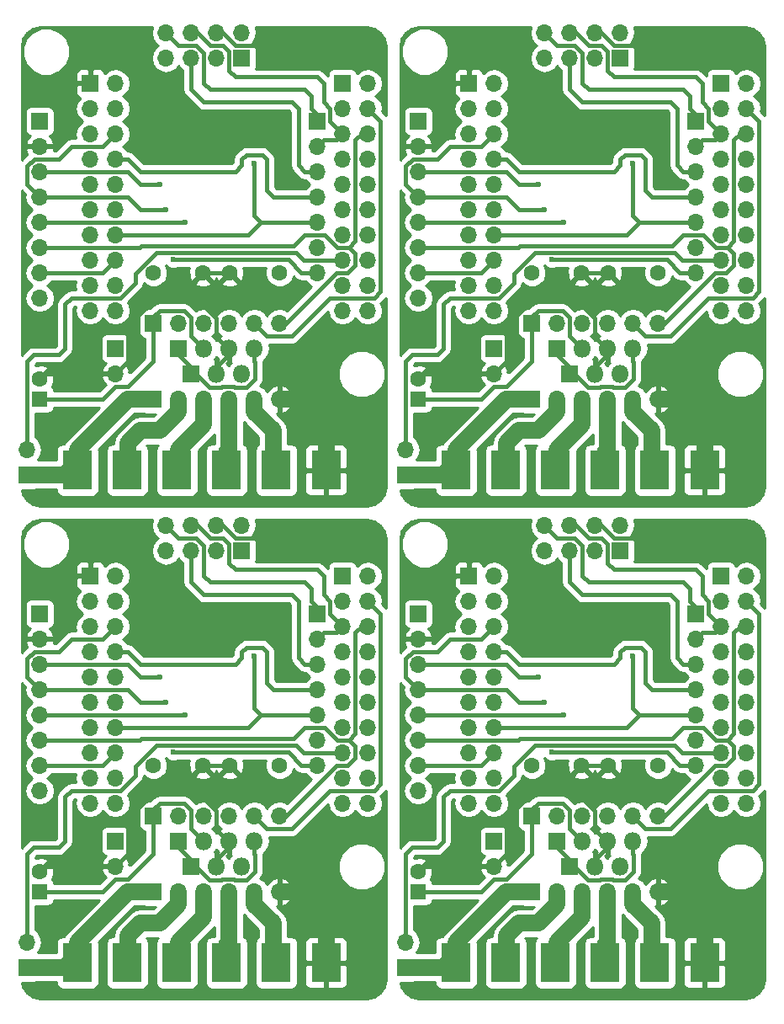
<source format=gbl>
G04 #@! TF.FileFunction,Copper,L2,Bot,Signal*
%FSLAX46Y46*%
G04 Gerber Fmt 4.6, Leading zero omitted, Abs format (unit mm)*
G04 Created by KiCad (PCBNEW 4.0.7) date 06/11/20 11:22:33*
%MOMM*%
%LPD*%
G01*
G04 APERTURE LIST*
%ADD10C,0.100000*%
%ADD11R,1.800000X1.800000*%
%ADD12O,1.800000X1.800000*%
%ADD13R,1.700000X1.700000*%
%ADD14O,1.700000X1.700000*%
%ADD15R,1.600000X1.600000*%
%ADD16C,1.600000*%
%ADD17R,3.000000X4.000000*%
%ADD18C,0.600000*%
%ADD19C,0.400000*%
%ADD20C,1.700000*%
%ADD21C,0.250000*%
%ADD22C,0.254000*%
G04 APERTURE END LIST*
D10*
D11*
X121920000Y-133350000D03*
D12*
X124460000Y-133350000D03*
X127000000Y-133350000D03*
D11*
X83820000Y-133350000D03*
D12*
X86360000Y-133350000D03*
X88900000Y-133350000D03*
D11*
X121920000Y-83820000D03*
D12*
X124460000Y-83820000D03*
X127000000Y-83820000D03*
D11*
X120650000Y-130810000D03*
D12*
X123190000Y-130810000D03*
X125730000Y-130810000D03*
X128270000Y-130810000D03*
D11*
X82550000Y-130810000D03*
D12*
X85090000Y-130810000D03*
X87630000Y-130810000D03*
X90170000Y-130810000D03*
D11*
X120650000Y-81280000D03*
D12*
X123190000Y-81280000D03*
X125730000Y-81280000D03*
X128270000Y-81280000D03*
D13*
X134620000Y-107950000D03*
D14*
X134620000Y-110490000D03*
X134620000Y-113030000D03*
X134620000Y-115570000D03*
X134620000Y-118110000D03*
X134620000Y-120650000D03*
X134620000Y-123190000D03*
D13*
X96520000Y-107950000D03*
D14*
X96520000Y-110490000D03*
X96520000Y-113030000D03*
X96520000Y-115570000D03*
X96520000Y-118110000D03*
X96520000Y-120650000D03*
X96520000Y-123190000D03*
D13*
X134620000Y-58420000D03*
D14*
X134620000Y-60960000D03*
X134620000Y-63500000D03*
X134620000Y-66040000D03*
X134620000Y-68580000D03*
X134620000Y-71120000D03*
X134620000Y-73660000D03*
D13*
X106680000Y-107950000D03*
D14*
X106680000Y-110490000D03*
X106680000Y-113030000D03*
X106680000Y-115570000D03*
X106680000Y-118110000D03*
X106680000Y-120650000D03*
X106680000Y-123190000D03*
X106680000Y-125730000D03*
D13*
X68580000Y-107950000D03*
D14*
X68580000Y-110490000D03*
X68580000Y-113030000D03*
X68580000Y-115570000D03*
X68580000Y-118110000D03*
X68580000Y-120650000D03*
X68580000Y-123190000D03*
X68580000Y-125730000D03*
D13*
X106680000Y-58420000D03*
D14*
X106680000Y-60960000D03*
X106680000Y-63500000D03*
X106680000Y-66040000D03*
X106680000Y-68580000D03*
X106680000Y-71120000D03*
X106680000Y-73660000D03*
X106680000Y-76200000D03*
D13*
X127000000Y-101600000D03*
D14*
X127000000Y-99060000D03*
X124460000Y-101600000D03*
X124460000Y-99060000D03*
X121920000Y-101600000D03*
X121920000Y-99060000D03*
X119380000Y-101600000D03*
X119380000Y-99060000D03*
D13*
X88900000Y-101600000D03*
D14*
X88900000Y-99060000D03*
X86360000Y-101600000D03*
X86360000Y-99060000D03*
X83820000Y-101600000D03*
X83820000Y-99060000D03*
X81280000Y-101600000D03*
X81280000Y-99060000D03*
D13*
X127000000Y-52070000D03*
D14*
X127000000Y-49530000D03*
X124460000Y-52070000D03*
X124460000Y-49530000D03*
X121920000Y-52070000D03*
X121920000Y-49530000D03*
X119380000Y-52070000D03*
X119380000Y-49530000D03*
D13*
X114300000Y-130810000D03*
D14*
X114300000Y-133350000D03*
D13*
X76200000Y-130810000D03*
D14*
X76200000Y-133350000D03*
D13*
X114300000Y-81280000D03*
D14*
X114300000Y-83820000D03*
D15*
X106680000Y-135890000D03*
D16*
X106680000Y-133890000D03*
D15*
X68580000Y-135890000D03*
D16*
X68580000Y-133890000D03*
D15*
X106680000Y-86360000D03*
D16*
X106680000Y-84360000D03*
D13*
X105410000Y-143510000D03*
D14*
X105410000Y-140970000D03*
D13*
X67310000Y-143510000D03*
D14*
X67310000Y-140970000D03*
D13*
X105410000Y-93980000D03*
D14*
X105410000Y-91440000D03*
D17*
X110490000Y-143040000D03*
X115490000Y-143040000D03*
X120490000Y-143040000D03*
X125490000Y-143040000D03*
X130490000Y-143040000D03*
X135490000Y-143040000D03*
X72390000Y-143040000D03*
X77390000Y-143040000D03*
X82390000Y-143040000D03*
X87390000Y-143040000D03*
X92390000Y-143040000D03*
X97390000Y-143040000D03*
X110490000Y-93510000D03*
X115490000Y-93510000D03*
X120490000Y-93510000D03*
X125490000Y-93510000D03*
X130490000Y-93510000D03*
X135490000Y-93510000D03*
D13*
X118110000Y-135890000D03*
D14*
X120650000Y-135890000D03*
X123190000Y-135890000D03*
X125730000Y-135890000D03*
X128270000Y-135890000D03*
X130810000Y-135890000D03*
D13*
X80010000Y-135890000D03*
D14*
X82550000Y-135890000D03*
X85090000Y-135890000D03*
X87630000Y-135890000D03*
X90170000Y-135890000D03*
X92710000Y-135890000D03*
D13*
X118110000Y-86360000D03*
D14*
X120650000Y-86360000D03*
X123190000Y-86360000D03*
X125730000Y-86360000D03*
X128270000Y-86360000D03*
X130810000Y-86360000D03*
D13*
X111760000Y-104140000D03*
D14*
X114300000Y-104140000D03*
X111760000Y-106680000D03*
X114300000Y-106680000D03*
X111760000Y-109220000D03*
X114300000Y-109220000D03*
X111760000Y-111760000D03*
X114300000Y-111760000D03*
X111760000Y-114300000D03*
X114300000Y-114300000D03*
X111760000Y-116840000D03*
X114300000Y-116840000D03*
X111760000Y-119380000D03*
X114300000Y-119380000D03*
X111760000Y-121920000D03*
X114300000Y-121920000D03*
X111760000Y-124460000D03*
X114300000Y-124460000D03*
X111760000Y-127000000D03*
X114300000Y-127000000D03*
D13*
X73660000Y-104140000D03*
D14*
X76200000Y-104140000D03*
X73660000Y-106680000D03*
X76200000Y-106680000D03*
X73660000Y-109220000D03*
X76200000Y-109220000D03*
X73660000Y-111760000D03*
X76200000Y-111760000D03*
X73660000Y-114300000D03*
X76200000Y-114300000D03*
X73660000Y-116840000D03*
X76200000Y-116840000D03*
X73660000Y-119380000D03*
X76200000Y-119380000D03*
X73660000Y-121920000D03*
X76200000Y-121920000D03*
X73660000Y-124460000D03*
X76200000Y-124460000D03*
X73660000Y-127000000D03*
X76200000Y-127000000D03*
D13*
X111760000Y-54610000D03*
D14*
X114300000Y-54610000D03*
X111760000Y-57150000D03*
X114300000Y-57150000D03*
X111760000Y-59690000D03*
X114300000Y-59690000D03*
X111760000Y-62230000D03*
X114300000Y-62230000D03*
X111760000Y-64770000D03*
X114300000Y-64770000D03*
X111760000Y-67310000D03*
X114300000Y-67310000D03*
X111760000Y-69850000D03*
X114300000Y-69850000D03*
X111760000Y-72390000D03*
X114300000Y-72390000D03*
X111760000Y-74930000D03*
X114300000Y-74930000D03*
X111760000Y-77470000D03*
X114300000Y-77470000D03*
D13*
X118110000Y-128270000D03*
D14*
X120650000Y-128270000D03*
X123190000Y-128270000D03*
X125730000Y-128270000D03*
X128270000Y-128270000D03*
X130810000Y-128270000D03*
D13*
X80010000Y-128270000D03*
D14*
X82550000Y-128270000D03*
X85090000Y-128270000D03*
X87630000Y-128270000D03*
X90170000Y-128270000D03*
X92710000Y-128270000D03*
D13*
X118110000Y-78740000D03*
D14*
X120650000Y-78740000D03*
X123190000Y-78740000D03*
X125730000Y-78740000D03*
X128270000Y-78740000D03*
X130810000Y-78740000D03*
D16*
X130810000Y-123190000D03*
X125810000Y-123190000D03*
X92710000Y-123190000D03*
X87710000Y-123190000D03*
X130810000Y-73660000D03*
X125810000Y-73660000D03*
X118110000Y-123190000D03*
X123110000Y-123190000D03*
X80010000Y-123190000D03*
X85010000Y-123190000D03*
X118110000Y-73660000D03*
X123110000Y-73660000D03*
D13*
X137160000Y-104140000D03*
D14*
X139700000Y-104140000D03*
X137160000Y-106680000D03*
X139700000Y-106680000D03*
X137160000Y-109220000D03*
X139700000Y-109220000D03*
X137160000Y-111760000D03*
X139700000Y-111760000D03*
X137160000Y-114300000D03*
X139700000Y-114300000D03*
X137160000Y-116840000D03*
X139700000Y-116840000D03*
X137160000Y-119380000D03*
X139700000Y-119380000D03*
X137160000Y-121920000D03*
X139700000Y-121920000D03*
X137160000Y-124460000D03*
X139700000Y-124460000D03*
X137160000Y-127000000D03*
X139700000Y-127000000D03*
D13*
X99060000Y-104140000D03*
D14*
X101600000Y-104140000D03*
X99060000Y-106680000D03*
X101600000Y-106680000D03*
X99060000Y-109220000D03*
X101600000Y-109220000D03*
X99060000Y-111760000D03*
X101600000Y-111760000D03*
X99060000Y-114300000D03*
X101600000Y-114300000D03*
X99060000Y-116840000D03*
X101600000Y-116840000D03*
X99060000Y-119380000D03*
X101600000Y-119380000D03*
X99060000Y-121920000D03*
X101600000Y-121920000D03*
X99060000Y-124460000D03*
X101600000Y-124460000D03*
X99060000Y-127000000D03*
X101600000Y-127000000D03*
D13*
X137160000Y-54610000D03*
D14*
X139700000Y-54610000D03*
X137160000Y-57150000D03*
X139700000Y-57150000D03*
X137160000Y-59690000D03*
X139700000Y-59690000D03*
X137160000Y-62230000D03*
X139700000Y-62230000D03*
X137160000Y-64770000D03*
X139700000Y-64770000D03*
X137160000Y-67310000D03*
X139700000Y-67310000D03*
X137160000Y-69850000D03*
X139700000Y-69850000D03*
X137160000Y-72390000D03*
X139700000Y-72390000D03*
X137160000Y-74930000D03*
X139700000Y-74930000D03*
X137160000Y-77470000D03*
X139700000Y-77470000D03*
D16*
X80010000Y-73660000D03*
X85010000Y-73660000D03*
X92710000Y-73660000D03*
X87710000Y-73660000D03*
D13*
X88900000Y-52070000D03*
D14*
X88900000Y-49530000D03*
X86360000Y-52070000D03*
X86360000Y-49530000D03*
X83820000Y-52070000D03*
X83820000Y-49530000D03*
X81280000Y-52070000D03*
X81280000Y-49530000D03*
D13*
X68580000Y-58420000D03*
D14*
X68580000Y-60960000D03*
X68580000Y-63500000D03*
X68580000Y-66040000D03*
X68580000Y-68580000D03*
X68580000Y-71120000D03*
X68580000Y-73660000D03*
X68580000Y-76200000D03*
D13*
X96520000Y-58420000D03*
D14*
X96520000Y-60960000D03*
X96520000Y-63500000D03*
X96520000Y-66040000D03*
X96520000Y-68580000D03*
X96520000Y-71120000D03*
X96520000Y-73660000D03*
D13*
X80010000Y-86360000D03*
D14*
X82550000Y-86360000D03*
X85090000Y-86360000D03*
X87630000Y-86360000D03*
X90170000Y-86360000D03*
X92710000Y-86360000D03*
D13*
X80010000Y-78740000D03*
D14*
X82550000Y-78740000D03*
X85090000Y-78740000D03*
X87630000Y-78740000D03*
X90170000Y-78740000D03*
X92710000Y-78740000D03*
D13*
X73660000Y-54610000D03*
D14*
X76200000Y-54610000D03*
X73660000Y-57150000D03*
X76200000Y-57150000D03*
X73660000Y-59690000D03*
X76200000Y-59690000D03*
X73660000Y-62230000D03*
X76200000Y-62230000D03*
X73660000Y-64770000D03*
X76200000Y-64770000D03*
X73660000Y-67310000D03*
X76200000Y-67310000D03*
X73660000Y-69850000D03*
X76200000Y-69850000D03*
X73660000Y-72390000D03*
X76200000Y-72390000D03*
X73660000Y-74930000D03*
X76200000Y-74930000D03*
X73660000Y-77470000D03*
X76200000Y-77470000D03*
D13*
X99060000Y-54610000D03*
D14*
X101600000Y-54610000D03*
X99060000Y-57150000D03*
X101600000Y-57150000D03*
X99060000Y-59690000D03*
X101600000Y-59690000D03*
X99060000Y-62230000D03*
X101600000Y-62230000D03*
X99060000Y-64770000D03*
X101600000Y-64770000D03*
X99060000Y-67310000D03*
X101600000Y-67310000D03*
X99060000Y-69850000D03*
X101600000Y-69850000D03*
X99060000Y-72390000D03*
X101600000Y-72390000D03*
X99060000Y-74930000D03*
X101600000Y-74930000D03*
X99060000Y-77470000D03*
X101600000Y-77470000D03*
D17*
X72390000Y-93510000D03*
X77390000Y-93510000D03*
X82390000Y-93510000D03*
X87390000Y-93510000D03*
X92390000Y-93510000D03*
X97390000Y-93510000D03*
D13*
X67310000Y-93980000D03*
D14*
X67310000Y-91440000D03*
D11*
X82550000Y-81280000D03*
D12*
X85090000Y-81280000D03*
X87630000Y-81280000D03*
X90170000Y-81280000D03*
D11*
X83820000Y-83820000D03*
D12*
X86360000Y-83820000D03*
X88900000Y-83820000D03*
D15*
X68580000Y-86360000D03*
D16*
X68580000Y-84360000D03*
D13*
X76200000Y-81280000D03*
D14*
X76200000Y-83820000D03*
D18*
X133350000Y-100330000D03*
X95250000Y-100330000D03*
X133350000Y-50800000D03*
X135890000Y-100330000D03*
X97790000Y-100330000D03*
X135890000Y-50800000D03*
X138430000Y-100330000D03*
X100330000Y-100330000D03*
X138430000Y-50800000D03*
X109220000Y-138430000D03*
X71120000Y-138430000D03*
X109220000Y-88900000D03*
X108585000Y-139065000D03*
X70485000Y-139065000D03*
X108585000Y-89535000D03*
X106680000Y-128905000D03*
X68580000Y-128905000D03*
X106680000Y-79375000D03*
X106680000Y-130175000D03*
X68580000Y-130175000D03*
X106680000Y-80645000D03*
X100330000Y-50800000D03*
X97790000Y-50800000D03*
X95250000Y-50800000D03*
X70485000Y-89535000D03*
X71120000Y-88900000D03*
X68580000Y-79375000D03*
X68580000Y-80645000D03*
X128270000Y-112187400D03*
X90170000Y-112187400D03*
X128270000Y-62657400D03*
X90170000Y-62657400D03*
X118745000Y-114300000D03*
X80645000Y-114300000D03*
X118745000Y-64770000D03*
X80645000Y-64770000D03*
X119380000Y-116840000D03*
X81280000Y-116840000D03*
X119380000Y-67310000D03*
X81280000Y-67310000D03*
X121285000Y-118110000D03*
X83185000Y-118110000D03*
X121285000Y-68580000D03*
X83185000Y-68580000D03*
X120122300Y-121871100D03*
X82022300Y-121871100D03*
X120122300Y-72341100D03*
X82022300Y-72341100D03*
D19*
X128270000Y-130810000D02*
X128270000Y-132110300D01*
X90170000Y-130810000D02*
X90170000Y-132110300D01*
X128270000Y-81280000D02*
X128270000Y-82580300D01*
D20*
X118110000Y-135890000D02*
X115570000Y-135890000D01*
X80010000Y-135890000D02*
X77470000Y-135890000D01*
X118110000Y-86360000D02*
X115570000Y-86360000D01*
X110490000Y-140970000D02*
X115570000Y-135890000D01*
X72390000Y-140970000D02*
X77470000Y-135890000D01*
X110490000Y-91440000D02*
X115570000Y-86360000D01*
X110490000Y-142240000D02*
X110490000Y-140970000D01*
X72390000Y-142240000D02*
X72390000Y-140970000D01*
X110490000Y-92710000D02*
X110490000Y-91440000D01*
X115570000Y-135890000D02*
X110490000Y-140970000D01*
X77470000Y-135890000D02*
X72390000Y-140970000D01*
X115570000Y-86360000D02*
X110490000Y-91440000D01*
X110490000Y-142240000D02*
X109220000Y-143510000D01*
X72390000Y-142240000D02*
X71120000Y-143510000D01*
X110490000Y-92710000D02*
X109220000Y-93980000D01*
X109220000Y-143510000D02*
X105410000Y-143510000D01*
X71120000Y-143510000D02*
X67310000Y-143510000D01*
X109220000Y-93980000D02*
X105410000Y-93980000D01*
D19*
X120650000Y-130810000D02*
X120650000Y-131445000D01*
X82550000Y-130810000D02*
X82550000Y-131445000D01*
X120650000Y-81280000D02*
X120650000Y-81915000D01*
X124946300Y-134702800D02*
X123771200Y-134702800D01*
X86846300Y-134702800D02*
X85671200Y-134702800D01*
X124946300Y-85172800D02*
X123771200Y-85172800D01*
X123771200Y-134702800D02*
X122418400Y-133350000D01*
X85671200Y-134702800D02*
X84318400Y-133350000D01*
X123771200Y-85172800D02*
X122418400Y-83820000D01*
X128270000Y-132110300D02*
X128336000Y-132175800D01*
X90170000Y-132110300D02*
X90236000Y-132175800D01*
X128270000Y-82580300D02*
X128336000Y-82645800D01*
X128336000Y-132175800D02*
X128336000Y-133853600D01*
X90236000Y-132175800D02*
X90236000Y-133853600D01*
X128336000Y-82645800D02*
X128336000Y-84323600D01*
X128336000Y-133853600D02*
X127508100Y-134681000D01*
X90236000Y-133853600D02*
X89408100Y-134681000D01*
X128336000Y-84323600D02*
X127508100Y-85151000D01*
X126289400Y-134681000D02*
X126237700Y-134629300D01*
X88189400Y-134681000D02*
X88137700Y-134629300D01*
X126289400Y-85151000D02*
X126237700Y-85099300D01*
X126237700Y-134629300D02*
X125019800Y-134629300D01*
X88137700Y-134629300D02*
X86919800Y-134629300D01*
X126237700Y-85099300D02*
X125019800Y-85099300D01*
X125019800Y-134629300D02*
X124946300Y-134702800D01*
X86919800Y-134629300D02*
X86846300Y-134702800D01*
X125019800Y-85099300D02*
X124946300Y-85172800D01*
X127508100Y-134681000D02*
X126289400Y-134681000D01*
X89408100Y-134681000D02*
X88189400Y-134681000D01*
X127508100Y-85151000D02*
X126289400Y-85151000D01*
X122418400Y-133350000D02*
X121920000Y-133350000D01*
X84318400Y-133350000D02*
X83820000Y-133350000D01*
X122418400Y-83820000D02*
X121920000Y-83820000D01*
X120650000Y-131445000D02*
X121920000Y-132715000D01*
X82550000Y-131445000D02*
X83820000Y-132715000D01*
X120650000Y-81915000D02*
X121920000Y-83185000D01*
X121920000Y-132715000D02*
X121920000Y-133350000D01*
X83820000Y-132715000D02*
X83820000Y-133350000D01*
X121920000Y-83185000D02*
X121920000Y-83820000D01*
X83820000Y-83185000D02*
X83820000Y-83820000D01*
X82550000Y-81915000D02*
X83820000Y-83185000D01*
X82550000Y-81280000D02*
X82550000Y-81915000D01*
D20*
X71120000Y-93980000D02*
X67310000Y-93980000D01*
X72390000Y-92710000D02*
X71120000Y-93980000D01*
D19*
X84318400Y-83820000D02*
X83820000Y-83820000D01*
X85671200Y-85172800D02*
X84318400Y-83820000D01*
X86846300Y-85172800D02*
X85671200Y-85172800D01*
X86919800Y-85099300D02*
X86846300Y-85172800D01*
X88137700Y-85099300D02*
X86919800Y-85099300D01*
X88189400Y-85151000D02*
X88137700Y-85099300D01*
X89408100Y-85151000D02*
X88189400Y-85151000D01*
X90236000Y-84323600D02*
X89408100Y-85151000D01*
X90236000Y-82645800D02*
X90236000Y-84323600D01*
X90170000Y-82580300D02*
X90236000Y-82645800D01*
X90170000Y-81280000D02*
X90170000Y-82580300D01*
D20*
X80010000Y-86360000D02*
X77470000Y-86360000D01*
X77470000Y-86360000D02*
X72390000Y-91440000D01*
X72390000Y-92710000D02*
X72390000Y-91440000D01*
X72390000Y-91440000D02*
X77470000Y-86360000D01*
D19*
X125810000Y-123190000D02*
X123110000Y-123190000D01*
X87710000Y-123190000D02*
X85010000Y-123190000D01*
X125810000Y-73660000D02*
X123110000Y-73660000D01*
X115570000Y-131445000D02*
X115570000Y-132080000D01*
X77470000Y-131445000D02*
X77470000Y-132080000D01*
X115570000Y-81915000D02*
X115570000Y-82550000D01*
X106680000Y-110490000D02*
X107950000Y-110490000D01*
X68580000Y-110490000D02*
X69850000Y-110490000D01*
X106680000Y-60960000D02*
X107950000Y-60960000D01*
X111125000Y-104140000D02*
X111760000Y-104140000D01*
X73025000Y-104140000D02*
X73660000Y-104140000D01*
X111125000Y-54610000D02*
X111760000Y-54610000D01*
X107950000Y-110490000D02*
X109220000Y-109220000D01*
X69850000Y-110490000D02*
X71120000Y-109220000D01*
X107950000Y-60960000D02*
X109220000Y-59690000D01*
X109220000Y-109220000D02*
X109220000Y-104140000D01*
X71120000Y-109220000D02*
X71120000Y-104140000D01*
X109220000Y-59690000D02*
X109220000Y-54610000D01*
X109220000Y-104140000D02*
X111125000Y-104140000D01*
X71120000Y-104140000D02*
X73025000Y-104140000D01*
X109220000Y-54610000D02*
X111125000Y-54610000D01*
X111125000Y-104140000D02*
X111760000Y-104140000D01*
X73025000Y-104140000D02*
X73660000Y-104140000D01*
X111125000Y-54610000D02*
X111760000Y-54610000D01*
X135890000Y-100330000D02*
X138430000Y-100330000D01*
X97790000Y-100330000D02*
X100330000Y-100330000D01*
X135890000Y-50800000D02*
X138430000Y-50800000D01*
X115570000Y-132080000D02*
X114300000Y-133350000D01*
X77470000Y-132080000D02*
X76200000Y-133350000D01*
X115570000Y-82550000D02*
X114300000Y-83820000D01*
X106775000Y-133890000D02*
X107315000Y-133350000D01*
X68675000Y-133890000D02*
X69215000Y-133350000D01*
X106775000Y-84360000D02*
X107315000Y-83820000D01*
X106680000Y-133890000D02*
X106775000Y-133890000D01*
X68580000Y-133890000D02*
X68675000Y-133890000D01*
X106680000Y-84360000D02*
X106775000Y-84360000D01*
X109220000Y-138430000D02*
X108585000Y-139065000D01*
X71120000Y-138430000D02*
X70485000Y-139065000D01*
X109220000Y-88900000D02*
X108585000Y-89535000D01*
X107315000Y-133350000D02*
X114300000Y-133350000D01*
X69215000Y-133350000D02*
X76200000Y-133350000D01*
X107315000Y-83820000D02*
X114300000Y-83820000D01*
X126365000Y-100330000D02*
X133350000Y-100330000D01*
X88265000Y-100330000D02*
X95250000Y-100330000D01*
X126365000Y-50800000D02*
X133350000Y-50800000D01*
X124460000Y-99060000D02*
X125095000Y-99060000D01*
X86360000Y-99060000D02*
X86995000Y-99060000D01*
X124460000Y-49530000D02*
X125095000Y-49530000D01*
X125095000Y-99060000D02*
X126365000Y-100330000D01*
X86995000Y-99060000D02*
X88265000Y-100330000D01*
X125095000Y-49530000D02*
X126365000Y-50800000D01*
X115550300Y-128553900D02*
X115550300Y-131445000D01*
X77450300Y-128553900D02*
X77450300Y-131445000D01*
X115550300Y-79023900D02*
X115550300Y-81915000D01*
X115550300Y-131445000D02*
X115570000Y-131445000D01*
X77450300Y-131445000D02*
X77470000Y-131445000D01*
X115550300Y-81915000D02*
X115570000Y-81915000D01*
X106680000Y-130175000D02*
X106680000Y-128905000D01*
X68580000Y-130175000D02*
X68580000Y-128905000D01*
X106680000Y-80645000D02*
X106680000Y-79375000D01*
X121612200Y-125046600D02*
X121432800Y-124867200D01*
X83512200Y-125046600D02*
X83332800Y-124867200D01*
X121612200Y-75516600D02*
X121432800Y-75337200D01*
X121432800Y-124867200D02*
X123110000Y-123190000D01*
X83332800Y-124867200D02*
X85010000Y-123190000D01*
X121432800Y-75337200D02*
X123110000Y-73660000D01*
X121744000Y-125046700D02*
X121612200Y-125046700D01*
X83644000Y-125046700D02*
X83512200Y-125046700D01*
X121744000Y-75516700D02*
X121612200Y-75516700D01*
X121612200Y-125046700D02*
X121612200Y-125046600D01*
X83512200Y-125046700D02*
X83512200Y-125046600D01*
X121612200Y-75516700D02*
X121612200Y-75516600D01*
X124460000Y-127762700D02*
X121744000Y-125046700D01*
X86360000Y-127762700D02*
X83644000Y-125046700D01*
X124460000Y-78232700D02*
X121744000Y-75516700D01*
X121432800Y-124867200D02*
X119237000Y-124867200D01*
X83332800Y-124867200D02*
X81137000Y-124867200D01*
X121432800Y-75337200D02*
X119237000Y-75337200D01*
X125730000Y-130810000D02*
X125730000Y-130922100D01*
X87630000Y-130810000D02*
X87630000Y-130922100D01*
X125730000Y-81280000D02*
X125730000Y-81392100D01*
X125730000Y-130922100D02*
X124460000Y-129652100D01*
X87630000Y-130922100D02*
X86360000Y-129652100D01*
X125730000Y-81392100D02*
X124460000Y-80122100D01*
X124460000Y-129652100D02*
X124460000Y-127762700D01*
X86360000Y-129652100D02*
X86360000Y-127762700D01*
X124460000Y-80122100D02*
X124460000Y-78232700D01*
X125730000Y-130922100D02*
X125730000Y-131445000D01*
X87630000Y-130922100D02*
X87630000Y-131445000D01*
X125730000Y-81392100D02*
X125730000Y-81915000D01*
X119237000Y-124867200D02*
X115550300Y-128553900D01*
X81137000Y-124867200D02*
X77450300Y-128553900D01*
X119237000Y-75337200D02*
X115550300Y-79023900D01*
D20*
X135490000Y-141745300D02*
X135490000Y-142240000D01*
X97390000Y-141745300D02*
X97390000Y-142240000D01*
X135490000Y-92215300D02*
X135490000Y-92710000D01*
D21*
X135490000Y-142240000D02*
X135490000Y-141745300D01*
X97390000Y-142240000D02*
X97390000Y-141745300D01*
X135490000Y-92710000D02*
X135490000Y-92215300D01*
D20*
X135490000Y-138665000D02*
X135490000Y-141745300D01*
X97390000Y-138665000D02*
X97390000Y-141745300D01*
X135490000Y-89135000D02*
X135490000Y-92215300D01*
X130810000Y-135890000D02*
X132715000Y-135890000D01*
X92710000Y-135890000D02*
X94615000Y-135890000D01*
X130810000Y-86360000D02*
X132715000Y-86360000D01*
X132715000Y-135890000D02*
X135490000Y-138665000D01*
X94615000Y-135890000D02*
X97390000Y-138665000D01*
X132715000Y-86360000D02*
X135490000Y-89135000D01*
D19*
X125730000Y-131445000D02*
X124460000Y-132715000D01*
X87630000Y-131445000D02*
X86360000Y-132715000D01*
X125730000Y-81915000D02*
X124460000Y-83185000D01*
X124460000Y-132715000D02*
X124460000Y-133350000D01*
X86360000Y-132715000D02*
X86360000Y-133350000D01*
X124460000Y-83185000D02*
X124460000Y-83820000D01*
X86360000Y-49530000D02*
X86995000Y-49530000D01*
X86995000Y-49530000D02*
X88265000Y-50800000D01*
X97790000Y-50800000D02*
X100330000Y-50800000D01*
X88265000Y-50800000D02*
X95250000Y-50800000D01*
X69215000Y-83820000D02*
X76200000Y-83820000D01*
X68675000Y-84360000D02*
X69215000Y-83820000D01*
X68580000Y-84360000D02*
X68675000Y-84360000D01*
X71120000Y-88900000D02*
X70485000Y-89535000D01*
X68580000Y-80645000D02*
X68580000Y-79375000D01*
X73025000Y-54610000D02*
X73660000Y-54610000D01*
D21*
X97390000Y-92710000D02*
X97390000Y-92215300D01*
D20*
X97390000Y-92215300D02*
X97390000Y-92710000D01*
X97390000Y-89135000D02*
X97390000Y-92215300D01*
X94615000Y-86360000D02*
X97390000Y-89135000D01*
X92710000Y-86360000D02*
X94615000Y-86360000D01*
D19*
X87710000Y-73660000D02*
X85010000Y-73660000D01*
X87630000Y-81280000D02*
X87630000Y-81392100D01*
X86360000Y-83185000D02*
X86360000Y-83820000D01*
X87630000Y-81915000D02*
X86360000Y-83185000D01*
X87630000Y-81392100D02*
X87630000Y-81915000D01*
X83332800Y-75337200D02*
X85010000Y-73660000D01*
X83512200Y-75516600D02*
X83332800Y-75337200D01*
X83512200Y-75516700D02*
X83512200Y-75516600D01*
X83644000Y-75516700D02*
X83512200Y-75516700D01*
X86360000Y-78232700D02*
X83644000Y-75516700D01*
X86360000Y-80122100D02*
X86360000Y-78232700D01*
X87630000Y-81392100D02*
X86360000Y-80122100D01*
X77470000Y-82550000D02*
X76200000Y-83820000D01*
X77470000Y-81915000D02*
X77470000Y-82550000D01*
X77450300Y-81915000D02*
X77470000Y-81915000D01*
X77450300Y-79023900D02*
X77450300Y-81915000D01*
X81137000Y-75337200D02*
X77450300Y-79023900D01*
X83332800Y-75337200D02*
X81137000Y-75337200D01*
X71120000Y-54610000D02*
X73025000Y-54610000D01*
X71120000Y-59690000D02*
X71120000Y-54610000D01*
X69850000Y-60960000D02*
X71120000Y-59690000D01*
X68580000Y-60960000D02*
X69850000Y-60960000D01*
X73025000Y-54610000D02*
X73660000Y-54610000D01*
X115570000Y-134620000D02*
X118110000Y-132080000D01*
X77470000Y-134620000D02*
X80010000Y-132080000D01*
X115570000Y-85090000D02*
X118110000Y-82550000D01*
X118110000Y-132080000D02*
X118110000Y-128270000D01*
X80010000Y-132080000D02*
X80010000Y-128270000D01*
X118110000Y-82550000D02*
X118110000Y-78740000D01*
X113030000Y-123190000D02*
X114300000Y-121920000D01*
X74930000Y-123190000D02*
X76200000Y-121920000D01*
X113030000Y-73660000D02*
X114300000Y-72390000D01*
X114300000Y-134620000D02*
X115570000Y-134620000D01*
X76200000Y-134620000D02*
X77470000Y-134620000D01*
X114300000Y-85090000D02*
X115570000Y-85090000D01*
X106680000Y-135890000D02*
X113030000Y-135890000D01*
X68580000Y-135890000D02*
X74930000Y-135890000D01*
X106680000Y-86360000D02*
X113030000Y-86360000D01*
X113030000Y-135890000D02*
X114300000Y-134620000D01*
X74930000Y-135890000D02*
X76200000Y-134620000D01*
X113030000Y-86360000D02*
X114300000Y-85090000D01*
X106680000Y-123190000D02*
X113030000Y-123190000D01*
X68580000Y-123190000D02*
X74930000Y-123190000D01*
X106680000Y-73660000D02*
X113030000Y-73660000D01*
X118725500Y-127019500D02*
X121234400Y-127019500D01*
X80625500Y-127019500D02*
X83134400Y-127019500D01*
X118725500Y-77489500D02*
X121234400Y-77489500D01*
X121234400Y-127019500D02*
X121920000Y-127705100D01*
X83134400Y-127019500D02*
X83820000Y-127705100D01*
X121234400Y-77489500D02*
X121920000Y-78175100D01*
X121920000Y-129540000D02*
X123190000Y-130810000D01*
X83820000Y-129540000D02*
X85090000Y-130810000D01*
X121920000Y-80010000D02*
X123190000Y-81280000D01*
X121920000Y-127705100D02*
X121920000Y-129540000D01*
X83820000Y-127705100D02*
X83820000Y-129540000D01*
X121920000Y-78175100D02*
X121920000Y-80010000D01*
X118110000Y-128270000D02*
X118110000Y-127635000D01*
X80010000Y-128270000D02*
X80010000Y-127635000D01*
X118110000Y-78740000D02*
X118110000Y-78105000D01*
X118110000Y-127635000D02*
X118725500Y-127019500D01*
X80010000Y-127635000D02*
X80625500Y-127019500D01*
X118110000Y-78105000D02*
X118725500Y-77489500D01*
X74930000Y-73660000D02*
X76200000Y-72390000D01*
X68580000Y-73660000D02*
X74930000Y-73660000D01*
X80010000Y-82550000D02*
X80010000Y-78740000D01*
X77470000Y-85090000D02*
X80010000Y-82550000D01*
X76200000Y-85090000D02*
X77470000Y-85090000D01*
X74930000Y-86360000D02*
X76200000Y-85090000D01*
X68580000Y-86360000D02*
X74930000Y-86360000D01*
X83820000Y-80010000D02*
X85090000Y-81280000D01*
X83820000Y-78175100D02*
X83820000Y-80010000D01*
X83134400Y-77489500D02*
X83820000Y-78175100D01*
X80625500Y-77489500D02*
X83134400Y-77489500D01*
X80010000Y-78105000D02*
X80625500Y-77489500D01*
X80010000Y-78740000D02*
X80010000Y-78105000D01*
X123190000Y-106045000D02*
X127000000Y-106045000D01*
X85090000Y-106045000D02*
X88900000Y-106045000D01*
X123190000Y-56515000D02*
X127000000Y-56515000D01*
X121920000Y-101600000D02*
X121920000Y-104775000D01*
X83820000Y-101600000D02*
X83820000Y-104775000D01*
X121920000Y-52070000D02*
X121920000Y-55245000D01*
X121920000Y-104775000D02*
X123190000Y-106045000D01*
X83820000Y-104775000D02*
X85090000Y-106045000D01*
X121920000Y-55245000D02*
X123190000Y-56515000D01*
X132080000Y-106045000D02*
X132715000Y-106680000D01*
X93980000Y-106045000D02*
X94615000Y-106680000D01*
X132080000Y-56515000D02*
X132715000Y-57150000D01*
X132715000Y-106680000D02*
X132715000Y-110490000D01*
X94615000Y-106680000D02*
X94615000Y-110490000D01*
X132715000Y-57150000D02*
X132715000Y-60960000D01*
X127000000Y-106045000D02*
X132080000Y-106045000D01*
X88900000Y-106045000D02*
X93980000Y-106045000D01*
X127000000Y-56515000D02*
X132080000Y-56515000D01*
X134620000Y-113030000D02*
X133350000Y-113030000D01*
X96520000Y-113030000D02*
X95250000Y-113030000D01*
X134620000Y-63500000D02*
X133350000Y-63500000D01*
X133350000Y-113030000D02*
X132715000Y-112395000D01*
X95250000Y-113030000D02*
X94615000Y-112395000D01*
X133350000Y-63500000D02*
X132715000Y-62865000D01*
X132715000Y-110490000D02*
X132715000Y-112395000D01*
X94615000Y-110490000D02*
X94615000Y-112395000D01*
X132715000Y-60960000D02*
X132715000Y-62865000D01*
X88900000Y-56515000D02*
X93980000Y-56515000D01*
X94615000Y-57150000D02*
X94615000Y-60960000D01*
X93980000Y-56515000D02*
X94615000Y-57150000D01*
X83820000Y-52070000D02*
X83820000Y-55245000D01*
X85090000Y-56515000D02*
X88900000Y-56515000D01*
X83820000Y-55245000D02*
X85090000Y-56515000D01*
X96520000Y-63500000D02*
X95250000Y-63500000D01*
X95250000Y-63500000D02*
X94615000Y-62865000D01*
X94615000Y-60960000D02*
X94615000Y-62865000D01*
X114300000Y-111760000D02*
X115570000Y-111760000D01*
X76200000Y-111760000D02*
X77470000Y-111760000D01*
X114300000Y-62230000D02*
X115570000Y-62230000D01*
X126365000Y-113030000D02*
X127000000Y-112395000D01*
X88265000Y-113030000D02*
X88900000Y-112395000D01*
X126365000Y-63500000D02*
X127000000Y-62865000D01*
X115570000Y-111760000D02*
X116840000Y-113030000D01*
X77470000Y-111760000D02*
X78740000Y-113030000D01*
X115570000Y-62230000D02*
X116840000Y-63500000D01*
X116840000Y-113030000D02*
X126365000Y-113030000D01*
X78740000Y-113030000D02*
X88265000Y-113030000D01*
X116840000Y-63500000D02*
X126365000Y-63500000D01*
X129540000Y-111740300D02*
X129540000Y-111760000D01*
X91440000Y-111740300D02*
X91440000Y-111760000D01*
X129540000Y-62210300D02*
X129540000Y-62230000D01*
X134620000Y-115570000D02*
X130175000Y-115570000D01*
X96520000Y-115570000D02*
X92075000Y-115570000D01*
X134620000Y-66040000D02*
X130175000Y-66040000D01*
X130175000Y-115570000D02*
X129540000Y-114935000D01*
X92075000Y-115570000D02*
X91440000Y-114935000D01*
X130175000Y-66040000D02*
X129540000Y-65405000D01*
X129540000Y-114935000D02*
X129540000Y-111740300D01*
X91440000Y-114935000D02*
X91440000Y-111740300D01*
X129540000Y-65405000D02*
X129540000Y-62210300D01*
X129540000Y-111760000D02*
X129540000Y-111740300D01*
X91440000Y-111760000D02*
X91440000Y-111740300D01*
X129540000Y-62230000D02*
X129540000Y-62210300D01*
X129106000Y-111306300D02*
X127453700Y-111306300D01*
X91006000Y-111306300D02*
X89353700Y-111306300D01*
X129106000Y-61776300D02*
X127453700Y-61776300D01*
X127000000Y-112395000D02*
X127000000Y-111760000D01*
X88900000Y-112395000D02*
X88900000Y-111760000D01*
X127000000Y-62865000D02*
X127000000Y-62230000D01*
X127000000Y-111760000D02*
X127453700Y-111306300D01*
X88900000Y-111760000D02*
X89353700Y-111306300D01*
X127000000Y-62230000D02*
X127453700Y-61776300D01*
X129540000Y-111740300D02*
X129106000Y-111306300D01*
X91440000Y-111740300D02*
X91006000Y-111306300D01*
X129540000Y-62210300D02*
X129106000Y-61776300D01*
X76200000Y-62230000D02*
X77470000Y-62230000D01*
X88900000Y-62865000D02*
X88900000Y-62230000D01*
X88265000Y-63500000D02*
X88900000Y-62865000D01*
X78740000Y-63500000D02*
X88265000Y-63500000D01*
X77470000Y-62230000D02*
X78740000Y-63500000D01*
X88900000Y-62230000D02*
X89353700Y-61776300D01*
X91440000Y-62210300D02*
X91006000Y-61776300D01*
X91006000Y-61776300D02*
X89353700Y-61776300D01*
X96520000Y-66040000D02*
X92075000Y-66040000D01*
X91440000Y-65405000D02*
X91440000Y-62210300D01*
X92075000Y-66040000D02*
X91440000Y-65405000D01*
X91440000Y-62210300D02*
X91440000Y-62230000D01*
X91440000Y-62230000D02*
X91440000Y-62210300D01*
X125730000Y-119380000D02*
X127635000Y-119380000D01*
X87630000Y-119380000D02*
X89535000Y-119380000D01*
X125730000Y-69850000D02*
X127635000Y-69850000D01*
X114300000Y-119380000D02*
X125730000Y-119380000D01*
X76200000Y-119380000D02*
X87630000Y-119380000D01*
X114300000Y-69850000D02*
X125730000Y-69850000D01*
X128905000Y-118110000D02*
X127635000Y-119380000D01*
X90805000Y-118110000D02*
X89535000Y-119380000D01*
X128905000Y-68580000D02*
X127635000Y-69850000D01*
X128905000Y-118110000D02*
X134620000Y-118110000D01*
X90805000Y-118110000D02*
X96520000Y-118110000D01*
X128905000Y-68580000D02*
X134620000Y-68580000D01*
X128270000Y-112187400D02*
X128270000Y-117475000D01*
X90170000Y-112187400D02*
X90170000Y-117475000D01*
X128270000Y-62657400D02*
X128270000Y-67945000D01*
X128270000Y-117475000D02*
X128905000Y-118110000D01*
X90170000Y-117475000D02*
X90805000Y-118110000D01*
X128270000Y-67945000D02*
X128905000Y-68580000D01*
X90805000Y-68580000D02*
X89535000Y-69850000D01*
X90170000Y-62657400D02*
X90170000Y-67945000D01*
X90805000Y-68580000D02*
X96520000Y-68580000D01*
X90170000Y-67945000D02*
X90805000Y-68580000D01*
X87630000Y-69850000D02*
X89535000Y-69850000D01*
X76200000Y-69850000D02*
X87630000Y-69850000D01*
X126365000Y-103505000D02*
X134620000Y-103505000D01*
X88265000Y-103505000D02*
X96520000Y-103505000D01*
X126365000Y-53975000D02*
X134620000Y-53975000D01*
X135255000Y-104140000D02*
X135255000Y-106045000D01*
X97155000Y-104140000D02*
X97155000Y-106045000D01*
X135255000Y-54610000D02*
X135255000Y-56515000D01*
X134620000Y-103505000D02*
X135255000Y-104140000D01*
X96520000Y-103505000D02*
X97155000Y-104140000D01*
X134620000Y-53975000D02*
X135255000Y-54610000D01*
X125730000Y-102870000D02*
X126365000Y-103505000D01*
X87630000Y-102870000D02*
X88265000Y-103505000D01*
X125730000Y-53340000D02*
X126365000Y-53975000D01*
X125095000Y-100330000D02*
X125730000Y-100965000D01*
X86995000Y-100330000D02*
X87630000Y-100965000D01*
X125095000Y-50800000D02*
X125730000Y-51435000D01*
X125730000Y-100965000D02*
X125730000Y-102870000D01*
X87630000Y-100965000D02*
X87630000Y-102870000D01*
X125730000Y-51435000D02*
X125730000Y-53340000D01*
X121920000Y-99060000D02*
X122555000Y-99060000D01*
X83820000Y-99060000D02*
X84455000Y-99060000D01*
X121920000Y-49530000D02*
X122555000Y-49530000D01*
X123825000Y-100330000D02*
X122555000Y-99060000D01*
X85725000Y-100330000D02*
X84455000Y-99060000D01*
X123825000Y-50800000D02*
X122555000Y-49530000D01*
X125095000Y-100330000D02*
X123825000Y-100330000D01*
X86995000Y-100330000D02*
X85725000Y-100330000D01*
X125095000Y-50800000D02*
X123825000Y-50800000D01*
X134620000Y-110490000D02*
X135255000Y-109855000D01*
X96520000Y-110490000D02*
X97155000Y-109855000D01*
X134620000Y-60960000D02*
X135255000Y-60325000D01*
X137140000Y-109220000D02*
X137160000Y-109220000D01*
X99040000Y-109220000D02*
X99060000Y-109220000D01*
X137140000Y-59690000D02*
X137160000Y-59690000D01*
X136505000Y-109855000D02*
X137140000Y-109220000D01*
X98405000Y-109855000D02*
X99040000Y-109220000D01*
X136505000Y-60325000D02*
X137140000Y-59690000D01*
X135909600Y-107969600D02*
X135890000Y-107950000D01*
X97809600Y-107969600D02*
X97790000Y-107950000D01*
X135909600Y-58439600D02*
X135890000Y-58420000D01*
X135255000Y-109855000D02*
X136505000Y-109855000D01*
X97155000Y-109855000D02*
X98405000Y-109855000D01*
X135255000Y-60325000D02*
X136505000Y-60325000D01*
X137160000Y-109220000D02*
X135909600Y-107969600D01*
X99060000Y-109220000D02*
X97809600Y-107969600D01*
X137160000Y-59690000D02*
X135909600Y-58439600D01*
X135890000Y-107950000D02*
X137160000Y-109220000D01*
X97790000Y-107950000D02*
X99060000Y-109220000D01*
X135890000Y-58420000D02*
X137160000Y-59690000D01*
X137140000Y-109220000D02*
X137160000Y-109220000D01*
X99040000Y-109220000D02*
X99060000Y-109220000D01*
X137140000Y-59690000D02*
X137160000Y-59690000D01*
X135890000Y-106680000D02*
X135890000Y-107950000D01*
X97790000Y-106680000D02*
X97790000Y-107950000D01*
X135890000Y-57150000D02*
X135890000Y-58420000D01*
X135255000Y-106045000D02*
X135890000Y-106680000D01*
X97155000Y-106045000D02*
X97790000Y-106680000D01*
X135255000Y-56515000D02*
X135890000Y-57150000D01*
X97155000Y-56515000D02*
X97790000Y-57150000D01*
X97790000Y-57150000D02*
X97790000Y-58420000D01*
X97790000Y-58420000D02*
X99060000Y-59690000D01*
X87630000Y-53340000D02*
X88265000Y-53975000D01*
X97155000Y-54610000D02*
X97155000Y-56515000D01*
X96520000Y-53975000D02*
X97155000Y-54610000D01*
X88265000Y-53975000D02*
X96520000Y-53975000D01*
X99060000Y-59690000D02*
X97809600Y-58439600D01*
X97809600Y-58439600D02*
X97790000Y-58420000D01*
X86995000Y-50800000D02*
X87630000Y-51435000D01*
X87630000Y-51435000D02*
X87630000Y-53340000D01*
X85725000Y-50800000D02*
X84455000Y-49530000D01*
X86995000Y-50800000D02*
X85725000Y-50800000D01*
X96520000Y-60960000D02*
X97155000Y-60325000D01*
X98405000Y-60325000D02*
X99040000Y-59690000D01*
X97155000Y-60325000D02*
X98405000Y-60325000D01*
X99040000Y-59690000D02*
X99060000Y-59690000D01*
X83820000Y-49530000D02*
X84455000Y-49530000D01*
X99040000Y-59690000D02*
X99060000Y-59690000D01*
X133985000Y-106680000D02*
X133985000Y-105410000D01*
X95885000Y-106680000D02*
X95885000Y-105410000D01*
X133985000Y-57150000D02*
X133985000Y-55880000D01*
X133985000Y-105410000D02*
X133350000Y-104775000D01*
X95885000Y-105410000D02*
X95250000Y-104775000D01*
X133985000Y-55880000D02*
X133350000Y-55245000D01*
X123190000Y-104140000D02*
X123825000Y-104775000D01*
X85090000Y-104140000D02*
X85725000Y-104775000D01*
X123190000Y-54610000D02*
X123825000Y-55245000D01*
X123825000Y-104775000D02*
X133350000Y-104775000D01*
X85725000Y-104775000D02*
X95250000Y-104775000D01*
X123825000Y-55245000D02*
X133350000Y-55245000D01*
X119380000Y-99060000D02*
X120630400Y-100310400D01*
X81280000Y-99060000D02*
X82530400Y-100310400D01*
X119380000Y-49530000D02*
X120630400Y-50780400D01*
X123190000Y-101087800D02*
X123190000Y-101600000D01*
X85090000Y-101087800D02*
X85090000Y-101600000D01*
X123190000Y-51557800D02*
X123190000Y-52070000D01*
X123190000Y-102235000D02*
X123190000Y-104140000D01*
X85090000Y-102235000D02*
X85090000Y-104140000D01*
X123190000Y-52705000D02*
X123190000Y-54610000D01*
X122412600Y-100310400D02*
X123190000Y-101087800D01*
X84312600Y-100310400D02*
X85090000Y-101087800D01*
X122412600Y-50780400D02*
X123190000Y-51557800D01*
X120630400Y-100310400D02*
X122412600Y-100310400D01*
X82530400Y-100310400D02*
X84312600Y-100310400D01*
X120630400Y-50780400D02*
X122412600Y-50780400D01*
X120630400Y-100310400D02*
X120650000Y-100330000D01*
X82530400Y-100310400D02*
X82550000Y-100330000D01*
X120630400Y-50780400D02*
X120650000Y-50800000D01*
X123190000Y-101600000D02*
X123190000Y-102235000D01*
X85090000Y-101600000D02*
X85090000Y-102235000D01*
X123190000Y-52070000D02*
X123190000Y-52705000D01*
X134620000Y-107950000D02*
X134620000Y-107315000D01*
X96520000Y-107950000D02*
X96520000Y-107315000D01*
X134620000Y-58420000D02*
X134620000Y-57785000D01*
X134620000Y-107315000D02*
X133985000Y-106680000D01*
X96520000Y-107315000D02*
X95885000Y-106680000D01*
X134620000Y-57785000D02*
X133985000Y-57150000D01*
X96520000Y-58420000D02*
X96520000Y-57785000D01*
X96520000Y-57785000D02*
X95885000Y-57150000D01*
X95885000Y-55880000D02*
X95250000Y-55245000D01*
X95885000Y-57150000D02*
X95885000Y-55880000D01*
X85725000Y-55245000D02*
X95250000Y-55245000D01*
X85090000Y-52705000D02*
X85090000Y-54610000D01*
X85090000Y-54610000D02*
X85725000Y-55245000D01*
X85090000Y-52070000D02*
X85090000Y-52705000D01*
X82530400Y-50780400D02*
X82550000Y-50800000D01*
X82530400Y-50780400D02*
X84312600Y-50780400D01*
X84312600Y-50780400D02*
X85090000Y-51557800D01*
X85090000Y-51557800D02*
X85090000Y-52070000D01*
X81280000Y-49530000D02*
X82530400Y-50780400D01*
X114935000Y-113030000D02*
X106680000Y-113030000D01*
X76835000Y-113030000D02*
X68580000Y-113030000D01*
X114935000Y-63500000D02*
X106680000Y-63500000D01*
X115570000Y-113030000D02*
X116840000Y-114300000D01*
X77470000Y-113030000D02*
X78740000Y-114300000D01*
X115570000Y-63500000D02*
X116840000Y-64770000D01*
X116840000Y-114300000D02*
X118745000Y-114300000D01*
X78740000Y-114300000D02*
X80645000Y-114300000D01*
X116840000Y-64770000D02*
X118745000Y-64770000D01*
X114935000Y-113030000D02*
X115570000Y-113030000D01*
X76835000Y-113030000D02*
X77470000Y-113030000D01*
X114935000Y-63500000D02*
X115570000Y-63500000D01*
X76835000Y-63500000D02*
X77470000Y-63500000D01*
X78740000Y-64770000D02*
X80645000Y-64770000D01*
X77470000Y-63500000D02*
X78740000Y-64770000D01*
X76835000Y-63500000D02*
X68580000Y-63500000D01*
X116840000Y-116840000D02*
X115560200Y-115560200D01*
X78740000Y-116840000D02*
X77460200Y-115560200D01*
X116840000Y-67310000D02*
X115560200Y-66030200D01*
X119380000Y-116840000D02*
X116840000Y-116840000D01*
X81280000Y-116840000D02*
X78740000Y-116840000D01*
X119380000Y-67310000D02*
X116840000Y-67310000D01*
X114300000Y-109220000D02*
X113030000Y-110490000D01*
X76200000Y-109220000D02*
X74930000Y-110490000D01*
X114300000Y-59690000D02*
X113030000Y-60960000D01*
X113030000Y-110490000D02*
X109855000Y-110490000D01*
X74930000Y-110490000D02*
X71755000Y-110490000D01*
X113030000Y-60960000D02*
X109855000Y-60960000D01*
X108585000Y-111760000D02*
X106114800Y-111760000D01*
X70485000Y-111760000D02*
X68014800Y-111760000D01*
X108585000Y-62230000D02*
X106114800Y-62230000D01*
X109855000Y-110490000D02*
X108585000Y-111760000D01*
X71755000Y-110490000D02*
X70485000Y-111760000D01*
X109855000Y-60960000D02*
X108585000Y-62230000D01*
X115560200Y-115560200D02*
X106689800Y-115560200D01*
X77460200Y-115560200D02*
X68589800Y-115560200D01*
X115560200Y-66030200D02*
X106689800Y-66030200D01*
X105390400Y-112484400D02*
X105390400Y-114280400D01*
X67290400Y-112484400D02*
X67290400Y-114280400D01*
X105390400Y-62954400D02*
X105390400Y-64750400D01*
X106114800Y-111760000D02*
X105390400Y-112484400D01*
X68014800Y-111760000D02*
X67290400Y-112484400D01*
X106114800Y-62230000D02*
X105390400Y-62954400D01*
X105390400Y-114280400D02*
X106680000Y-115570000D01*
X67290400Y-114280400D02*
X68580000Y-115570000D01*
X105390400Y-64750400D02*
X106680000Y-66040000D01*
X106114800Y-111760000D02*
X105390400Y-112484400D01*
X68014800Y-111760000D02*
X67290400Y-112484400D01*
X106114800Y-62230000D02*
X105390400Y-62954400D01*
X106680000Y-115570000D02*
X106680000Y-115410000D01*
X68580000Y-115570000D02*
X68580000Y-115410000D01*
X106680000Y-66040000D02*
X106680000Y-65880000D01*
X106689800Y-115560200D02*
X106680000Y-115570000D01*
X68589800Y-115560200D02*
X68580000Y-115570000D01*
X106689800Y-66030200D02*
X106680000Y-66040000D01*
X68589800Y-66030200D02*
X68580000Y-66040000D01*
X77460200Y-66030200D02*
X68589800Y-66030200D01*
X78740000Y-67310000D02*
X77460200Y-66030200D01*
X81280000Y-67310000D02*
X78740000Y-67310000D01*
X70485000Y-62230000D02*
X68014800Y-62230000D01*
X71755000Y-60960000D02*
X70485000Y-62230000D01*
X74930000Y-60960000D02*
X71755000Y-60960000D01*
X76200000Y-59690000D02*
X74930000Y-60960000D01*
X68014800Y-62230000D02*
X67290400Y-62954400D01*
X68580000Y-66040000D02*
X68580000Y-65880000D01*
X68014800Y-62230000D02*
X67290400Y-62954400D01*
X67290400Y-64750400D02*
X68580000Y-66040000D01*
X67290400Y-62954400D02*
X67290400Y-64750400D01*
X121285000Y-118110000D02*
X106680000Y-118110000D01*
X83185000Y-118110000D02*
X68580000Y-118110000D01*
X121285000Y-68580000D02*
X106680000Y-68580000D01*
X140970000Y-125095000D02*
X140335000Y-125730000D01*
X102870000Y-125095000D02*
X102235000Y-125730000D01*
X140970000Y-75565000D02*
X140335000Y-76200000D01*
X140335000Y-125730000D02*
X140970000Y-125095000D01*
X102235000Y-125730000D02*
X102870000Y-125095000D01*
X140335000Y-76200000D02*
X140970000Y-75565000D01*
X140335000Y-125730000D02*
X135890000Y-125730000D01*
X102235000Y-125730000D02*
X97790000Y-125730000D01*
X140335000Y-76200000D02*
X135890000Y-76200000D01*
X140970000Y-107950000D02*
X140970000Y-125095000D01*
X102870000Y-107950000D02*
X102870000Y-125095000D01*
X140970000Y-58420000D02*
X140970000Y-75565000D01*
X132071000Y-129548600D02*
X129549000Y-129548600D01*
X93971000Y-129548600D02*
X91449000Y-129548600D01*
X132071000Y-80018600D02*
X129549000Y-80018600D01*
X135890000Y-125730000D02*
X132071000Y-129548600D01*
X97790000Y-125730000D02*
X93971000Y-129548600D01*
X135890000Y-76200000D02*
X132071000Y-80018600D01*
X129549000Y-129548600D02*
X128270000Y-128270000D01*
X91449000Y-129548600D02*
X90170000Y-128270000D01*
X129549000Y-80018600D02*
X128270000Y-78740000D01*
X139700000Y-106680000D02*
X140970000Y-107950000D01*
X101600000Y-106680000D02*
X102870000Y-107950000D01*
X139700000Y-57150000D02*
X140970000Y-58420000D01*
X102235000Y-76200000D02*
X102870000Y-75565000D01*
X83185000Y-68580000D02*
X68580000Y-68580000D01*
X102870000Y-58420000D02*
X102870000Y-75565000D01*
X101600000Y-57150000D02*
X102870000Y-58420000D01*
X102870000Y-75565000D02*
X102235000Y-76200000D01*
X91449000Y-80018600D02*
X90170000Y-78740000D01*
X93971000Y-80018600D02*
X91449000Y-80018600D01*
X97790000Y-76200000D02*
X93971000Y-80018600D01*
X102235000Y-76200000D02*
X97790000Y-76200000D01*
X126365000Y-120462400D02*
X116932800Y-120462400D01*
X88265000Y-120462400D02*
X78832800Y-120462400D01*
X126365000Y-70932400D02*
X116932800Y-70932400D01*
X116932800Y-120462400D02*
X116745200Y-120650000D01*
X78832800Y-120462400D02*
X78645200Y-120650000D01*
X116932800Y-70932400D02*
X116745200Y-71120000D01*
X116745200Y-120650000D02*
X106680000Y-120650000D01*
X78645200Y-120650000D02*
X68580000Y-120650000D01*
X116745200Y-71120000D02*
X106680000Y-71120000D01*
X136624100Y-120650000D02*
X135334500Y-119360400D01*
X98524100Y-120650000D02*
X97234500Y-119360400D01*
X136624100Y-71120000D02*
X135334500Y-69830400D01*
X135334500Y-119360400D02*
X133369600Y-119360400D01*
X97234500Y-119360400D02*
X95269600Y-119360400D01*
X135334500Y-69830400D02*
X133369600Y-69830400D01*
X132267600Y-120462400D02*
X133369600Y-119360400D01*
X94167600Y-120462400D02*
X95269600Y-119360400D01*
X132267600Y-70932400D02*
X133369600Y-69830400D01*
X136525000Y-123190000D02*
X137664000Y-123190000D01*
X98425000Y-123190000D02*
X99564000Y-123190000D01*
X136525000Y-73660000D02*
X137664000Y-73660000D01*
X137664000Y-123190000D02*
X138430000Y-122423700D01*
X99564000Y-123190000D02*
X100330000Y-122423700D01*
X137664000Y-73660000D02*
X138430000Y-72893700D01*
X138430000Y-121285000D02*
X137795000Y-120650000D01*
X100330000Y-121285000D02*
X99695000Y-120650000D01*
X138430000Y-71755000D02*
X137795000Y-71120000D01*
X137795000Y-120650000D02*
X136624100Y-120650000D01*
X99695000Y-120650000D02*
X98524100Y-120650000D01*
X137795000Y-71120000D02*
X136624100Y-71120000D01*
X138430000Y-122423700D02*
X138430000Y-121285000D01*
X100330000Y-122423700D02*
X100330000Y-121285000D01*
X138430000Y-72893700D02*
X138430000Y-71755000D01*
X137795000Y-120650000D02*
X138430000Y-120015000D01*
X99695000Y-120650000D02*
X100330000Y-120015000D01*
X137795000Y-71120000D02*
X138430000Y-70485000D01*
X138430000Y-120015000D02*
X138430000Y-109855000D01*
X100330000Y-120015000D02*
X100330000Y-109855000D01*
X138430000Y-70485000D02*
X138430000Y-60325000D01*
X139065000Y-109220000D02*
X139700000Y-109220000D01*
X100965000Y-109220000D02*
X101600000Y-109220000D01*
X139065000Y-59690000D02*
X139700000Y-59690000D01*
X139700000Y-109259400D02*
X139700000Y-109220000D01*
X101600000Y-109259400D02*
X101600000Y-109220000D01*
X139700000Y-59729400D02*
X139700000Y-59690000D01*
X138430000Y-109855000D02*
X139065000Y-109220000D01*
X100330000Y-109855000D02*
X100965000Y-109220000D01*
X138430000Y-60325000D02*
X139065000Y-59690000D01*
X130810000Y-128270000D02*
X131445000Y-128270000D01*
X92710000Y-128270000D02*
X93345000Y-128270000D01*
X130810000Y-78740000D02*
X131445000Y-78740000D01*
X131445000Y-128270000D02*
X136525000Y-123190000D01*
X93345000Y-128270000D02*
X98425000Y-123190000D01*
X131445000Y-78740000D02*
X136525000Y-73660000D01*
X126365000Y-120462400D02*
X132267600Y-120462400D01*
X88265000Y-120462400D02*
X94167600Y-120462400D01*
X126365000Y-70932400D02*
X132267600Y-70932400D01*
X88265000Y-70932400D02*
X94167600Y-70932400D01*
X94167600Y-70932400D02*
X95269600Y-69830400D01*
X101600000Y-59729400D02*
X101600000Y-59690000D01*
X100965000Y-59690000D02*
X101600000Y-59690000D01*
X100330000Y-60325000D02*
X100965000Y-59690000D01*
X100330000Y-70485000D02*
X100330000Y-60325000D01*
X99695000Y-71120000D02*
X100330000Y-70485000D01*
X78645200Y-71120000D02*
X68580000Y-71120000D01*
X78832800Y-70932400D02*
X78645200Y-71120000D01*
X88265000Y-70932400D02*
X78832800Y-70932400D01*
X97234500Y-69830400D02*
X95269600Y-69830400D01*
X99695000Y-71120000D02*
X98524100Y-71120000D01*
X98524100Y-71120000D02*
X97234500Y-69830400D01*
X100330000Y-71755000D02*
X99695000Y-71120000D01*
X100330000Y-72893700D02*
X100330000Y-71755000D01*
X99564000Y-73660000D02*
X100330000Y-72893700D01*
X98425000Y-73660000D02*
X99564000Y-73660000D01*
X93345000Y-78740000D02*
X98425000Y-73660000D01*
X92710000Y-78740000D02*
X93345000Y-78740000D01*
X120122300Y-121871200D02*
X120122300Y-121871100D01*
X82022300Y-121871200D02*
X82022300Y-121871100D01*
X120122300Y-72341200D02*
X120122300Y-72341100D01*
X134620000Y-123190000D02*
X133005000Y-123190000D01*
X96520000Y-123190000D02*
X94905000Y-123190000D01*
X134620000Y-73660000D02*
X133005000Y-73660000D01*
X133005000Y-123190000D02*
X131686000Y-121871200D01*
X94905000Y-123190000D02*
X93586000Y-121871200D01*
X133005000Y-73660000D02*
X131686000Y-72341200D01*
X131686000Y-121871200D02*
X120122300Y-121871200D01*
X93586000Y-121871200D02*
X82022300Y-121871200D01*
X131686000Y-72341200D02*
X120122300Y-72341200D01*
X82022300Y-72341200D02*
X82022300Y-72341100D01*
X93586000Y-72341200D02*
X82022300Y-72341200D01*
X94905000Y-73660000D02*
X93586000Y-72341200D01*
X96520000Y-73660000D02*
X94905000Y-73660000D01*
D20*
X120650000Y-137160000D02*
X118745000Y-139065000D01*
X82550000Y-137160000D02*
X80645000Y-139065000D01*
X120650000Y-87630000D02*
X118745000Y-89535000D01*
X118745000Y-139065000D02*
X116840000Y-139065000D01*
X80645000Y-139065000D02*
X78740000Y-139065000D01*
X118745000Y-89535000D02*
X116840000Y-89535000D01*
X116840000Y-139065000D02*
X115570000Y-140335000D01*
X78740000Y-139065000D02*
X77470000Y-140335000D01*
X116840000Y-89535000D02*
X115570000Y-90805000D01*
X115570000Y-140335000D02*
X115570000Y-142160000D01*
X77470000Y-140335000D02*
X77470000Y-142160000D01*
X115570000Y-90805000D02*
X115570000Y-92630000D01*
X115570000Y-142160000D02*
X115490000Y-142240000D01*
X77470000Y-142160000D02*
X77390000Y-142240000D01*
X115570000Y-92630000D02*
X115490000Y-92710000D01*
X120650000Y-135890000D02*
X120650000Y-137160000D01*
X82550000Y-135890000D02*
X82550000Y-137160000D01*
X120650000Y-86360000D02*
X120650000Y-87630000D01*
X77470000Y-92630000D02*
X77390000Y-92710000D01*
X77470000Y-90805000D02*
X77470000Y-92630000D01*
X78740000Y-89535000D02*
X77470000Y-90805000D01*
X80645000Y-89535000D02*
X78740000Y-89535000D01*
X82550000Y-87630000D02*
X80645000Y-89535000D01*
X82550000Y-86360000D02*
X82550000Y-87630000D01*
X120650000Y-142080000D02*
X120490000Y-142240000D01*
X82550000Y-142080000D02*
X82390000Y-142240000D01*
X120650000Y-92550000D02*
X120490000Y-92710000D01*
X123190000Y-135890000D02*
X123190000Y-138430000D01*
X85090000Y-135890000D02*
X85090000Y-138430000D01*
X123190000Y-86360000D02*
X123190000Y-88900000D01*
X120650000Y-140970000D02*
X120650000Y-142080000D01*
X82550000Y-140970000D02*
X82550000Y-142080000D01*
X120650000Y-91440000D02*
X120650000Y-92550000D01*
X123190000Y-138430000D02*
X120650000Y-140970000D01*
X85090000Y-138430000D02*
X82550000Y-140970000D01*
X123190000Y-88900000D02*
X120650000Y-91440000D01*
X82550000Y-92550000D02*
X82390000Y-92710000D01*
X82550000Y-91440000D02*
X82550000Y-92550000D01*
X85090000Y-88900000D02*
X82550000Y-91440000D01*
X85090000Y-86360000D02*
X85090000Y-88900000D01*
X125730000Y-135890000D02*
X125730000Y-140970000D01*
X87630000Y-135890000D02*
X87630000Y-140970000D01*
X125730000Y-86360000D02*
X125730000Y-91440000D01*
X125490000Y-141210000D02*
X125490000Y-142240000D01*
X87390000Y-141210000D02*
X87390000Y-142240000D01*
X125490000Y-91680000D02*
X125490000Y-92710000D01*
X125730000Y-140970000D02*
X125490000Y-141210000D01*
X87630000Y-140970000D02*
X87390000Y-141210000D01*
X125730000Y-91440000D02*
X125490000Y-91680000D01*
X87390000Y-91680000D02*
X87390000Y-92710000D01*
X87630000Y-91440000D02*
X87390000Y-91680000D01*
X87630000Y-86360000D02*
X87630000Y-91440000D01*
X128270000Y-135890000D02*
X128270000Y-137160000D01*
X90170000Y-135890000D02*
X90170000Y-137160000D01*
X128270000Y-86360000D02*
X128270000Y-87630000D01*
X128270000Y-137160000D02*
X130175000Y-139065000D01*
X90170000Y-137160000D02*
X92075000Y-139065000D01*
X128270000Y-87630000D02*
X130175000Y-89535000D01*
X130175000Y-141925000D02*
X130490000Y-142240000D01*
X92075000Y-141925000D02*
X92390000Y-142240000D01*
X130175000Y-92395000D02*
X130490000Y-92710000D01*
X130175000Y-139065000D02*
X130175000Y-141925000D01*
X92075000Y-139065000D02*
X92075000Y-141925000D01*
X130175000Y-89535000D02*
X130175000Y-92395000D01*
X92075000Y-92395000D02*
X92390000Y-92710000D01*
X92075000Y-89535000D02*
X92075000Y-92395000D01*
X90170000Y-87630000D02*
X92075000Y-89535000D01*
X90170000Y-86360000D02*
X90170000Y-87630000D01*
D19*
X116317000Y-123273400D02*
X118430800Y-121159600D01*
X78217000Y-123273400D02*
X80330800Y-121159600D01*
X116317000Y-73743400D02*
X118430800Y-71629600D01*
X132474000Y-121159600D02*
X133235000Y-121920000D01*
X94374000Y-121159600D02*
X95135000Y-121920000D01*
X132474000Y-71629600D02*
X133235000Y-72390000D01*
X133235000Y-121920000D02*
X137160000Y-121920000D01*
X95135000Y-121920000D02*
X99060000Y-121920000D01*
X133235000Y-72390000D02*
X137160000Y-72390000D01*
X118430800Y-121159600D02*
X132474000Y-121159600D01*
X80330800Y-121159600D02*
X94374000Y-121159600D01*
X118430800Y-71629600D02*
X132474000Y-71629600D01*
X106045000Y-131445000D02*
X108585000Y-131445000D01*
X67945000Y-131445000D02*
X70485000Y-131445000D01*
X106045000Y-81915000D02*
X108585000Y-81915000D01*
X105410000Y-132080000D02*
X106045000Y-131445000D01*
X67310000Y-132080000D02*
X67945000Y-131445000D01*
X105410000Y-82550000D02*
X106045000Y-81915000D01*
X105410000Y-140970000D02*
X105410000Y-132080000D01*
X67310000Y-140970000D02*
X67310000Y-132080000D01*
X105410000Y-91440000D02*
X105410000Y-82550000D01*
X108585000Y-131445000D02*
X109220000Y-130810000D01*
X70485000Y-131445000D02*
X71120000Y-130810000D01*
X108585000Y-81915000D02*
X109220000Y-81280000D01*
X109220000Y-126365000D02*
X109855000Y-125730000D01*
X71120000Y-126365000D02*
X71755000Y-125730000D01*
X109220000Y-76835000D02*
X109855000Y-76200000D01*
X109855000Y-125730000D02*
X114798200Y-125730000D01*
X71755000Y-125730000D02*
X76698200Y-125730000D01*
X109855000Y-76200000D02*
X114798200Y-76200000D01*
X109220000Y-130810000D02*
X109220000Y-126365000D01*
X71120000Y-130810000D02*
X71120000Y-126365000D01*
X109220000Y-81280000D02*
X109220000Y-76835000D01*
X114798200Y-125730000D02*
X116317000Y-124211200D01*
X76698200Y-125730000D02*
X78217000Y-124211200D01*
X114798200Y-76200000D02*
X116317000Y-74681200D01*
X116317000Y-124211200D02*
X116317000Y-123273400D01*
X78217000Y-124211200D02*
X78217000Y-123273400D01*
X116317000Y-74681200D02*
X116317000Y-73743400D01*
X95135000Y-72390000D02*
X99060000Y-72390000D01*
X94374000Y-71629600D02*
X95135000Y-72390000D01*
X80330800Y-71629600D02*
X94374000Y-71629600D01*
X78217000Y-73743400D02*
X80330800Y-71629600D01*
X78217000Y-74681200D02*
X78217000Y-73743400D01*
X76698200Y-76200000D02*
X78217000Y-74681200D01*
X71755000Y-76200000D02*
X76698200Y-76200000D01*
X71120000Y-76835000D02*
X71755000Y-76200000D01*
X71120000Y-81280000D02*
X71120000Y-76835000D01*
X70485000Y-81915000D02*
X71120000Y-81280000D01*
X67945000Y-81915000D02*
X70485000Y-81915000D01*
X67310000Y-82550000D02*
X67945000Y-81915000D01*
X67310000Y-91440000D02*
X67310000Y-82550000D01*
D22*
G36*
X103430000Y-95180069D02*
X103277848Y-95944989D01*
X102884170Y-96534170D01*
X102294989Y-96927848D01*
X101530069Y-97080000D01*
X68649931Y-97080000D01*
X67885011Y-96927848D01*
X67295830Y-96534170D01*
X66902152Y-95944989D01*
X66809151Y-95477440D01*
X68160000Y-95477440D01*
X68226113Y-95465000D01*
X70242560Y-95465000D01*
X70242560Y-95510000D01*
X70286838Y-95745317D01*
X70425910Y-95961441D01*
X70638110Y-96106431D01*
X70890000Y-96157440D01*
X73890000Y-96157440D01*
X74125317Y-96113162D01*
X74341441Y-95974090D01*
X74486431Y-95761890D01*
X74537440Y-95510000D01*
X74537440Y-91510000D01*
X74518859Y-91411249D01*
X78085107Y-87845000D01*
X79098569Y-87845000D01*
X79160000Y-87857440D01*
X80222452Y-87857440D01*
X80029892Y-88050000D01*
X78740000Y-88050000D01*
X78171715Y-88163039D01*
X77689946Y-88484946D01*
X77689944Y-88484949D01*
X76419946Y-89754946D01*
X76098039Y-90236715D01*
X75984999Y-90805000D01*
X75985000Y-90805005D01*
X75985000Y-90862560D01*
X75890000Y-90862560D01*
X75654683Y-90906838D01*
X75438559Y-91045910D01*
X75293569Y-91258110D01*
X75242560Y-91510000D01*
X75242560Y-95510000D01*
X75286838Y-95745317D01*
X75425910Y-95961441D01*
X75638110Y-96106431D01*
X75890000Y-96157440D01*
X78890000Y-96157440D01*
X79125317Y-96113162D01*
X79341441Y-95974090D01*
X79486431Y-95761890D01*
X79537440Y-95510000D01*
X79537440Y-91510000D01*
X79493162Y-91274683D01*
X79354090Y-91058559D01*
X79331787Y-91043320D01*
X79355107Y-91020000D01*
X80478824Y-91020000D01*
X80438559Y-91045910D01*
X80293569Y-91258110D01*
X80242560Y-91510000D01*
X80242560Y-95510000D01*
X80286838Y-95745317D01*
X80425910Y-95961441D01*
X80638110Y-96106431D01*
X80890000Y-96157440D01*
X83890000Y-96157440D01*
X84125317Y-96113162D01*
X84341441Y-95974090D01*
X84486431Y-95761890D01*
X84537440Y-95510000D01*
X84537440Y-91552668D01*
X86140051Y-89950056D01*
X86140054Y-89950054D01*
X86145000Y-89942652D01*
X86145000Y-90862560D01*
X85890000Y-90862560D01*
X85654683Y-90906838D01*
X85438559Y-91045910D01*
X85293569Y-91258110D01*
X85242560Y-91510000D01*
X85242560Y-95510000D01*
X85286838Y-95745317D01*
X85425910Y-95961441D01*
X85638110Y-96106431D01*
X85890000Y-96157440D01*
X88890000Y-96157440D01*
X89125317Y-96113162D01*
X89341441Y-95974090D01*
X89486431Y-95761890D01*
X89537440Y-95510000D01*
X89537440Y-91510000D01*
X89493162Y-91274683D01*
X89354090Y-91058559D01*
X89141890Y-90913569D01*
X89115000Y-90908124D01*
X89115000Y-88672652D01*
X89119946Y-88680054D01*
X90590000Y-90150107D01*
X90590000Y-90948460D01*
X90438559Y-91045910D01*
X90293569Y-91258110D01*
X90242560Y-91510000D01*
X90242560Y-95510000D01*
X90286838Y-95745317D01*
X90425910Y-95961441D01*
X90638110Y-96106431D01*
X90890000Y-96157440D01*
X93890000Y-96157440D01*
X94125317Y-96113162D01*
X94341441Y-95974090D01*
X94486431Y-95761890D01*
X94537440Y-95510000D01*
X94537440Y-93795750D01*
X95255000Y-93795750D01*
X95255000Y-95636310D01*
X95351673Y-95869699D01*
X95530302Y-96048327D01*
X95763691Y-96145000D01*
X97104250Y-96145000D01*
X97263000Y-95986250D01*
X97263000Y-93637000D01*
X97517000Y-93637000D01*
X97517000Y-95986250D01*
X97675750Y-96145000D01*
X99016309Y-96145000D01*
X99249698Y-96048327D01*
X99428327Y-95869699D01*
X99525000Y-95636310D01*
X99525000Y-93795750D01*
X99366250Y-93637000D01*
X97517000Y-93637000D01*
X97263000Y-93637000D01*
X95413750Y-93637000D01*
X95255000Y-93795750D01*
X94537440Y-93795750D01*
X94537440Y-91510000D01*
X94513674Y-91383690D01*
X95255000Y-91383690D01*
X95255000Y-93224250D01*
X95413750Y-93383000D01*
X97263000Y-93383000D01*
X97263000Y-91033750D01*
X97517000Y-91033750D01*
X97517000Y-93383000D01*
X99366250Y-93383000D01*
X99525000Y-93224250D01*
X99525000Y-91383690D01*
X99428327Y-91150301D01*
X99249698Y-90971673D01*
X99016309Y-90875000D01*
X97675750Y-90875000D01*
X97517000Y-91033750D01*
X97263000Y-91033750D01*
X97104250Y-90875000D01*
X95763691Y-90875000D01*
X95530302Y-90971673D01*
X95351673Y-91150301D01*
X95255000Y-91383690D01*
X94513674Y-91383690D01*
X94493162Y-91274683D01*
X94354090Y-91058559D01*
X94141890Y-90913569D01*
X93890000Y-90862560D01*
X93560000Y-90862560D01*
X93560000Y-89535005D01*
X93560001Y-89535000D01*
X93446961Y-88966715D01*
X93125054Y-88484946D01*
X93125051Y-88484944D01*
X92411021Y-87770914D01*
X92583000Y-87680155D01*
X92583000Y-86487000D01*
X92837000Y-86487000D01*
X92837000Y-87680155D01*
X93066890Y-87801476D01*
X93476924Y-87631645D01*
X93905183Y-87241358D01*
X94151486Y-86716892D01*
X94030819Y-86487000D01*
X92837000Y-86487000D01*
X92583000Y-86487000D01*
X92563000Y-86487000D01*
X92563000Y-86233000D01*
X92583000Y-86233000D01*
X92583000Y-85039845D01*
X92837000Y-85039845D01*
X92837000Y-86233000D01*
X94030819Y-86233000D01*
X94151486Y-86003108D01*
X93905183Y-85478642D01*
X93476924Y-85088355D01*
X93066890Y-84918524D01*
X92837000Y-85039845D01*
X92583000Y-85039845D01*
X92353110Y-84918524D01*
X91943076Y-85088355D01*
X91514817Y-85478642D01*
X91447702Y-85621553D01*
X91220054Y-85280853D01*
X90764181Y-84976249D01*
X90826256Y-84914212D01*
X90826327Y-84914105D01*
X90826434Y-84914034D01*
X90916835Y-84778739D01*
X91007343Y-84643373D01*
X91007368Y-84643247D01*
X91007439Y-84643141D01*
X91039084Y-84484051D01*
X91071000Y-84323852D01*
X91070975Y-84323726D01*
X91071000Y-84323600D01*
X91071000Y-84292325D01*
X98579587Y-84292325D01*
X98941916Y-85169229D01*
X99612242Y-85840726D01*
X100488513Y-86204585D01*
X101437325Y-86205413D01*
X102314229Y-85843084D01*
X102985726Y-85172758D01*
X103349585Y-84296487D01*
X103350413Y-83347675D01*
X102988084Y-82470771D01*
X102317758Y-81799274D01*
X101441487Y-81435415D01*
X100492675Y-81434587D01*
X99615771Y-81796916D01*
X98944274Y-82467242D01*
X98580415Y-83343513D01*
X98579587Y-84292325D01*
X91071000Y-84292325D01*
X91071000Y-82645800D01*
X91070684Y-82644213D01*
X91070994Y-82642625D01*
X91047072Y-82524708D01*
X91285481Y-82365409D01*
X91618227Y-81867419D01*
X91735072Y-81280000D01*
X91650256Y-80853600D01*
X93971000Y-80853600D01*
X94129889Y-80821995D01*
X94290500Y-80790056D01*
X94290519Y-80790043D01*
X94290541Y-80790039D01*
X94426665Y-80699084D01*
X94561403Y-80609065D01*
X97571603Y-77599181D01*
X97658946Y-78038285D01*
X97980853Y-78520054D01*
X98462622Y-78841961D01*
X99030907Y-78955000D01*
X99089093Y-78955000D01*
X99657378Y-78841961D01*
X100139147Y-78520054D01*
X100330000Y-78234422D01*
X100520853Y-78520054D01*
X101002622Y-78841961D01*
X101570907Y-78955000D01*
X101629093Y-78955000D01*
X102197378Y-78841961D01*
X102679147Y-78520054D01*
X103001054Y-78038285D01*
X103114093Y-77470000D01*
X103001054Y-76901715D01*
X102886138Y-76729730D01*
X103430000Y-76185868D01*
X103430000Y-95180069D01*
X103430000Y-95180069D01*
G37*
X103430000Y-95180069D02*
X103277848Y-95944989D01*
X102884170Y-96534170D01*
X102294989Y-96927848D01*
X101530069Y-97080000D01*
X68649931Y-97080000D01*
X67885011Y-96927848D01*
X67295830Y-96534170D01*
X66902152Y-95944989D01*
X66809151Y-95477440D01*
X68160000Y-95477440D01*
X68226113Y-95465000D01*
X70242560Y-95465000D01*
X70242560Y-95510000D01*
X70286838Y-95745317D01*
X70425910Y-95961441D01*
X70638110Y-96106431D01*
X70890000Y-96157440D01*
X73890000Y-96157440D01*
X74125317Y-96113162D01*
X74341441Y-95974090D01*
X74486431Y-95761890D01*
X74537440Y-95510000D01*
X74537440Y-91510000D01*
X74518859Y-91411249D01*
X78085107Y-87845000D01*
X79098569Y-87845000D01*
X79160000Y-87857440D01*
X80222452Y-87857440D01*
X80029892Y-88050000D01*
X78740000Y-88050000D01*
X78171715Y-88163039D01*
X77689946Y-88484946D01*
X77689944Y-88484949D01*
X76419946Y-89754946D01*
X76098039Y-90236715D01*
X75984999Y-90805000D01*
X75985000Y-90805005D01*
X75985000Y-90862560D01*
X75890000Y-90862560D01*
X75654683Y-90906838D01*
X75438559Y-91045910D01*
X75293569Y-91258110D01*
X75242560Y-91510000D01*
X75242560Y-95510000D01*
X75286838Y-95745317D01*
X75425910Y-95961441D01*
X75638110Y-96106431D01*
X75890000Y-96157440D01*
X78890000Y-96157440D01*
X79125317Y-96113162D01*
X79341441Y-95974090D01*
X79486431Y-95761890D01*
X79537440Y-95510000D01*
X79537440Y-91510000D01*
X79493162Y-91274683D01*
X79354090Y-91058559D01*
X79331787Y-91043320D01*
X79355107Y-91020000D01*
X80478824Y-91020000D01*
X80438559Y-91045910D01*
X80293569Y-91258110D01*
X80242560Y-91510000D01*
X80242560Y-95510000D01*
X80286838Y-95745317D01*
X80425910Y-95961441D01*
X80638110Y-96106431D01*
X80890000Y-96157440D01*
X83890000Y-96157440D01*
X84125317Y-96113162D01*
X84341441Y-95974090D01*
X84486431Y-95761890D01*
X84537440Y-95510000D01*
X84537440Y-91552668D01*
X86140051Y-89950056D01*
X86140054Y-89950054D01*
X86145000Y-89942652D01*
X86145000Y-90862560D01*
X85890000Y-90862560D01*
X85654683Y-90906838D01*
X85438559Y-91045910D01*
X85293569Y-91258110D01*
X85242560Y-91510000D01*
X85242560Y-95510000D01*
X85286838Y-95745317D01*
X85425910Y-95961441D01*
X85638110Y-96106431D01*
X85890000Y-96157440D01*
X88890000Y-96157440D01*
X89125317Y-96113162D01*
X89341441Y-95974090D01*
X89486431Y-95761890D01*
X89537440Y-95510000D01*
X89537440Y-91510000D01*
X89493162Y-91274683D01*
X89354090Y-91058559D01*
X89141890Y-90913569D01*
X89115000Y-90908124D01*
X89115000Y-88672652D01*
X89119946Y-88680054D01*
X90590000Y-90150107D01*
X90590000Y-90948460D01*
X90438559Y-91045910D01*
X90293569Y-91258110D01*
X90242560Y-91510000D01*
X90242560Y-95510000D01*
X90286838Y-95745317D01*
X90425910Y-95961441D01*
X90638110Y-96106431D01*
X90890000Y-96157440D01*
X93890000Y-96157440D01*
X94125317Y-96113162D01*
X94341441Y-95974090D01*
X94486431Y-95761890D01*
X94537440Y-95510000D01*
X94537440Y-93795750D01*
X95255000Y-93795750D01*
X95255000Y-95636310D01*
X95351673Y-95869699D01*
X95530302Y-96048327D01*
X95763691Y-96145000D01*
X97104250Y-96145000D01*
X97263000Y-95986250D01*
X97263000Y-93637000D01*
X97517000Y-93637000D01*
X97517000Y-95986250D01*
X97675750Y-96145000D01*
X99016309Y-96145000D01*
X99249698Y-96048327D01*
X99428327Y-95869699D01*
X99525000Y-95636310D01*
X99525000Y-93795750D01*
X99366250Y-93637000D01*
X97517000Y-93637000D01*
X97263000Y-93637000D01*
X95413750Y-93637000D01*
X95255000Y-93795750D01*
X94537440Y-93795750D01*
X94537440Y-91510000D01*
X94513674Y-91383690D01*
X95255000Y-91383690D01*
X95255000Y-93224250D01*
X95413750Y-93383000D01*
X97263000Y-93383000D01*
X97263000Y-91033750D01*
X97517000Y-91033750D01*
X97517000Y-93383000D01*
X99366250Y-93383000D01*
X99525000Y-93224250D01*
X99525000Y-91383690D01*
X99428327Y-91150301D01*
X99249698Y-90971673D01*
X99016309Y-90875000D01*
X97675750Y-90875000D01*
X97517000Y-91033750D01*
X97263000Y-91033750D01*
X97104250Y-90875000D01*
X95763691Y-90875000D01*
X95530302Y-90971673D01*
X95351673Y-91150301D01*
X95255000Y-91383690D01*
X94513674Y-91383690D01*
X94493162Y-91274683D01*
X94354090Y-91058559D01*
X94141890Y-90913569D01*
X93890000Y-90862560D01*
X93560000Y-90862560D01*
X93560000Y-89535005D01*
X93560001Y-89535000D01*
X93446961Y-88966715D01*
X93125054Y-88484946D01*
X93125051Y-88484944D01*
X92411021Y-87770914D01*
X92583000Y-87680155D01*
X92583000Y-86487000D01*
X92837000Y-86487000D01*
X92837000Y-87680155D01*
X93066890Y-87801476D01*
X93476924Y-87631645D01*
X93905183Y-87241358D01*
X94151486Y-86716892D01*
X94030819Y-86487000D01*
X92837000Y-86487000D01*
X92583000Y-86487000D01*
X92563000Y-86487000D01*
X92563000Y-86233000D01*
X92583000Y-86233000D01*
X92583000Y-85039845D01*
X92837000Y-85039845D01*
X92837000Y-86233000D01*
X94030819Y-86233000D01*
X94151486Y-86003108D01*
X93905183Y-85478642D01*
X93476924Y-85088355D01*
X93066890Y-84918524D01*
X92837000Y-85039845D01*
X92583000Y-85039845D01*
X92353110Y-84918524D01*
X91943076Y-85088355D01*
X91514817Y-85478642D01*
X91447702Y-85621553D01*
X91220054Y-85280853D01*
X90764181Y-84976249D01*
X90826256Y-84914212D01*
X90826327Y-84914105D01*
X90826434Y-84914034D01*
X90916835Y-84778739D01*
X91007343Y-84643373D01*
X91007368Y-84643247D01*
X91007439Y-84643141D01*
X91039084Y-84484051D01*
X91071000Y-84323852D01*
X91070975Y-84323726D01*
X91071000Y-84323600D01*
X91071000Y-84292325D01*
X98579587Y-84292325D01*
X98941916Y-85169229D01*
X99612242Y-85840726D01*
X100488513Y-86204585D01*
X101437325Y-86205413D01*
X102314229Y-85843084D01*
X102985726Y-85172758D01*
X103349585Y-84296487D01*
X103350413Y-83347675D01*
X102988084Y-82470771D01*
X102317758Y-81799274D01*
X101441487Y-81435415D01*
X100492675Y-81434587D01*
X99615771Y-81796916D01*
X98944274Y-82467242D01*
X98580415Y-83343513D01*
X98579587Y-84292325D01*
X91071000Y-84292325D01*
X91071000Y-82645800D01*
X91070684Y-82644213D01*
X91070994Y-82642625D01*
X91047072Y-82524708D01*
X91285481Y-82365409D01*
X91618227Y-81867419D01*
X91735072Y-81280000D01*
X91650256Y-80853600D01*
X93971000Y-80853600D01*
X94129889Y-80821995D01*
X94290500Y-80790056D01*
X94290519Y-80790043D01*
X94290541Y-80790039D01*
X94426665Y-80699084D01*
X94561403Y-80609065D01*
X97571603Y-77599181D01*
X97658946Y-78038285D01*
X97980853Y-78520054D01*
X98462622Y-78841961D01*
X99030907Y-78955000D01*
X99089093Y-78955000D01*
X99657378Y-78841961D01*
X100139147Y-78520054D01*
X100330000Y-78234422D01*
X100520853Y-78520054D01*
X101002622Y-78841961D01*
X101570907Y-78955000D01*
X101629093Y-78955000D01*
X102197378Y-78841961D01*
X102679147Y-78520054D01*
X103001054Y-78038285D01*
X103114093Y-77470000D01*
X103001054Y-76901715D01*
X102886138Y-76729730D01*
X103430000Y-76185868D01*
X103430000Y-95180069D01*
G36*
X71339946Y-90389946D02*
X71024156Y-90862560D01*
X70890000Y-90862560D01*
X70654683Y-90906838D01*
X70438559Y-91045910D01*
X70293569Y-91258110D01*
X70242560Y-91510000D01*
X70242560Y-92495000D01*
X68376188Y-92495000D01*
X68681961Y-92037378D01*
X68795000Y-91469093D01*
X68795000Y-91410907D01*
X68681961Y-90842622D01*
X68360054Y-90360853D01*
X68145000Y-90217159D01*
X68145000Y-87807440D01*
X69380000Y-87807440D01*
X69615317Y-87763162D01*
X69831441Y-87624090D01*
X69976431Y-87411890D01*
X70020352Y-87195000D01*
X74534893Y-87195000D01*
X71339946Y-90389946D01*
X71339946Y-90389946D01*
G37*
X71339946Y-90389946D02*
X71024156Y-90862560D01*
X70890000Y-90862560D01*
X70654683Y-90906838D01*
X70438559Y-91045910D01*
X70293569Y-91258110D01*
X70242560Y-91510000D01*
X70242560Y-92495000D01*
X68376188Y-92495000D01*
X68681961Y-92037378D01*
X68795000Y-91469093D01*
X68795000Y-91410907D01*
X68681961Y-90842622D01*
X68360054Y-90360853D01*
X68145000Y-90217159D01*
X68145000Y-87807440D01*
X69380000Y-87807440D01*
X69615317Y-87763162D01*
X69831441Y-87624090D01*
X69976431Y-87411890D01*
X70020352Y-87195000D01*
X74534893Y-87195000D01*
X71339946Y-90389946D01*
G36*
X81491973Y-73133292D02*
X81835501Y-73275938D01*
X82207467Y-73276262D01*
X82449636Y-73176200D01*
X83659014Y-73176200D01*
X83563035Y-73443223D01*
X83590222Y-74013454D01*
X83756136Y-74414005D01*
X84002255Y-74488139D01*
X84830395Y-73660000D01*
X84816252Y-73645858D01*
X84995858Y-73466253D01*
X85010000Y-73480395D01*
X85024143Y-73466253D01*
X85203748Y-73645858D01*
X85189605Y-73660000D01*
X86017745Y-74488139D01*
X86263864Y-74414005D01*
X86353194Y-74165480D01*
X86456136Y-74414005D01*
X86702255Y-74488139D01*
X87530395Y-73660000D01*
X87516252Y-73645858D01*
X87695858Y-73466253D01*
X87710000Y-73480395D01*
X87724143Y-73466253D01*
X87903748Y-73645858D01*
X87889605Y-73660000D01*
X88717745Y-74488139D01*
X88963864Y-74414005D01*
X89156965Y-73876777D01*
X89129778Y-73306546D01*
X89075787Y-73176200D01*
X91357097Y-73176200D01*
X91275250Y-73373309D01*
X91274752Y-73944187D01*
X91492757Y-74471800D01*
X91896077Y-74875824D01*
X92423309Y-75094750D01*
X92994187Y-75095248D01*
X93521800Y-74877243D01*
X93925824Y-74473923D01*
X94105446Y-74041346D01*
X94314610Y-74250479D01*
X94450839Y-74341489D01*
X94585459Y-74431439D01*
X94585492Y-74431446D01*
X94585518Y-74431463D01*
X94743567Y-74462889D01*
X94905000Y-74495000D01*
X95297159Y-74495000D01*
X95440853Y-74710054D01*
X95892379Y-75011753D01*
X93450270Y-77453862D01*
X93278285Y-77338946D01*
X92710000Y-77225907D01*
X92141715Y-77338946D01*
X91659946Y-77660853D01*
X91440000Y-77990026D01*
X91220054Y-77660853D01*
X90738285Y-77338946D01*
X90170000Y-77225907D01*
X89601715Y-77338946D01*
X89119946Y-77660853D01*
X88900000Y-77990026D01*
X88680054Y-77660853D01*
X88198285Y-77338946D01*
X87630000Y-77225907D01*
X87061715Y-77338946D01*
X86579946Y-77660853D01*
X86360000Y-77990026D01*
X86140054Y-77660853D01*
X85658285Y-77338946D01*
X85090000Y-77225907D01*
X84521715Y-77338946D01*
X84307708Y-77481940D01*
X83724834Y-76899066D01*
X83562301Y-76790465D01*
X83453941Y-76718061D01*
X83134400Y-76654500D01*
X80625500Y-76654500D01*
X80305959Y-76718061D01*
X80197599Y-76790465D01*
X80035066Y-76899066D01*
X79691572Y-77242560D01*
X79160000Y-77242560D01*
X78924683Y-77286838D01*
X78708559Y-77425910D01*
X78563569Y-77638110D01*
X78512560Y-77890000D01*
X78512560Y-79590000D01*
X78556838Y-79825317D01*
X78695910Y-80041441D01*
X78908110Y-80186431D01*
X79160000Y-80237440D01*
X79175000Y-80237440D01*
X79175000Y-82204132D01*
X77685000Y-83694132D01*
X77685000Y-83692998D01*
X77520820Y-83692998D01*
X77641486Y-83463108D01*
X77395183Y-82938642D01*
X77189496Y-82751192D01*
X77285317Y-82733162D01*
X77501441Y-82594090D01*
X77646431Y-82381890D01*
X77697440Y-82130000D01*
X77697440Y-80430000D01*
X77653162Y-80194683D01*
X77514090Y-79978559D01*
X77301890Y-79833569D01*
X77050000Y-79782560D01*
X75350000Y-79782560D01*
X75114683Y-79826838D01*
X74898559Y-79965910D01*
X74753569Y-80178110D01*
X74702560Y-80430000D01*
X74702560Y-82130000D01*
X74746838Y-82365317D01*
X74885910Y-82581441D01*
X75098110Y-82726431D01*
X75212301Y-82749555D01*
X75004817Y-82938642D01*
X74758514Y-83463108D01*
X74879181Y-83693000D01*
X76073000Y-83693000D01*
X76073000Y-83673000D01*
X76327000Y-83673000D01*
X76327000Y-83693000D01*
X76347000Y-83693000D01*
X76347000Y-83947000D01*
X76327000Y-83947000D01*
X76327000Y-83967000D01*
X76073000Y-83967000D01*
X76073000Y-83947000D01*
X74879181Y-83947000D01*
X74758514Y-84176892D01*
X75004817Y-84701358D01*
X75215642Y-84893490D01*
X74584132Y-85525000D01*
X70020854Y-85525000D01*
X69983162Y-85324683D01*
X69844090Y-85108559D01*
X69837452Y-85104023D01*
X70026965Y-84576777D01*
X69999778Y-84006546D01*
X69833864Y-83605995D01*
X69587745Y-83531861D01*
X68759605Y-84360000D01*
X68773748Y-84374142D01*
X68594143Y-84553748D01*
X68580000Y-84539605D01*
X68565858Y-84553748D01*
X68386253Y-84374143D01*
X68400395Y-84360000D01*
X68386253Y-84345858D01*
X68565858Y-84166252D01*
X68580000Y-84180395D01*
X69408139Y-83352255D01*
X69334005Y-83106136D01*
X68796777Y-82913035D01*
X68226546Y-82940222D01*
X68145000Y-82974000D01*
X68145000Y-82895868D01*
X68290868Y-82750000D01*
X70485000Y-82750000D01*
X70804541Y-82686439D01*
X71075434Y-82505434D01*
X71710434Y-81870434D01*
X71891440Y-81599540D01*
X71955000Y-81280000D01*
X71955000Y-77180868D01*
X72100868Y-77035000D01*
X72232434Y-77035000D01*
X72145907Y-77470000D01*
X72258946Y-78038285D01*
X72580853Y-78520054D01*
X73062622Y-78841961D01*
X73630907Y-78955000D01*
X73689093Y-78955000D01*
X74257378Y-78841961D01*
X74739147Y-78520054D01*
X74930000Y-78234422D01*
X75120853Y-78520054D01*
X75602622Y-78841961D01*
X76170907Y-78955000D01*
X76229093Y-78955000D01*
X76797378Y-78841961D01*
X77279147Y-78520054D01*
X77601054Y-78038285D01*
X77714093Y-77470000D01*
X77601054Y-76901715D01*
X77431343Y-76647725D01*
X78807434Y-75271634D01*
X78988440Y-75000740D01*
X79043658Y-74723139D01*
X79196077Y-74875824D01*
X79723309Y-75094750D01*
X80294187Y-75095248D01*
X80821800Y-74877243D01*
X81031663Y-74667745D01*
X84181861Y-74667745D01*
X84255995Y-74913864D01*
X84793223Y-75106965D01*
X85363454Y-75079778D01*
X85764005Y-74913864D01*
X85838139Y-74667745D01*
X86881861Y-74667745D01*
X86955995Y-74913864D01*
X87493223Y-75106965D01*
X88063454Y-75079778D01*
X88464005Y-74913864D01*
X88538139Y-74667745D01*
X87710000Y-73839605D01*
X86881861Y-74667745D01*
X85838139Y-74667745D01*
X85010000Y-73839605D01*
X84181861Y-74667745D01*
X81031663Y-74667745D01*
X81225824Y-74473923D01*
X81444750Y-73946691D01*
X81445248Y-73375813D01*
X81241272Y-72882153D01*
X81491973Y-73133292D01*
X81491973Y-73133292D01*
G37*
X81491973Y-73133292D02*
X81835501Y-73275938D01*
X82207467Y-73276262D01*
X82449636Y-73176200D01*
X83659014Y-73176200D01*
X83563035Y-73443223D01*
X83590222Y-74013454D01*
X83756136Y-74414005D01*
X84002255Y-74488139D01*
X84830395Y-73660000D01*
X84816252Y-73645858D01*
X84995858Y-73466253D01*
X85010000Y-73480395D01*
X85024143Y-73466253D01*
X85203748Y-73645858D01*
X85189605Y-73660000D01*
X86017745Y-74488139D01*
X86263864Y-74414005D01*
X86353194Y-74165480D01*
X86456136Y-74414005D01*
X86702255Y-74488139D01*
X87530395Y-73660000D01*
X87516252Y-73645858D01*
X87695858Y-73466253D01*
X87710000Y-73480395D01*
X87724143Y-73466253D01*
X87903748Y-73645858D01*
X87889605Y-73660000D01*
X88717745Y-74488139D01*
X88963864Y-74414005D01*
X89156965Y-73876777D01*
X89129778Y-73306546D01*
X89075787Y-73176200D01*
X91357097Y-73176200D01*
X91275250Y-73373309D01*
X91274752Y-73944187D01*
X91492757Y-74471800D01*
X91896077Y-74875824D01*
X92423309Y-75094750D01*
X92994187Y-75095248D01*
X93521800Y-74877243D01*
X93925824Y-74473923D01*
X94105446Y-74041346D01*
X94314610Y-74250479D01*
X94450839Y-74341489D01*
X94585459Y-74431439D01*
X94585492Y-74431446D01*
X94585518Y-74431463D01*
X94743567Y-74462889D01*
X94905000Y-74495000D01*
X95297159Y-74495000D01*
X95440853Y-74710054D01*
X95892379Y-75011753D01*
X93450270Y-77453862D01*
X93278285Y-77338946D01*
X92710000Y-77225907D01*
X92141715Y-77338946D01*
X91659946Y-77660853D01*
X91440000Y-77990026D01*
X91220054Y-77660853D01*
X90738285Y-77338946D01*
X90170000Y-77225907D01*
X89601715Y-77338946D01*
X89119946Y-77660853D01*
X88900000Y-77990026D01*
X88680054Y-77660853D01*
X88198285Y-77338946D01*
X87630000Y-77225907D01*
X87061715Y-77338946D01*
X86579946Y-77660853D01*
X86360000Y-77990026D01*
X86140054Y-77660853D01*
X85658285Y-77338946D01*
X85090000Y-77225907D01*
X84521715Y-77338946D01*
X84307708Y-77481940D01*
X83724834Y-76899066D01*
X83562301Y-76790465D01*
X83453941Y-76718061D01*
X83134400Y-76654500D01*
X80625500Y-76654500D01*
X80305959Y-76718061D01*
X80197599Y-76790465D01*
X80035066Y-76899066D01*
X79691572Y-77242560D01*
X79160000Y-77242560D01*
X78924683Y-77286838D01*
X78708559Y-77425910D01*
X78563569Y-77638110D01*
X78512560Y-77890000D01*
X78512560Y-79590000D01*
X78556838Y-79825317D01*
X78695910Y-80041441D01*
X78908110Y-80186431D01*
X79160000Y-80237440D01*
X79175000Y-80237440D01*
X79175000Y-82204132D01*
X77685000Y-83694132D01*
X77685000Y-83692998D01*
X77520820Y-83692998D01*
X77641486Y-83463108D01*
X77395183Y-82938642D01*
X77189496Y-82751192D01*
X77285317Y-82733162D01*
X77501441Y-82594090D01*
X77646431Y-82381890D01*
X77697440Y-82130000D01*
X77697440Y-80430000D01*
X77653162Y-80194683D01*
X77514090Y-79978559D01*
X77301890Y-79833569D01*
X77050000Y-79782560D01*
X75350000Y-79782560D01*
X75114683Y-79826838D01*
X74898559Y-79965910D01*
X74753569Y-80178110D01*
X74702560Y-80430000D01*
X74702560Y-82130000D01*
X74746838Y-82365317D01*
X74885910Y-82581441D01*
X75098110Y-82726431D01*
X75212301Y-82749555D01*
X75004817Y-82938642D01*
X74758514Y-83463108D01*
X74879181Y-83693000D01*
X76073000Y-83693000D01*
X76073000Y-83673000D01*
X76327000Y-83673000D01*
X76327000Y-83693000D01*
X76347000Y-83693000D01*
X76347000Y-83947000D01*
X76327000Y-83947000D01*
X76327000Y-83967000D01*
X76073000Y-83967000D01*
X76073000Y-83947000D01*
X74879181Y-83947000D01*
X74758514Y-84176892D01*
X75004817Y-84701358D01*
X75215642Y-84893490D01*
X74584132Y-85525000D01*
X70020854Y-85525000D01*
X69983162Y-85324683D01*
X69844090Y-85108559D01*
X69837452Y-85104023D01*
X70026965Y-84576777D01*
X69999778Y-84006546D01*
X69833864Y-83605995D01*
X69587745Y-83531861D01*
X68759605Y-84360000D01*
X68773748Y-84374142D01*
X68594143Y-84553748D01*
X68580000Y-84539605D01*
X68565858Y-84553748D01*
X68386253Y-84374143D01*
X68400395Y-84360000D01*
X68386253Y-84345858D01*
X68565858Y-84166252D01*
X68580000Y-84180395D01*
X69408139Y-83352255D01*
X69334005Y-83106136D01*
X68796777Y-82913035D01*
X68226546Y-82940222D01*
X68145000Y-82974000D01*
X68145000Y-82895868D01*
X68290868Y-82750000D01*
X70485000Y-82750000D01*
X70804541Y-82686439D01*
X71075434Y-82505434D01*
X71710434Y-81870434D01*
X71891440Y-81599540D01*
X71955000Y-81280000D01*
X71955000Y-77180868D01*
X72100868Y-77035000D01*
X72232434Y-77035000D01*
X72145907Y-77470000D01*
X72258946Y-78038285D01*
X72580853Y-78520054D01*
X73062622Y-78841961D01*
X73630907Y-78955000D01*
X73689093Y-78955000D01*
X74257378Y-78841961D01*
X74739147Y-78520054D01*
X74930000Y-78234422D01*
X75120853Y-78520054D01*
X75602622Y-78841961D01*
X76170907Y-78955000D01*
X76229093Y-78955000D01*
X76797378Y-78841961D01*
X77279147Y-78520054D01*
X77601054Y-78038285D01*
X77714093Y-77470000D01*
X77601054Y-76901715D01*
X77431343Y-76647725D01*
X78807434Y-75271634D01*
X78988440Y-75000740D01*
X79043658Y-74723139D01*
X79196077Y-74875824D01*
X79723309Y-75094750D01*
X80294187Y-75095248D01*
X80821800Y-74877243D01*
X81031663Y-74667745D01*
X84181861Y-74667745D01*
X84255995Y-74913864D01*
X84793223Y-75106965D01*
X85363454Y-75079778D01*
X85764005Y-74913864D01*
X85838139Y-74667745D01*
X86881861Y-74667745D01*
X86955995Y-74913864D01*
X87493223Y-75106965D01*
X88063454Y-75079778D01*
X88464005Y-74913864D01*
X88538139Y-74667745D01*
X87710000Y-73839605D01*
X86881861Y-74667745D01*
X85838139Y-74667745D01*
X85010000Y-73839605D01*
X84181861Y-74667745D01*
X81031663Y-74667745D01*
X81225824Y-74473923D01*
X81444750Y-73946691D01*
X81445248Y-73375813D01*
X81241272Y-72882153D01*
X81491973Y-73133292D01*
G36*
X86604737Y-82389551D02*
X86487000Y-82449003D01*
X86487000Y-83693000D01*
X86507000Y-83693000D01*
X86507000Y-83947000D01*
X86487000Y-83947000D01*
X86487000Y-83967000D01*
X86233000Y-83967000D01*
X86233000Y-83947000D01*
X86213000Y-83947000D01*
X86213000Y-83693000D01*
X86233000Y-83693000D01*
X86233000Y-82449003D01*
X86146069Y-82405107D01*
X86205481Y-82365409D01*
X86364501Y-82127418D01*
X86604737Y-82389551D01*
X86604737Y-82389551D01*
G37*
X86604737Y-82389551D02*
X86487000Y-82449003D01*
X86487000Y-83693000D01*
X86507000Y-83693000D01*
X86507000Y-83947000D01*
X86487000Y-83947000D01*
X86487000Y-83967000D01*
X86233000Y-83967000D01*
X86233000Y-83947000D01*
X86213000Y-83947000D01*
X86213000Y-83693000D01*
X86233000Y-83693000D01*
X86233000Y-82449003D01*
X86146069Y-82405107D01*
X86205481Y-82365409D01*
X86364501Y-82127418D01*
X86604737Y-82389551D01*
G36*
X87757000Y-81153000D02*
X87777000Y-81153000D01*
X87777000Y-81407000D01*
X87757000Y-81407000D01*
X87757000Y-82650997D01*
X87843931Y-82694893D01*
X87784519Y-82734591D01*
X87625499Y-82972582D01*
X87385263Y-82710449D01*
X87503000Y-82650997D01*
X87503000Y-81407000D01*
X87483000Y-81407000D01*
X87483000Y-81153000D01*
X87503000Y-81153000D01*
X87503000Y-81133000D01*
X87757000Y-81133000D01*
X87757000Y-81153000D01*
X87757000Y-81153000D01*
G37*
X87757000Y-81153000D02*
X87777000Y-81153000D01*
X87777000Y-81407000D01*
X87757000Y-81407000D01*
X87757000Y-82650997D01*
X87843931Y-82694893D01*
X87784519Y-82734591D01*
X87625499Y-82972582D01*
X87385263Y-82710449D01*
X87503000Y-82650997D01*
X87503000Y-81407000D01*
X87483000Y-81407000D01*
X87483000Y-81153000D01*
X87503000Y-81153000D01*
X87503000Y-81133000D01*
X87757000Y-81133000D01*
X87757000Y-81153000D01*
G36*
X67121193Y-65762061D02*
X67065907Y-66040000D01*
X67178946Y-66608285D01*
X67500853Y-67090054D01*
X67830026Y-67310000D01*
X67500853Y-67529946D01*
X67178946Y-68011715D01*
X67065907Y-68580000D01*
X67178946Y-69148285D01*
X67500853Y-69630054D01*
X67830026Y-69850000D01*
X67500853Y-70069946D01*
X67178946Y-70551715D01*
X67065907Y-71120000D01*
X67178946Y-71688285D01*
X67500853Y-72170054D01*
X67830026Y-72390000D01*
X67500853Y-72609946D01*
X67178946Y-73091715D01*
X67065907Y-73660000D01*
X67178946Y-74228285D01*
X67500853Y-74710054D01*
X67830026Y-74930000D01*
X67500853Y-75149946D01*
X67178946Y-75631715D01*
X67065907Y-76200000D01*
X67178946Y-76768285D01*
X67500853Y-77250054D01*
X67982622Y-77571961D01*
X68550907Y-77685000D01*
X68609093Y-77685000D01*
X69177378Y-77571961D01*
X69659147Y-77250054D01*
X69981054Y-76768285D01*
X70094093Y-76200000D01*
X69981054Y-75631715D01*
X69659147Y-75149946D01*
X69329974Y-74930000D01*
X69659147Y-74710054D01*
X69802841Y-74495000D01*
X72232434Y-74495000D01*
X72145907Y-74930000D01*
X72232434Y-75365000D01*
X71755000Y-75365000D01*
X71435460Y-75428560D01*
X71164566Y-75609566D01*
X70529566Y-76244566D01*
X70348561Y-76515459D01*
X70285000Y-76835000D01*
X70285000Y-80934132D01*
X70139132Y-81080000D01*
X67945000Y-81080000D01*
X67625460Y-81143560D01*
X67354566Y-81324566D01*
X66750000Y-81929132D01*
X66750000Y-65390868D01*
X67121193Y-65762061D01*
X67121193Y-65762061D01*
G37*
X67121193Y-65762061D02*
X67065907Y-66040000D01*
X67178946Y-66608285D01*
X67500853Y-67090054D01*
X67830026Y-67310000D01*
X67500853Y-67529946D01*
X67178946Y-68011715D01*
X67065907Y-68580000D01*
X67178946Y-69148285D01*
X67500853Y-69630054D01*
X67830026Y-69850000D01*
X67500853Y-70069946D01*
X67178946Y-70551715D01*
X67065907Y-71120000D01*
X67178946Y-71688285D01*
X67500853Y-72170054D01*
X67830026Y-72390000D01*
X67500853Y-72609946D01*
X67178946Y-73091715D01*
X67065907Y-73660000D01*
X67178946Y-74228285D01*
X67500853Y-74710054D01*
X67830026Y-74930000D01*
X67500853Y-75149946D01*
X67178946Y-75631715D01*
X67065907Y-76200000D01*
X67178946Y-76768285D01*
X67500853Y-77250054D01*
X67982622Y-77571961D01*
X68550907Y-77685000D01*
X68609093Y-77685000D01*
X69177378Y-77571961D01*
X69659147Y-77250054D01*
X69981054Y-76768285D01*
X70094093Y-76200000D01*
X69981054Y-75631715D01*
X69659147Y-75149946D01*
X69329974Y-74930000D01*
X69659147Y-74710054D01*
X69802841Y-74495000D01*
X72232434Y-74495000D01*
X72145907Y-74930000D01*
X72232434Y-75365000D01*
X71755000Y-75365000D01*
X71435460Y-75428560D01*
X71164566Y-75609566D01*
X70529566Y-76244566D01*
X70348561Y-76515459D01*
X70285000Y-76835000D01*
X70285000Y-80934132D01*
X70139132Y-81080000D01*
X67945000Y-81080000D01*
X67625460Y-81143560D01*
X67354566Y-81324566D01*
X66750000Y-81929132D01*
X66750000Y-65390868D01*
X67121193Y-65762061D01*
G36*
X86579946Y-79819147D02*
X86834983Y-79989557D01*
X86722424Y-80042034D01*
X86364501Y-80432582D01*
X86205481Y-80194591D01*
X85891821Y-79985010D01*
X86140054Y-79819147D01*
X86360000Y-79489974D01*
X86579946Y-79819147D01*
X86579946Y-79819147D01*
G37*
X86579946Y-79819147D02*
X86834983Y-79989557D01*
X86722424Y-80042034D01*
X86364501Y-80432582D01*
X86205481Y-80194591D01*
X85891821Y-79985010D01*
X86140054Y-79819147D01*
X86360000Y-79489974D01*
X86579946Y-79819147D01*
G36*
X99187000Y-69723000D02*
X99207000Y-69723000D01*
X99207000Y-69977000D01*
X99187000Y-69977000D01*
X99187000Y-69997000D01*
X98933000Y-69997000D01*
X98933000Y-69977000D01*
X98913000Y-69977000D01*
X98913000Y-69723000D01*
X98933000Y-69723000D01*
X98933000Y-69703000D01*
X99187000Y-69703000D01*
X99187000Y-69723000D01*
X99187000Y-69723000D01*
G37*
X99187000Y-69723000D02*
X99207000Y-69723000D01*
X99207000Y-69977000D01*
X99187000Y-69977000D01*
X99187000Y-69997000D01*
X98933000Y-69997000D01*
X98933000Y-69977000D01*
X98913000Y-69977000D01*
X98913000Y-69723000D01*
X98933000Y-69723000D01*
X98933000Y-69703000D01*
X99187000Y-69703000D01*
X99187000Y-69723000D01*
G36*
X79795000Y-49500907D02*
X79795000Y-49559093D01*
X79908039Y-50127378D01*
X80229946Y-50609147D01*
X80515578Y-50800000D01*
X80229946Y-50990853D01*
X79908039Y-51472622D01*
X79795000Y-52040907D01*
X79795000Y-52099093D01*
X79908039Y-52667378D01*
X80229946Y-53149147D01*
X80711715Y-53471054D01*
X81280000Y-53584093D01*
X81848285Y-53471054D01*
X82330054Y-53149147D01*
X82550000Y-52819974D01*
X82769946Y-53149147D01*
X82985000Y-53292841D01*
X82985000Y-55245000D01*
X83048561Y-55564541D01*
X83191216Y-55778039D01*
X83229566Y-55835434D01*
X84499566Y-57105434D01*
X84770459Y-57286439D01*
X85090000Y-57350000D01*
X93634132Y-57350000D01*
X93780000Y-57495868D01*
X93780000Y-62865000D01*
X93843561Y-63184541D01*
X94021281Y-63450517D01*
X94024566Y-63455434D01*
X94659566Y-64090434D01*
X94930460Y-64271440D01*
X95250000Y-64335000D01*
X95297159Y-64335000D01*
X95440853Y-64550054D01*
X95770026Y-64770000D01*
X95440853Y-64989946D01*
X95297159Y-65205000D01*
X92420868Y-65205000D01*
X92275000Y-65059132D01*
X92275000Y-62210300D01*
X92269562Y-62182961D01*
X92211440Y-61890760D01*
X92030434Y-61619866D01*
X91596434Y-61185866D01*
X91462597Y-61096439D01*
X91325541Y-61004861D01*
X91006000Y-60941300D01*
X89353700Y-60941300D01*
X89034160Y-61004860D01*
X88763266Y-61185866D01*
X88309566Y-61639566D01*
X88128561Y-61910459D01*
X88065000Y-62230000D01*
X88065000Y-62519132D01*
X87919132Y-62665000D01*
X79085868Y-62665000D01*
X78060434Y-61639566D01*
X78030951Y-61619866D01*
X77789541Y-61458561D01*
X77470000Y-61395000D01*
X77422841Y-61395000D01*
X77279147Y-61179946D01*
X76949974Y-60960000D01*
X77279147Y-60740054D01*
X77601054Y-60258285D01*
X77714093Y-59690000D01*
X77601054Y-59121715D01*
X77279147Y-58639946D01*
X76949974Y-58420000D01*
X77279147Y-58200054D01*
X77601054Y-57718285D01*
X77714093Y-57150000D01*
X77601054Y-56581715D01*
X77279147Y-56099946D01*
X76949974Y-55880000D01*
X77279147Y-55660054D01*
X77601054Y-55178285D01*
X77714093Y-54610000D01*
X77601054Y-54041715D01*
X77279147Y-53559946D01*
X76797378Y-53238039D01*
X76229093Y-53125000D01*
X76170907Y-53125000D01*
X75602622Y-53238039D01*
X75120853Y-53559946D01*
X75116903Y-53565858D01*
X75048327Y-53400301D01*
X74869698Y-53221673D01*
X74636309Y-53125000D01*
X73945750Y-53125000D01*
X73787000Y-53283750D01*
X73787000Y-54483000D01*
X73807000Y-54483000D01*
X73807000Y-54737000D01*
X73787000Y-54737000D01*
X73787000Y-54757000D01*
X73533000Y-54757000D01*
X73533000Y-54737000D01*
X72333750Y-54737000D01*
X72175000Y-54895750D01*
X72175000Y-55586310D01*
X72271673Y-55819699D01*
X72450302Y-55998327D01*
X72624777Y-56070597D01*
X72580853Y-56099946D01*
X72258946Y-56581715D01*
X72145907Y-57150000D01*
X72258946Y-57718285D01*
X72580853Y-58200054D01*
X72910026Y-58420000D01*
X72580853Y-58639946D01*
X72258946Y-59121715D01*
X72145907Y-59690000D01*
X72232434Y-60125000D01*
X71755000Y-60125000D01*
X71435459Y-60188561D01*
X71238995Y-60319834D01*
X71164566Y-60369566D01*
X70139132Y-61395000D01*
X69989124Y-61395000D01*
X70021476Y-61316890D01*
X69900155Y-61087000D01*
X68707000Y-61087000D01*
X68707000Y-61107000D01*
X68453000Y-61107000D01*
X68453000Y-61087000D01*
X67259845Y-61087000D01*
X67138524Y-61316890D01*
X67308355Y-61726924D01*
X67322017Y-61741915D01*
X66750000Y-62313932D01*
X66750000Y-57570000D01*
X67082560Y-57570000D01*
X67082560Y-59270000D01*
X67126838Y-59505317D01*
X67265910Y-59721441D01*
X67478110Y-59866431D01*
X67586107Y-59888301D01*
X67308355Y-60193076D01*
X67138524Y-60603110D01*
X67259845Y-60833000D01*
X68453000Y-60833000D01*
X68453000Y-60813000D01*
X68707000Y-60813000D01*
X68707000Y-60833000D01*
X69900155Y-60833000D01*
X70021476Y-60603110D01*
X69851645Y-60193076D01*
X69575499Y-59890063D01*
X69665317Y-59873162D01*
X69881441Y-59734090D01*
X70026431Y-59521890D01*
X70077440Y-59270000D01*
X70077440Y-57570000D01*
X70033162Y-57334683D01*
X69894090Y-57118559D01*
X69681890Y-56973569D01*
X69430000Y-56922560D01*
X67730000Y-56922560D01*
X67494683Y-56966838D01*
X67278559Y-57105910D01*
X67133569Y-57318110D01*
X67082560Y-57570000D01*
X66750000Y-57570000D01*
X66750000Y-51907325D01*
X66829587Y-51907325D01*
X67191916Y-52784229D01*
X67862242Y-53455726D01*
X68738513Y-53819585D01*
X69687325Y-53820413D01*
X70139229Y-53633690D01*
X72175000Y-53633690D01*
X72175000Y-54324250D01*
X72333750Y-54483000D01*
X73533000Y-54483000D01*
X73533000Y-53283750D01*
X73374250Y-53125000D01*
X72683691Y-53125000D01*
X72450302Y-53221673D01*
X72271673Y-53400301D01*
X72175000Y-53633690D01*
X70139229Y-53633690D01*
X70564229Y-53458084D01*
X71235726Y-52787758D01*
X71599585Y-51911487D01*
X71600413Y-50962675D01*
X71238084Y-50085771D01*
X70567758Y-49414274D01*
X69691487Y-49050415D01*
X68742675Y-49049587D01*
X67865771Y-49411916D01*
X67194274Y-50082242D01*
X66830415Y-50958513D01*
X66829587Y-51907325D01*
X66750000Y-51907325D01*
X66750000Y-50869931D01*
X66902152Y-50105011D01*
X67295830Y-49515830D01*
X67885011Y-49122152D01*
X68649931Y-48970000D01*
X79900604Y-48970000D01*
X79795000Y-49500907D01*
X79795000Y-49500907D01*
G37*
X79795000Y-49500907D02*
X79795000Y-49559093D01*
X79908039Y-50127378D01*
X80229946Y-50609147D01*
X80515578Y-50800000D01*
X80229946Y-50990853D01*
X79908039Y-51472622D01*
X79795000Y-52040907D01*
X79795000Y-52099093D01*
X79908039Y-52667378D01*
X80229946Y-53149147D01*
X80711715Y-53471054D01*
X81280000Y-53584093D01*
X81848285Y-53471054D01*
X82330054Y-53149147D01*
X82550000Y-52819974D01*
X82769946Y-53149147D01*
X82985000Y-53292841D01*
X82985000Y-55245000D01*
X83048561Y-55564541D01*
X83191216Y-55778039D01*
X83229566Y-55835434D01*
X84499566Y-57105434D01*
X84770459Y-57286439D01*
X85090000Y-57350000D01*
X93634132Y-57350000D01*
X93780000Y-57495868D01*
X93780000Y-62865000D01*
X93843561Y-63184541D01*
X94021281Y-63450517D01*
X94024566Y-63455434D01*
X94659566Y-64090434D01*
X94930460Y-64271440D01*
X95250000Y-64335000D01*
X95297159Y-64335000D01*
X95440853Y-64550054D01*
X95770026Y-64770000D01*
X95440853Y-64989946D01*
X95297159Y-65205000D01*
X92420868Y-65205000D01*
X92275000Y-65059132D01*
X92275000Y-62210300D01*
X92269562Y-62182961D01*
X92211440Y-61890760D01*
X92030434Y-61619866D01*
X91596434Y-61185866D01*
X91462597Y-61096439D01*
X91325541Y-61004861D01*
X91006000Y-60941300D01*
X89353700Y-60941300D01*
X89034160Y-61004860D01*
X88763266Y-61185866D01*
X88309566Y-61639566D01*
X88128561Y-61910459D01*
X88065000Y-62230000D01*
X88065000Y-62519132D01*
X87919132Y-62665000D01*
X79085868Y-62665000D01*
X78060434Y-61639566D01*
X78030951Y-61619866D01*
X77789541Y-61458561D01*
X77470000Y-61395000D01*
X77422841Y-61395000D01*
X77279147Y-61179946D01*
X76949974Y-60960000D01*
X77279147Y-60740054D01*
X77601054Y-60258285D01*
X77714093Y-59690000D01*
X77601054Y-59121715D01*
X77279147Y-58639946D01*
X76949974Y-58420000D01*
X77279147Y-58200054D01*
X77601054Y-57718285D01*
X77714093Y-57150000D01*
X77601054Y-56581715D01*
X77279147Y-56099946D01*
X76949974Y-55880000D01*
X77279147Y-55660054D01*
X77601054Y-55178285D01*
X77714093Y-54610000D01*
X77601054Y-54041715D01*
X77279147Y-53559946D01*
X76797378Y-53238039D01*
X76229093Y-53125000D01*
X76170907Y-53125000D01*
X75602622Y-53238039D01*
X75120853Y-53559946D01*
X75116903Y-53565858D01*
X75048327Y-53400301D01*
X74869698Y-53221673D01*
X74636309Y-53125000D01*
X73945750Y-53125000D01*
X73787000Y-53283750D01*
X73787000Y-54483000D01*
X73807000Y-54483000D01*
X73807000Y-54737000D01*
X73787000Y-54737000D01*
X73787000Y-54757000D01*
X73533000Y-54757000D01*
X73533000Y-54737000D01*
X72333750Y-54737000D01*
X72175000Y-54895750D01*
X72175000Y-55586310D01*
X72271673Y-55819699D01*
X72450302Y-55998327D01*
X72624777Y-56070597D01*
X72580853Y-56099946D01*
X72258946Y-56581715D01*
X72145907Y-57150000D01*
X72258946Y-57718285D01*
X72580853Y-58200054D01*
X72910026Y-58420000D01*
X72580853Y-58639946D01*
X72258946Y-59121715D01*
X72145907Y-59690000D01*
X72232434Y-60125000D01*
X71755000Y-60125000D01*
X71435459Y-60188561D01*
X71238995Y-60319834D01*
X71164566Y-60369566D01*
X70139132Y-61395000D01*
X69989124Y-61395000D01*
X70021476Y-61316890D01*
X69900155Y-61087000D01*
X68707000Y-61087000D01*
X68707000Y-61107000D01*
X68453000Y-61107000D01*
X68453000Y-61087000D01*
X67259845Y-61087000D01*
X67138524Y-61316890D01*
X67308355Y-61726924D01*
X67322017Y-61741915D01*
X66750000Y-62313932D01*
X66750000Y-57570000D01*
X67082560Y-57570000D01*
X67082560Y-59270000D01*
X67126838Y-59505317D01*
X67265910Y-59721441D01*
X67478110Y-59866431D01*
X67586107Y-59888301D01*
X67308355Y-60193076D01*
X67138524Y-60603110D01*
X67259845Y-60833000D01*
X68453000Y-60833000D01*
X68453000Y-60813000D01*
X68707000Y-60813000D01*
X68707000Y-60833000D01*
X69900155Y-60833000D01*
X70021476Y-60603110D01*
X69851645Y-60193076D01*
X69575499Y-59890063D01*
X69665317Y-59873162D01*
X69881441Y-59734090D01*
X70026431Y-59521890D01*
X70077440Y-59270000D01*
X70077440Y-57570000D01*
X70033162Y-57334683D01*
X69894090Y-57118559D01*
X69681890Y-56973569D01*
X69430000Y-56922560D01*
X67730000Y-56922560D01*
X67494683Y-56966838D01*
X67278559Y-57105910D01*
X67133569Y-57318110D01*
X67082560Y-57570000D01*
X66750000Y-57570000D01*
X66750000Y-51907325D01*
X66829587Y-51907325D01*
X67191916Y-52784229D01*
X67862242Y-53455726D01*
X68738513Y-53819585D01*
X69687325Y-53820413D01*
X70139229Y-53633690D01*
X72175000Y-53633690D01*
X72175000Y-54324250D01*
X72333750Y-54483000D01*
X73533000Y-54483000D01*
X73533000Y-53283750D01*
X73374250Y-53125000D01*
X72683691Y-53125000D01*
X72450302Y-53221673D01*
X72271673Y-53400301D01*
X72175000Y-53633690D01*
X70139229Y-53633690D01*
X70564229Y-53458084D01*
X71235726Y-52787758D01*
X71599585Y-51911487D01*
X71600413Y-50962675D01*
X71238084Y-50085771D01*
X70567758Y-49414274D01*
X69691487Y-49050415D01*
X68742675Y-49049587D01*
X67865771Y-49411916D01*
X67194274Y-50082242D01*
X66830415Y-50958513D01*
X66829587Y-51907325D01*
X66750000Y-51907325D01*
X66750000Y-50869931D01*
X66902152Y-50105011D01*
X67295830Y-49515830D01*
X67885011Y-49122152D01*
X68649931Y-48970000D01*
X79900604Y-48970000D01*
X79795000Y-49500907D01*
G36*
X102294989Y-49122152D02*
X102884170Y-49515830D01*
X103277848Y-50105011D01*
X103430000Y-50869931D01*
X103430000Y-57799132D01*
X103058807Y-57427939D01*
X103114093Y-57150000D01*
X103001054Y-56581715D01*
X102679147Y-56099946D01*
X102349974Y-55880000D01*
X102679147Y-55660054D01*
X103001054Y-55178285D01*
X103114093Y-54610000D01*
X103001054Y-54041715D01*
X102679147Y-53559946D01*
X102197378Y-53238039D01*
X101629093Y-53125000D01*
X101570907Y-53125000D01*
X101002622Y-53238039D01*
X100520853Y-53559946D01*
X100520029Y-53561179D01*
X100513162Y-53524683D01*
X100374090Y-53308559D01*
X100161890Y-53163569D01*
X99910000Y-53112560D01*
X98210000Y-53112560D01*
X97974683Y-53156838D01*
X97758559Y-53295910D01*
X97613569Y-53508110D01*
X97562560Y-53760000D01*
X97562560Y-53836692D01*
X97110434Y-53384566D01*
X97043736Y-53340000D01*
X96839541Y-53203561D01*
X96520000Y-53140000D01*
X90352889Y-53140000D01*
X90397440Y-52920000D01*
X90397440Y-51220000D01*
X90353162Y-50984683D01*
X90214090Y-50768559D01*
X90001890Y-50623569D01*
X89945546Y-50612159D01*
X89950054Y-50609147D01*
X90271961Y-50127378D01*
X90385000Y-49559093D01*
X90385000Y-49500907D01*
X90279396Y-48970000D01*
X101530069Y-48970000D01*
X102294989Y-49122152D01*
X102294989Y-49122152D01*
G37*
X102294989Y-49122152D02*
X102884170Y-49515830D01*
X103277848Y-50105011D01*
X103430000Y-50869931D01*
X103430000Y-57799132D01*
X103058807Y-57427939D01*
X103114093Y-57150000D01*
X103001054Y-56581715D01*
X102679147Y-56099946D01*
X102349974Y-55880000D01*
X102679147Y-55660054D01*
X103001054Y-55178285D01*
X103114093Y-54610000D01*
X103001054Y-54041715D01*
X102679147Y-53559946D01*
X102197378Y-53238039D01*
X101629093Y-53125000D01*
X101570907Y-53125000D01*
X101002622Y-53238039D01*
X100520853Y-53559946D01*
X100520029Y-53561179D01*
X100513162Y-53524683D01*
X100374090Y-53308559D01*
X100161890Y-53163569D01*
X99910000Y-53112560D01*
X98210000Y-53112560D01*
X97974683Y-53156838D01*
X97758559Y-53295910D01*
X97613569Y-53508110D01*
X97562560Y-53760000D01*
X97562560Y-53836692D01*
X97110434Y-53384566D01*
X97043736Y-53340000D01*
X96839541Y-53203561D01*
X96520000Y-53140000D01*
X90352889Y-53140000D01*
X90397440Y-52920000D01*
X90397440Y-51220000D01*
X90353162Y-50984683D01*
X90214090Y-50768559D01*
X90001890Y-50623569D01*
X89945546Y-50612159D01*
X89950054Y-50609147D01*
X90271961Y-50127378D01*
X90385000Y-49559093D01*
X90385000Y-49500907D01*
X90279396Y-48970000D01*
X101530069Y-48970000D01*
X102294989Y-49122152D01*
G36*
X86487000Y-49403000D02*
X86507000Y-49403000D01*
X86507000Y-49657000D01*
X86487000Y-49657000D01*
X86487000Y-49677000D01*
X86233000Y-49677000D01*
X86233000Y-49657000D01*
X86213000Y-49657000D01*
X86213000Y-49403000D01*
X86233000Y-49403000D01*
X86233000Y-49383000D01*
X86487000Y-49383000D01*
X86487000Y-49403000D01*
X86487000Y-49403000D01*
G37*
X86487000Y-49403000D02*
X86507000Y-49403000D01*
X86507000Y-49657000D01*
X86487000Y-49657000D01*
X86487000Y-49677000D01*
X86233000Y-49677000D01*
X86233000Y-49657000D01*
X86213000Y-49657000D01*
X86213000Y-49403000D01*
X86233000Y-49403000D01*
X86233000Y-49383000D01*
X86487000Y-49383000D01*
X86487000Y-49403000D01*
G36*
X141530000Y-95180069D02*
X141377848Y-95944989D01*
X140984170Y-96534170D01*
X140394989Y-96927848D01*
X139630069Y-97080000D01*
X106749931Y-97080000D01*
X105985011Y-96927848D01*
X105395830Y-96534170D01*
X105002152Y-95944989D01*
X104909151Y-95477440D01*
X106260000Y-95477440D01*
X106326113Y-95465000D01*
X108342560Y-95465000D01*
X108342560Y-95510000D01*
X108386838Y-95745317D01*
X108525910Y-95961441D01*
X108738110Y-96106431D01*
X108990000Y-96157440D01*
X111990000Y-96157440D01*
X112225317Y-96113162D01*
X112441441Y-95974090D01*
X112586431Y-95761890D01*
X112637440Y-95510000D01*
X112637440Y-91510000D01*
X112618859Y-91411249D01*
X116185107Y-87845000D01*
X117198569Y-87845000D01*
X117260000Y-87857440D01*
X118322452Y-87857440D01*
X118129892Y-88050000D01*
X116840000Y-88050000D01*
X116271715Y-88163039D01*
X115789946Y-88484946D01*
X115789944Y-88484949D01*
X114519946Y-89754946D01*
X114198039Y-90236715D01*
X114084999Y-90805000D01*
X114085000Y-90805005D01*
X114085000Y-90862560D01*
X113990000Y-90862560D01*
X113754683Y-90906838D01*
X113538559Y-91045910D01*
X113393569Y-91258110D01*
X113342560Y-91510000D01*
X113342560Y-95510000D01*
X113386838Y-95745317D01*
X113525910Y-95961441D01*
X113738110Y-96106431D01*
X113990000Y-96157440D01*
X116990000Y-96157440D01*
X117225317Y-96113162D01*
X117441441Y-95974090D01*
X117586431Y-95761890D01*
X117637440Y-95510000D01*
X117637440Y-91510000D01*
X117593162Y-91274683D01*
X117454090Y-91058559D01*
X117431787Y-91043320D01*
X117455107Y-91020000D01*
X118578824Y-91020000D01*
X118538559Y-91045910D01*
X118393569Y-91258110D01*
X118342560Y-91510000D01*
X118342560Y-95510000D01*
X118386838Y-95745317D01*
X118525910Y-95961441D01*
X118738110Y-96106431D01*
X118990000Y-96157440D01*
X121990000Y-96157440D01*
X122225317Y-96113162D01*
X122441441Y-95974090D01*
X122586431Y-95761890D01*
X122637440Y-95510000D01*
X122637440Y-91552668D01*
X124240051Y-89950056D01*
X124240054Y-89950054D01*
X124245000Y-89942652D01*
X124245000Y-90862560D01*
X123990000Y-90862560D01*
X123754683Y-90906838D01*
X123538559Y-91045910D01*
X123393569Y-91258110D01*
X123342560Y-91510000D01*
X123342560Y-95510000D01*
X123386838Y-95745317D01*
X123525910Y-95961441D01*
X123738110Y-96106431D01*
X123990000Y-96157440D01*
X126990000Y-96157440D01*
X127225317Y-96113162D01*
X127441441Y-95974090D01*
X127586431Y-95761890D01*
X127637440Y-95510000D01*
X127637440Y-91510000D01*
X127593162Y-91274683D01*
X127454090Y-91058559D01*
X127241890Y-90913569D01*
X127215000Y-90908124D01*
X127215000Y-88672652D01*
X127219946Y-88680054D01*
X128690000Y-90150107D01*
X128690000Y-90948460D01*
X128538559Y-91045910D01*
X128393569Y-91258110D01*
X128342560Y-91510000D01*
X128342560Y-95510000D01*
X128386838Y-95745317D01*
X128525910Y-95961441D01*
X128738110Y-96106431D01*
X128990000Y-96157440D01*
X131990000Y-96157440D01*
X132225317Y-96113162D01*
X132441441Y-95974090D01*
X132586431Y-95761890D01*
X132637440Y-95510000D01*
X132637440Y-93795750D01*
X133355000Y-93795750D01*
X133355000Y-95636310D01*
X133451673Y-95869699D01*
X133630302Y-96048327D01*
X133863691Y-96145000D01*
X135204250Y-96145000D01*
X135363000Y-95986250D01*
X135363000Y-93637000D01*
X135617000Y-93637000D01*
X135617000Y-95986250D01*
X135775750Y-96145000D01*
X137116309Y-96145000D01*
X137349698Y-96048327D01*
X137528327Y-95869699D01*
X137625000Y-95636310D01*
X137625000Y-93795750D01*
X137466250Y-93637000D01*
X135617000Y-93637000D01*
X135363000Y-93637000D01*
X133513750Y-93637000D01*
X133355000Y-93795750D01*
X132637440Y-93795750D01*
X132637440Y-91510000D01*
X132613674Y-91383690D01*
X133355000Y-91383690D01*
X133355000Y-93224250D01*
X133513750Y-93383000D01*
X135363000Y-93383000D01*
X135363000Y-91033750D01*
X135617000Y-91033750D01*
X135617000Y-93383000D01*
X137466250Y-93383000D01*
X137625000Y-93224250D01*
X137625000Y-91383690D01*
X137528327Y-91150301D01*
X137349698Y-90971673D01*
X137116309Y-90875000D01*
X135775750Y-90875000D01*
X135617000Y-91033750D01*
X135363000Y-91033750D01*
X135204250Y-90875000D01*
X133863691Y-90875000D01*
X133630302Y-90971673D01*
X133451673Y-91150301D01*
X133355000Y-91383690D01*
X132613674Y-91383690D01*
X132593162Y-91274683D01*
X132454090Y-91058559D01*
X132241890Y-90913569D01*
X131990000Y-90862560D01*
X131660000Y-90862560D01*
X131660000Y-89535005D01*
X131660001Y-89535000D01*
X131546961Y-88966715D01*
X131225054Y-88484946D01*
X131225051Y-88484944D01*
X130511021Y-87770914D01*
X130683000Y-87680155D01*
X130683000Y-86487000D01*
X130937000Y-86487000D01*
X130937000Y-87680155D01*
X131166890Y-87801476D01*
X131576924Y-87631645D01*
X132005183Y-87241358D01*
X132251486Y-86716892D01*
X132130819Y-86487000D01*
X130937000Y-86487000D01*
X130683000Y-86487000D01*
X130663000Y-86487000D01*
X130663000Y-86233000D01*
X130683000Y-86233000D01*
X130683000Y-85039845D01*
X130937000Y-85039845D01*
X130937000Y-86233000D01*
X132130819Y-86233000D01*
X132251486Y-86003108D01*
X132005183Y-85478642D01*
X131576924Y-85088355D01*
X131166890Y-84918524D01*
X130937000Y-85039845D01*
X130683000Y-85039845D01*
X130453110Y-84918524D01*
X130043076Y-85088355D01*
X129614817Y-85478642D01*
X129547702Y-85621553D01*
X129320054Y-85280853D01*
X128864181Y-84976249D01*
X128926256Y-84914212D01*
X128926327Y-84914105D01*
X128926434Y-84914034D01*
X129016835Y-84778739D01*
X129107343Y-84643373D01*
X129107368Y-84643247D01*
X129107439Y-84643141D01*
X129139084Y-84484051D01*
X129171000Y-84323852D01*
X129170975Y-84323726D01*
X129171000Y-84323600D01*
X129171000Y-84292325D01*
X136679587Y-84292325D01*
X137041916Y-85169229D01*
X137712242Y-85840726D01*
X138588513Y-86204585D01*
X139537325Y-86205413D01*
X140414229Y-85843084D01*
X141085726Y-85172758D01*
X141449585Y-84296487D01*
X141450413Y-83347675D01*
X141088084Y-82470771D01*
X140417758Y-81799274D01*
X139541487Y-81435415D01*
X138592675Y-81434587D01*
X137715771Y-81796916D01*
X137044274Y-82467242D01*
X136680415Y-83343513D01*
X136679587Y-84292325D01*
X129171000Y-84292325D01*
X129171000Y-82645800D01*
X129170684Y-82644213D01*
X129170994Y-82642625D01*
X129147072Y-82524708D01*
X129385481Y-82365409D01*
X129718227Y-81867419D01*
X129835072Y-81280000D01*
X129750256Y-80853600D01*
X132071000Y-80853600D01*
X132229889Y-80821995D01*
X132390500Y-80790056D01*
X132390519Y-80790043D01*
X132390541Y-80790039D01*
X132526665Y-80699084D01*
X132661403Y-80609065D01*
X135671603Y-77599181D01*
X135758946Y-78038285D01*
X136080853Y-78520054D01*
X136562622Y-78841961D01*
X137130907Y-78955000D01*
X137189093Y-78955000D01*
X137757378Y-78841961D01*
X138239147Y-78520054D01*
X138430000Y-78234422D01*
X138620853Y-78520054D01*
X139102622Y-78841961D01*
X139670907Y-78955000D01*
X139729093Y-78955000D01*
X140297378Y-78841961D01*
X140779147Y-78520054D01*
X141101054Y-78038285D01*
X141214093Y-77470000D01*
X141101054Y-76901715D01*
X140986138Y-76729730D01*
X141530000Y-76185868D01*
X141530000Y-95180069D01*
X141530000Y-95180069D01*
G37*
X141530000Y-95180069D02*
X141377848Y-95944989D01*
X140984170Y-96534170D01*
X140394989Y-96927848D01*
X139630069Y-97080000D01*
X106749931Y-97080000D01*
X105985011Y-96927848D01*
X105395830Y-96534170D01*
X105002152Y-95944989D01*
X104909151Y-95477440D01*
X106260000Y-95477440D01*
X106326113Y-95465000D01*
X108342560Y-95465000D01*
X108342560Y-95510000D01*
X108386838Y-95745317D01*
X108525910Y-95961441D01*
X108738110Y-96106431D01*
X108990000Y-96157440D01*
X111990000Y-96157440D01*
X112225317Y-96113162D01*
X112441441Y-95974090D01*
X112586431Y-95761890D01*
X112637440Y-95510000D01*
X112637440Y-91510000D01*
X112618859Y-91411249D01*
X116185107Y-87845000D01*
X117198569Y-87845000D01*
X117260000Y-87857440D01*
X118322452Y-87857440D01*
X118129892Y-88050000D01*
X116840000Y-88050000D01*
X116271715Y-88163039D01*
X115789946Y-88484946D01*
X115789944Y-88484949D01*
X114519946Y-89754946D01*
X114198039Y-90236715D01*
X114084999Y-90805000D01*
X114085000Y-90805005D01*
X114085000Y-90862560D01*
X113990000Y-90862560D01*
X113754683Y-90906838D01*
X113538559Y-91045910D01*
X113393569Y-91258110D01*
X113342560Y-91510000D01*
X113342560Y-95510000D01*
X113386838Y-95745317D01*
X113525910Y-95961441D01*
X113738110Y-96106431D01*
X113990000Y-96157440D01*
X116990000Y-96157440D01*
X117225317Y-96113162D01*
X117441441Y-95974090D01*
X117586431Y-95761890D01*
X117637440Y-95510000D01*
X117637440Y-91510000D01*
X117593162Y-91274683D01*
X117454090Y-91058559D01*
X117431787Y-91043320D01*
X117455107Y-91020000D01*
X118578824Y-91020000D01*
X118538559Y-91045910D01*
X118393569Y-91258110D01*
X118342560Y-91510000D01*
X118342560Y-95510000D01*
X118386838Y-95745317D01*
X118525910Y-95961441D01*
X118738110Y-96106431D01*
X118990000Y-96157440D01*
X121990000Y-96157440D01*
X122225317Y-96113162D01*
X122441441Y-95974090D01*
X122586431Y-95761890D01*
X122637440Y-95510000D01*
X122637440Y-91552668D01*
X124240051Y-89950056D01*
X124240054Y-89950054D01*
X124245000Y-89942652D01*
X124245000Y-90862560D01*
X123990000Y-90862560D01*
X123754683Y-90906838D01*
X123538559Y-91045910D01*
X123393569Y-91258110D01*
X123342560Y-91510000D01*
X123342560Y-95510000D01*
X123386838Y-95745317D01*
X123525910Y-95961441D01*
X123738110Y-96106431D01*
X123990000Y-96157440D01*
X126990000Y-96157440D01*
X127225317Y-96113162D01*
X127441441Y-95974090D01*
X127586431Y-95761890D01*
X127637440Y-95510000D01*
X127637440Y-91510000D01*
X127593162Y-91274683D01*
X127454090Y-91058559D01*
X127241890Y-90913569D01*
X127215000Y-90908124D01*
X127215000Y-88672652D01*
X127219946Y-88680054D01*
X128690000Y-90150107D01*
X128690000Y-90948460D01*
X128538559Y-91045910D01*
X128393569Y-91258110D01*
X128342560Y-91510000D01*
X128342560Y-95510000D01*
X128386838Y-95745317D01*
X128525910Y-95961441D01*
X128738110Y-96106431D01*
X128990000Y-96157440D01*
X131990000Y-96157440D01*
X132225317Y-96113162D01*
X132441441Y-95974090D01*
X132586431Y-95761890D01*
X132637440Y-95510000D01*
X132637440Y-93795750D01*
X133355000Y-93795750D01*
X133355000Y-95636310D01*
X133451673Y-95869699D01*
X133630302Y-96048327D01*
X133863691Y-96145000D01*
X135204250Y-96145000D01*
X135363000Y-95986250D01*
X135363000Y-93637000D01*
X135617000Y-93637000D01*
X135617000Y-95986250D01*
X135775750Y-96145000D01*
X137116309Y-96145000D01*
X137349698Y-96048327D01*
X137528327Y-95869699D01*
X137625000Y-95636310D01*
X137625000Y-93795750D01*
X137466250Y-93637000D01*
X135617000Y-93637000D01*
X135363000Y-93637000D01*
X133513750Y-93637000D01*
X133355000Y-93795750D01*
X132637440Y-93795750D01*
X132637440Y-91510000D01*
X132613674Y-91383690D01*
X133355000Y-91383690D01*
X133355000Y-93224250D01*
X133513750Y-93383000D01*
X135363000Y-93383000D01*
X135363000Y-91033750D01*
X135617000Y-91033750D01*
X135617000Y-93383000D01*
X137466250Y-93383000D01*
X137625000Y-93224250D01*
X137625000Y-91383690D01*
X137528327Y-91150301D01*
X137349698Y-90971673D01*
X137116309Y-90875000D01*
X135775750Y-90875000D01*
X135617000Y-91033750D01*
X135363000Y-91033750D01*
X135204250Y-90875000D01*
X133863691Y-90875000D01*
X133630302Y-90971673D01*
X133451673Y-91150301D01*
X133355000Y-91383690D01*
X132613674Y-91383690D01*
X132593162Y-91274683D01*
X132454090Y-91058559D01*
X132241890Y-90913569D01*
X131990000Y-90862560D01*
X131660000Y-90862560D01*
X131660000Y-89535005D01*
X131660001Y-89535000D01*
X131546961Y-88966715D01*
X131225054Y-88484946D01*
X131225051Y-88484944D01*
X130511021Y-87770914D01*
X130683000Y-87680155D01*
X130683000Y-86487000D01*
X130937000Y-86487000D01*
X130937000Y-87680155D01*
X131166890Y-87801476D01*
X131576924Y-87631645D01*
X132005183Y-87241358D01*
X132251486Y-86716892D01*
X132130819Y-86487000D01*
X130937000Y-86487000D01*
X130683000Y-86487000D01*
X130663000Y-86487000D01*
X130663000Y-86233000D01*
X130683000Y-86233000D01*
X130683000Y-85039845D01*
X130937000Y-85039845D01*
X130937000Y-86233000D01*
X132130819Y-86233000D01*
X132251486Y-86003108D01*
X132005183Y-85478642D01*
X131576924Y-85088355D01*
X131166890Y-84918524D01*
X130937000Y-85039845D01*
X130683000Y-85039845D01*
X130453110Y-84918524D01*
X130043076Y-85088355D01*
X129614817Y-85478642D01*
X129547702Y-85621553D01*
X129320054Y-85280853D01*
X128864181Y-84976249D01*
X128926256Y-84914212D01*
X128926327Y-84914105D01*
X128926434Y-84914034D01*
X129016835Y-84778739D01*
X129107343Y-84643373D01*
X129107368Y-84643247D01*
X129107439Y-84643141D01*
X129139084Y-84484051D01*
X129171000Y-84323852D01*
X129170975Y-84323726D01*
X129171000Y-84323600D01*
X129171000Y-84292325D01*
X136679587Y-84292325D01*
X137041916Y-85169229D01*
X137712242Y-85840726D01*
X138588513Y-86204585D01*
X139537325Y-86205413D01*
X140414229Y-85843084D01*
X141085726Y-85172758D01*
X141449585Y-84296487D01*
X141450413Y-83347675D01*
X141088084Y-82470771D01*
X140417758Y-81799274D01*
X139541487Y-81435415D01*
X138592675Y-81434587D01*
X137715771Y-81796916D01*
X137044274Y-82467242D01*
X136680415Y-83343513D01*
X136679587Y-84292325D01*
X129171000Y-84292325D01*
X129171000Y-82645800D01*
X129170684Y-82644213D01*
X129170994Y-82642625D01*
X129147072Y-82524708D01*
X129385481Y-82365409D01*
X129718227Y-81867419D01*
X129835072Y-81280000D01*
X129750256Y-80853600D01*
X132071000Y-80853600D01*
X132229889Y-80821995D01*
X132390500Y-80790056D01*
X132390519Y-80790043D01*
X132390541Y-80790039D01*
X132526665Y-80699084D01*
X132661403Y-80609065D01*
X135671603Y-77599181D01*
X135758946Y-78038285D01*
X136080853Y-78520054D01*
X136562622Y-78841961D01*
X137130907Y-78955000D01*
X137189093Y-78955000D01*
X137757378Y-78841961D01*
X138239147Y-78520054D01*
X138430000Y-78234422D01*
X138620853Y-78520054D01*
X139102622Y-78841961D01*
X139670907Y-78955000D01*
X139729093Y-78955000D01*
X140297378Y-78841961D01*
X140779147Y-78520054D01*
X141101054Y-78038285D01*
X141214093Y-77470000D01*
X141101054Y-76901715D01*
X140986138Y-76729730D01*
X141530000Y-76185868D01*
X141530000Y-95180069D01*
G36*
X109439946Y-90389946D02*
X109124156Y-90862560D01*
X108990000Y-90862560D01*
X108754683Y-90906838D01*
X108538559Y-91045910D01*
X108393569Y-91258110D01*
X108342560Y-91510000D01*
X108342560Y-92495000D01*
X106476188Y-92495000D01*
X106781961Y-92037378D01*
X106895000Y-91469093D01*
X106895000Y-91410907D01*
X106781961Y-90842622D01*
X106460054Y-90360853D01*
X106245000Y-90217159D01*
X106245000Y-87807440D01*
X107480000Y-87807440D01*
X107715317Y-87763162D01*
X107931441Y-87624090D01*
X108076431Y-87411890D01*
X108120352Y-87195000D01*
X112634893Y-87195000D01*
X109439946Y-90389946D01*
X109439946Y-90389946D01*
G37*
X109439946Y-90389946D02*
X109124156Y-90862560D01*
X108990000Y-90862560D01*
X108754683Y-90906838D01*
X108538559Y-91045910D01*
X108393569Y-91258110D01*
X108342560Y-91510000D01*
X108342560Y-92495000D01*
X106476188Y-92495000D01*
X106781961Y-92037378D01*
X106895000Y-91469093D01*
X106895000Y-91410907D01*
X106781961Y-90842622D01*
X106460054Y-90360853D01*
X106245000Y-90217159D01*
X106245000Y-87807440D01*
X107480000Y-87807440D01*
X107715317Y-87763162D01*
X107931441Y-87624090D01*
X108076431Y-87411890D01*
X108120352Y-87195000D01*
X112634893Y-87195000D01*
X109439946Y-90389946D01*
G36*
X119591973Y-73133292D02*
X119935501Y-73275938D01*
X120307467Y-73276262D01*
X120549636Y-73176200D01*
X121759014Y-73176200D01*
X121663035Y-73443223D01*
X121690222Y-74013454D01*
X121856136Y-74414005D01*
X122102255Y-74488139D01*
X122930395Y-73660000D01*
X122916252Y-73645858D01*
X123095858Y-73466253D01*
X123110000Y-73480395D01*
X123124143Y-73466253D01*
X123303748Y-73645858D01*
X123289605Y-73660000D01*
X124117745Y-74488139D01*
X124363864Y-74414005D01*
X124453194Y-74165480D01*
X124556136Y-74414005D01*
X124802255Y-74488139D01*
X125630395Y-73660000D01*
X125616252Y-73645858D01*
X125795858Y-73466253D01*
X125810000Y-73480395D01*
X125824143Y-73466253D01*
X126003748Y-73645858D01*
X125989605Y-73660000D01*
X126817745Y-74488139D01*
X127063864Y-74414005D01*
X127256965Y-73876777D01*
X127229778Y-73306546D01*
X127175787Y-73176200D01*
X129457097Y-73176200D01*
X129375250Y-73373309D01*
X129374752Y-73944187D01*
X129592757Y-74471800D01*
X129996077Y-74875824D01*
X130523309Y-75094750D01*
X131094187Y-75095248D01*
X131621800Y-74877243D01*
X132025824Y-74473923D01*
X132205446Y-74041346D01*
X132414610Y-74250479D01*
X132550839Y-74341489D01*
X132685459Y-74431439D01*
X132685492Y-74431446D01*
X132685518Y-74431463D01*
X132843567Y-74462889D01*
X133005000Y-74495000D01*
X133397159Y-74495000D01*
X133540853Y-74710054D01*
X133992379Y-75011753D01*
X131550270Y-77453862D01*
X131378285Y-77338946D01*
X130810000Y-77225907D01*
X130241715Y-77338946D01*
X129759946Y-77660853D01*
X129540000Y-77990026D01*
X129320054Y-77660853D01*
X128838285Y-77338946D01*
X128270000Y-77225907D01*
X127701715Y-77338946D01*
X127219946Y-77660853D01*
X127000000Y-77990026D01*
X126780054Y-77660853D01*
X126298285Y-77338946D01*
X125730000Y-77225907D01*
X125161715Y-77338946D01*
X124679946Y-77660853D01*
X124460000Y-77990026D01*
X124240054Y-77660853D01*
X123758285Y-77338946D01*
X123190000Y-77225907D01*
X122621715Y-77338946D01*
X122407708Y-77481940D01*
X121824834Y-76899066D01*
X121662301Y-76790465D01*
X121553941Y-76718061D01*
X121234400Y-76654500D01*
X118725500Y-76654500D01*
X118405959Y-76718061D01*
X118297599Y-76790465D01*
X118135066Y-76899066D01*
X117791572Y-77242560D01*
X117260000Y-77242560D01*
X117024683Y-77286838D01*
X116808559Y-77425910D01*
X116663569Y-77638110D01*
X116612560Y-77890000D01*
X116612560Y-79590000D01*
X116656838Y-79825317D01*
X116795910Y-80041441D01*
X117008110Y-80186431D01*
X117260000Y-80237440D01*
X117275000Y-80237440D01*
X117275000Y-82204132D01*
X115785000Y-83694132D01*
X115785000Y-83692998D01*
X115620820Y-83692998D01*
X115741486Y-83463108D01*
X115495183Y-82938642D01*
X115289496Y-82751192D01*
X115385317Y-82733162D01*
X115601441Y-82594090D01*
X115746431Y-82381890D01*
X115797440Y-82130000D01*
X115797440Y-80430000D01*
X115753162Y-80194683D01*
X115614090Y-79978559D01*
X115401890Y-79833569D01*
X115150000Y-79782560D01*
X113450000Y-79782560D01*
X113214683Y-79826838D01*
X112998559Y-79965910D01*
X112853569Y-80178110D01*
X112802560Y-80430000D01*
X112802560Y-82130000D01*
X112846838Y-82365317D01*
X112985910Y-82581441D01*
X113198110Y-82726431D01*
X113312301Y-82749555D01*
X113104817Y-82938642D01*
X112858514Y-83463108D01*
X112979181Y-83693000D01*
X114173000Y-83693000D01*
X114173000Y-83673000D01*
X114427000Y-83673000D01*
X114427000Y-83693000D01*
X114447000Y-83693000D01*
X114447000Y-83947000D01*
X114427000Y-83947000D01*
X114427000Y-83967000D01*
X114173000Y-83967000D01*
X114173000Y-83947000D01*
X112979181Y-83947000D01*
X112858514Y-84176892D01*
X113104817Y-84701358D01*
X113315642Y-84893490D01*
X112684132Y-85525000D01*
X108120854Y-85525000D01*
X108083162Y-85324683D01*
X107944090Y-85108559D01*
X107937452Y-85104023D01*
X108126965Y-84576777D01*
X108099778Y-84006546D01*
X107933864Y-83605995D01*
X107687745Y-83531861D01*
X106859605Y-84360000D01*
X106873748Y-84374142D01*
X106694143Y-84553748D01*
X106680000Y-84539605D01*
X106665858Y-84553748D01*
X106486253Y-84374143D01*
X106500395Y-84360000D01*
X106486253Y-84345858D01*
X106665858Y-84166252D01*
X106680000Y-84180395D01*
X107508139Y-83352255D01*
X107434005Y-83106136D01*
X106896777Y-82913035D01*
X106326546Y-82940222D01*
X106245000Y-82974000D01*
X106245000Y-82895868D01*
X106390868Y-82750000D01*
X108585000Y-82750000D01*
X108904541Y-82686439D01*
X109175434Y-82505434D01*
X109810434Y-81870434D01*
X109991440Y-81599540D01*
X110055000Y-81280000D01*
X110055000Y-77180868D01*
X110200868Y-77035000D01*
X110332434Y-77035000D01*
X110245907Y-77470000D01*
X110358946Y-78038285D01*
X110680853Y-78520054D01*
X111162622Y-78841961D01*
X111730907Y-78955000D01*
X111789093Y-78955000D01*
X112357378Y-78841961D01*
X112839147Y-78520054D01*
X113030000Y-78234422D01*
X113220853Y-78520054D01*
X113702622Y-78841961D01*
X114270907Y-78955000D01*
X114329093Y-78955000D01*
X114897378Y-78841961D01*
X115379147Y-78520054D01*
X115701054Y-78038285D01*
X115814093Y-77470000D01*
X115701054Y-76901715D01*
X115531343Y-76647725D01*
X116907434Y-75271634D01*
X117088440Y-75000740D01*
X117143658Y-74723139D01*
X117296077Y-74875824D01*
X117823309Y-75094750D01*
X118394187Y-75095248D01*
X118921800Y-74877243D01*
X119131663Y-74667745D01*
X122281861Y-74667745D01*
X122355995Y-74913864D01*
X122893223Y-75106965D01*
X123463454Y-75079778D01*
X123864005Y-74913864D01*
X123938139Y-74667745D01*
X124981861Y-74667745D01*
X125055995Y-74913864D01*
X125593223Y-75106965D01*
X126163454Y-75079778D01*
X126564005Y-74913864D01*
X126638139Y-74667745D01*
X125810000Y-73839605D01*
X124981861Y-74667745D01*
X123938139Y-74667745D01*
X123110000Y-73839605D01*
X122281861Y-74667745D01*
X119131663Y-74667745D01*
X119325824Y-74473923D01*
X119544750Y-73946691D01*
X119545248Y-73375813D01*
X119341272Y-72882153D01*
X119591973Y-73133292D01*
X119591973Y-73133292D01*
G37*
X119591973Y-73133292D02*
X119935501Y-73275938D01*
X120307467Y-73276262D01*
X120549636Y-73176200D01*
X121759014Y-73176200D01*
X121663035Y-73443223D01*
X121690222Y-74013454D01*
X121856136Y-74414005D01*
X122102255Y-74488139D01*
X122930395Y-73660000D01*
X122916252Y-73645858D01*
X123095858Y-73466253D01*
X123110000Y-73480395D01*
X123124143Y-73466253D01*
X123303748Y-73645858D01*
X123289605Y-73660000D01*
X124117745Y-74488139D01*
X124363864Y-74414005D01*
X124453194Y-74165480D01*
X124556136Y-74414005D01*
X124802255Y-74488139D01*
X125630395Y-73660000D01*
X125616252Y-73645858D01*
X125795858Y-73466253D01*
X125810000Y-73480395D01*
X125824143Y-73466253D01*
X126003748Y-73645858D01*
X125989605Y-73660000D01*
X126817745Y-74488139D01*
X127063864Y-74414005D01*
X127256965Y-73876777D01*
X127229778Y-73306546D01*
X127175787Y-73176200D01*
X129457097Y-73176200D01*
X129375250Y-73373309D01*
X129374752Y-73944187D01*
X129592757Y-74471800D01*
X129996077Y-74875824D01*
X130523309Y-75094750D01*
X131094187Y-75095248D01*
X131621800Y-74877243D01*
X132025824Y-74473923D01*
X132205446Y-74041346D01*
X132414610Y-74250479D01*
X132550839Y-74341489D01*
X132685459Y-74431439D01*
X132685492Y-74431446D01*
X132685518Y-74431463D01*
X132843567Y-74462889D01*
X133005000Y-74495000D01*
X133397159Y-74495000D01*
X133540853Y-74710054D01*
X133992379Y-75011753D01*
X131550270Y-77453862D01*
X131378285Y-77338946D01*
X130810000Y-77225907D01*
X130241715Y-77338946D01*
X129759946Y-77660853D01*
X129540000Y-77990026D01*
X129320054Y-77660853D01*
X128838285Y-77338946D01*
X128270000Y-77225907D01*
X127701715Y-77338946D01*
X127219946Y-77660853D01*
X127000000Y-77990026D01*
X126780054Y-77660853D01*
X126298285Y-77338946D01*
X125730000Y-77225907D01*
X125161715Y-77338946D01*
X124679946Y-77660853D01*
X124460000Y-77990026D01*
X124240054Y-77660853D01*
X123758285Y-77338946D01*
X123190000Y-77225907D01*
X122621715Y-77338946D01*
X122407708Y-77481940D01*
X121824834Y-76899066D01*
X121662301Y-76790465D01*
X121553941Y-76718061D01*
X121234400Y-76654500D01*
X118725500Y-76654500D01*
X118405959Y-76718061D01*
X118297599Y-76790465D01*
X118135066Y-76899066D01*
X117791572Y-77242560D01*
X117260000Y-77242560D01*
X117024683Y-77286838D01*
X116808559Y-77425910D01*
X116663569Y-77638110D01*
X116612560Y-77890000D01*
X116612560Y-79590000D01*
X116656838Y-79825317D01*
X116795910Y-80041441D01*
X117008110Y-80186431D01*
X117260000Y-80237440D01*
X117275000Y-80237440D01*
X117275000Y-82204132D01*
X115785000Y-83694132D01*
X115785000Y-83692998D01*
X115620820Y-83692998D01*
X115741486Y-83463108D01*
X115495183Y-82938642D01*
X115289496Y-82751192D01*
X115385317Y-82733162D01*
X115601441Y-82594090D01*
X115746431Y-82381890D01*
X115797440Y-82130000D01*
X115797440Y-80430000D01*
X115753162Y-80194683D01*
X115614090Y-79978559D01*
X115401890Y-79833569D01*
X115150000Y-79782560D01*
X113450000Y-79782560D01*
X113214683Y-79826838D01*
X112998559Y-79965910D01*
X112853569Y-80178110D01*
X112802560Y-80430000D01*
X112802560Y-82130000D01*
X112846838Y-82365317D01*
X112985910Y-82581441D01*
X113198110Y-82726431D01*
X113312301Y-82749555D01*
X113104817Y-82938642D01*
X112858514Y-83463108D01*
X112979181Y-83693000D01*
X114173000Y-83693000D01*
X114173000Y-83673000D01*
X114427000Y-83673000D01*
X114427000Y-83693000D01*
X114447000Y-83693000D01*
X114447000Y-83947000D01*
X114427000Y-83947000D01*
X114427000Y-83967000D01*
X114173000Y-83967000D01*
X114173000Y-83947000D01*
X112979181Y-83947000D01*
X112858514Y-84176892D01*
X113104817Y-84701358D01*
X113315642Y-84893490D01*
X112684132Y-85525000D01*
X108120854Y-85525000D01*
X108083162Y-85324683D01*
X107944090Y-85108559D01*
X107937452Y-85104023D01*
X108126965Y-84576777D01*
X108099778Y-84006546D01*
X107933864Y-83605995D01*
X107687745Y-83531861D01*
X106859605Y-84360000D01*
X106873748Y-84374142D01*
X106694143Y-84553748D01*
X106680000Y-84539605D01*
X106665858Y-84553748D01*
X106486253Y-84374143D01*
X106500395Y-84360000D01*
X106486253Y-84345858D01*
X106665858Y-84166252D01*
X106680000Y-84180395D01*
X107508139Y-83352255D01*
X107434005Y-83106136D01*
X106896777Y-82913035D01*
X106326546Y-82940222D01*
X106245000Y-82974000D01*
X106245000Y-82895868D01*
X106390868Y-82750000D01*
X108585000Y-82750000D01*
X108904541Y-82686439D01*
X109175434Y-82505434D01*
X109810434Y-81870434D01*
X109991440Y-81599540D01*
X110055000Y-81280000D01*
X110055000Y-77180868D01*
X110200868Y-77035000D01*
X110332434Y-77035000D01*
X110245907Y-77470000D01*
X110358946Y-78038285D01*
X110680853Y-78520054D01*
X111162622Y-78841961D01*
X111730907Y-78955000D01*
X111789093Y-78955000D01*
X112357378Y-78841961D01*
X112839147Y-78520054D01*
X113030000Y-78234422D01*
X113220853Y-78520054D01*
X113702622Y-78841961D01*
X114270907Y-78955000D01*
X114329093Y-78955000D01*
X114897378Y-78841961D01*
X115379147Y-78520054D01*
X115701054Y-78038285D01*
X115814093Y-77470000D01*
X115701054Y-76901715D01*
X115531343Y-76647725D01*
X116907434Y-75271634D01*
X117088440Y-75000740D01*
X117143658Y-74723139D01*
X117296077Y-74875824D01*
X117823309Y-75094750D01*
X118394187Y-75095248D01*
X118921800Y-74877243D01*
X119131663Y-74667745D01*
X122281861Y-74667745D01*
X122355995Y-74913864D01*
X122893223Y-75106965D01*
X123463454Y-75079778D01*
X123864005Y-74913864D01*
X123938139Y-74667745D01*
X124981861Y-74667745D01*
X125055995Y-74913864D01*
X125593223Y-75106965D01*
X126163454Y-75079778D01*
X126564005Y-74913864D01*
X126638139Y-74667745D01*
X125810000Y-73839605D01*
X124981861Y-74667745D01*
X123938139Y-74667745D01*
X123110000Y-73839605D01*
X122281861Y-74667745D01*
X119131663Y-74667745D01*
X119325824Y-74473923D01*
X119544750Y-73946691D01*
X119545248Y-73375813D01*
X119341272Y-72882153D01*
X119591973Y-73133292D01*
G36*
X124704737Y-82389551D02*
X124587000Y-82449003D01*
X124587000Y-83693000D01*
X124607000Y-83693000D01*
X124607000Y-83947000D01*
X124587000Y-83947000D01*
X124587000Y-83967000D01*
X124333000Y-83967000D01*
X124333000Y-83947000D01*
X124313000Y-83947000D01*
X124313000Y-83693000D01*
X124333000Y-83693000D01*
X124333000Y-82449003D01*
X124246069Y-82405107D01*
X124305481Y-82365409D01*
X124464501Y-82127418D01*
X124704737Y-82389551D01*
X124704737Y-82389551D01*
G37*
X124704737Y-82389551D02*
X124587000Y-82449003D01*
X124587000Y-83693000D01*
X124607000Y-83693000D01*
X124607000Y-83947000D01*
X124587000Y-83947000D01*
X124587000Y-83967000D01*
X124333000Y-83967000D01*
X124333000Y-83947000D01*
X124313000Y-83947000D01*
X124313000Y-83693000D01*
X124333000Y-83693000D01*
X124333000Y-82449003D01*
X124246069Y-82405107D01*
X124305481Y-82365409D01*
X124464501Y-82127418D01*
X124704737Y-82389551D01*
G36*
X125857000Y-81153000D02*
X125877000Y-81153000D01*
X125877000Y-81407000D01*
X125857000Y-81407000D01*
X125857000Y-82650997D01*
X125943931Y-82694893D01*
X125884519Y-82734591D01*
X125725499Y-82972582D01*
X125485263Y-82710449D01*
X125603000Y-82650997D01*
X125603000Y-81407000D01*
X125583000Y-81407000D01*
X125583000Y-81153000D01*
X125603000Y-81153000D01*
X125603000Y-81133000D01*
X125857000Y-81133000D01*
X125857000Y-81153000D01*
X125857000Y-81153000D01*
G37*
X125857000Y-81153000D02*
X125877000Y-81153000D01*
X125877000Y-81407000D01*
X125857000Y-81407000D01*
X125857000Y-82650997D01*
X125943931Y-82694893D01*
X125884519Y-82734591D01*
X125725499Y-82972582D01*
X125485263Y-82710449D01*
X125603000Y-82650997D01*
X125603000Y-81407000D01*
X125583000Y-81407000D01*
X125583000Y-81153000D01*
X125603000Y-81153000D01*
X125603000Y-81133000D01*
X125857000Y-81133000D01*
X125857000Y-81153000D01*
G36*
X105221193Y-65762061D02*
X105165907Y-66040000D01*
X105278946Y-66608285D01*
X105600853Y-67090054D01*
X105930026Y-67310000D01*
X105600853Y-67529946D01*
X105278946Y-68011715D01*
X105165907Y-68580000D01*
X105278946Y-69148285D01*
X105600853Y-69630054D01*
X105930026Y-69850000D01*
X105600853Y-70069946D01*
X105278946Y-70551715D01*
X105165907Y-71120000D01*
X105278946Y-71688285D01*
X105600853Y-72170054D01*
X105930026Y-72390000D01*
X105600853Y-72609946D01*
X105278946Y-73091715D01*
X105165907Y-73660000D01*
X105278946Y-74228285D01*
X105600853Y-74710054D01*
X105930026Y-74930000D01*
X105600853Y-75149946D01*
X105278946Y-75631715D01*
X105165907Y-76200000D01*
X105278946Y-76768285D01*
X105600853Y-77250054D01*
X106082622Y-77571961D01*
X106650907Y-77685000D01*
X106709093Y-77685000D01*
X107277378Y-77571961D01*
X107759147Y-77250054D01*
X108081054Y-76768285D01*
X108194093Y-76200000D01*
X108081054Y-75631715D01*
X107759147Y-75149946D01*
X107429974Y-74930000D01*
X107759147Y-74710054D01*
X107902841Y-74495000D01*
X110332434Y-74495000D01*
X110245907Y-74930000D01*
X110332434Y-75365000D01*
X109855000Y-75365000D01*
X109535460Y-75428560D01*
X109264566Y-75609566D01*
X108629566Y-76244566D01*
X108448561Y-76515459D01*
X108385000Y-76835000D01*
X108385000Y-80934132D01*
X108239132Y-81080000D01*
X106045000Y-81080000D01*
X105725460Y-81143560D01*
X105454566Y-81324566D01*
X104850000Y-81929132D01*
X104850000Y-65390868D01*
X105221193Y-65762061D01*
X105221193Y-65762061D01*
G37*
X105221193Y-65762061D02*
X105165907Y-66040000D01*
X105278946Y-66608285D01*
X105600853Y-67090054D01*
X105930026Y-67310000D01*
X105600853Y-67529946D01*
X105278946Y-68011715D01*
X105165907Y-68580000D01*
X105278946Y-69148285D01*
X105600853Y-69630054D01*
X105930026Y-69850000D01*
X105600853Y-70069946D01*
X105278946Y-70551715D01*
X105165907Y-71120000D01*
X105278946Y-71688285D01*
X105600853Y-72170054D01*
X105930026Y-72390000D01*
X105600853Y-72609946D01*
X105278946Y-73091715D01*
X105165907Y-73660000D01*
X105278946Y-74228285D01*
X105600853Y-74710054D01*
X105930026Y-74930000D01*
X105600853Y-75149946D01*
X105278946Y-75631715D01*
X105165907Y-76200000D01*
X105278946Y-76768285D01*
X105600853Y-77250054D01*
X106082622Y-77571961D01*
X106650907Y-77685000D01*
X106709093Y-77685000D01*
X107277378Y-77571961D01*
X107759147Y-77250054D01*
X108081054Y-76768285D01*
X108194093Y-76200000D01*
X108081054Y-75631715D01*
X107759147Y-75149946D01*
X107429974Y-74930000D01*
X107759147Y-74710054D01*
X107902841Y-74495000D01*
X110332434Y-74495000D01*
X110245907Y-74930000D01*
X110332434Y-75365000D01*
X109855000Y-75365000D01*
X109535460Y-75428560D01*
X109264566Y-75609566D01*
X108629566Y-76244566D01*
X108448561Y-76515459D01*
X108385000Y-76835000D01*
X108385000Y-80934132D01*
X108239132Y-81080000D01*
X106045000Y-81080000D01*
X105725460Y-81143560D01*
X105454566Y-81324566D01*
X104850000Y-81929132D01*
X104850000Y-65390868D01*
X105221193Y-65762061D01*
G36*
X124679946Y-79819147D02*
X124934983Y-79989557D01*
X124822424Y-80042034D01*
X124464501Y-80432582D01*
X124305481Y-80194591D01*
X123991821Y-79985010D01*
X124240054Y-79819147D01*
X124460000Y-79489974D01*
X124679946Y-79819147D01*
X124679946Y-79819147D01*
G37*
X124679946Y-79819147D02*
X124934983Y-79989557D01*
X124822424Y-80042034D01*
X124464501Y-80432582D01*
X124305481Y-80194591D01*
X123991821Y-79985010D01*
X124240054Y-79819147D01*
X124460000Y-79489974D01*
X124679946Y-79819147D01*
G36*
X137287000Y-69723000D02*
X137307000Y-69723000D01*
X137307000Y-69977000D01*
X137287000Y-69977000D01*
X137287000Y-69997000D01*
X137033000Y-69997000D01*
X137033000Y-69977000D01*
X137013000Y-69977000D01*
X137013000Y-69723000D01*
X137033000Y-69723000D01*
X137033000Y-69703000D01*
X137287000Y-69703000D01*
X137287000Y-69723000D01*
X137287000Y-69723000D01*
G37*
X137287000Y-69723000D02*
X137307000Y-69723000D01*
X137307000Y-69977000D01*
X137287000Y-69977000D01*
X137287000Y-69997000D01*
X137033000Y-69997000D01*
X137033000Y-69977000D01*
X137013000Y-69977000D01*
X137013000Y-69723000D01*
X137033000Y-69723000D01*
X137033000Y-69703000D01*
X137287000Y-69703000D01*
X137287000Y-69723000D01*
G36*
X117895000Y-49500907D02*
X117895000Y-49559093D01*
X118008039Y-50127378D01*
X118329946Y-50609147D01*
X118615578Y-50800000D01*
X118329946Y-50990853D01*
X118008039Y-51472622D01*
X117895000Y-52040907D01*
X117895000Y-52099093D01*
X118008039Y-52667378D01*
X118329946Y-53149147D01*
X118811715Y-53471054D01*
X119380000Y-53584093D01*
X119948285Y-53471054D01*
X120430054Y-53149147D01*
X120650000Y-52819974D01*
X120869946Y-53149147D01*
X121085000Y-53292841D01*
X121085000Y-55245000D01*
X121148561Y-55564541D01*
X121291216Y-55778039D01*
X121329566Y-55835434D01*
X122599566Y-57105434D01*
X122870459Y-57286439D01*
X123190000Y-57350000D01*
X131734132Y-57350000D01*
X131880000Y-57495868D01*
X131880000Y-62865000D01*
X131943561Y-63184541D01*
X132121281Y-63450517D01*
X132124566Y-63455434D01*
X132759566Y-64090434D01*
X133030460Y-64271440D01*
X133350000Y-64335000D01*
X133397159Y-64335000D01*
X133540853Y-64550054D01*
X133870026Y-64770000D01*
X133540853Y-64989946D01*
X133397159Y-65205000D01*
X130520868Y-65205000D01*
X130375000Y-65059132D01*
X130375000Y-62210300D01*
X130369562Y-62182961D01*
X130311440Y-61890760D01*
X130130434Y-61619866D01*
X129696434Y-61185866D01*
X129562597Y-61096439D01*
X129425541Y-61004861D01*
X129106000Y-60941300D01*
X127453700Y-60941300D01*
X127134160Y-61004860D01*
X126863266Y-61185866D01*
X126409566Y-61639566D01*
X126228561Y-61910459D01*
X126165000Y-62230000D01*
X126165000Y-62519132D01*
X126019132Y-62665000D01*
X117185868Y-62665000D01*
X116160434Y-61639566D01*
X116130951Y-61619866D01*
X115889541Y-61458561D01*
X115570000Y-61395000D01*
X115522841Y-61395000D01*
X115379147Y-61179946D01*
X115049974Y-60960000D01*
X115379147Y-60740054D01*
X115701054Y-60258285D01*
X115814093Y-59690000D01*
X115701054Y-59121715D01*
X115379147Y-58639946D01*
X115049974Y-58420000D01*
X115379147Y-58200054D01*
X115701054Y-57718285D01*
X115814093Y-57150000D01*
X115701054Y-56581715D01*
X115379147Y-56099946D01*
X115049974Y-55880000D01*
X115379147Y-55660054D01*
X115701054Y-55178285D01*
X115814093Y-54610000D01*
X115701054Y-54041715D01*
X115379147Y-53559946D01*
X114897378Y-53238039D01*
X114329093Y-53125000D01*
X114270907Y-53125000D01*
X113702622Y-53238039D01*
X113220853Y-53559946D01*
X113216903Y-53565858D01*
X113148327Y-53400301D01*
X112969698Y-53221673D01*
X112736309Y-53125000D01*
X112045750Y-53125000D01*
X111887000Y-53283750D01*
X111887000Y-54483000D01*
X111907000Y-54483000D01*
X111907000Y-54737000D01*
X111887000Y-54737000D01*
X111887000Y-54757000D01*
X111633000Y-54757000D01*
X111633000Y-54737000D01*
X110433750Y-54737000D01*
X110275000Y-54895750D01*
X110275000Y-55586310D01*
X110371673Y-55819699D01*
X110550302Y-55998327D01*
X110724777Y-56070597D01*
X110680853Y-56099946D01*
X110358946Y-56581715D01*
X110245907Y-57150000D01*
X110358946Y-57718285D01*
X110680853Y-58200054D01*
X111010026Y-58420000D01*
X110680853Y-58639946D01*
X110358946Y-59121715D01*
X110245907Y-59690000D01*
X110332434Y-60125000D01*
X109855000Y-60125000D01*
X109535459Y-60188561D01*
X109338995Y-60319834D01*
X109264566Y-60369566D01*
X108239132Y-61395000D01*
X108089124Y-61395000D01*
X108121476Y-61316890D01*
X108000155Y-61087000D01*
X106807000Y-61087000D01*
X106807000Y-61107000D01*
X106553000Y-61107000D01*
X106553000Y-61087000D01*
X105359845Y-61087000D01*
X105238524Y-61316890D01*
X105408355Y-61726924D01*
X105422017Y-61741915D01*
X104850000Y-62313932D01*
X104850000Y-57570000D01*
X105182560Y-57570000D01*
X105182560Y-59270000D01*
X105226838Y-59505317D01*
X105365910Y-59721441D01*
X105578110Y-59866431D01*
X105686107Y-59888301D01*
X105408355Y-60193076D01*
X105238524Y-60603110D01*
X105359845Y-60833000D01*
X106553000Y-60833000D01*
X106553000Y-60813000D01*
X106807000Y-60813000D01*
X106807000Y-60833000D01*
X108000155Y-60833000D01*
X108121476Y-60603110D01*
X107951645Y-60193076D01*
X107675499Y-59890063D01*
X107765317Y-59873162D01*
X107981441Y-59734090D01*
X108126431Y-59521890D01*
X108177440Y-59270000D01*
X108177440Y-57570000D01*
X108133162Y-57334683D01*
X107994090Y-57118559D01*
X107781890Y-56973569D01*
X107530000Y-56922560D01*
X105830000Y-56922560D01*
X105594683Y-56966838D01*
X105378559Y-57105910D01*
X105233569Y-57318110D01*
X105182560Y-57570000D01*
X104850000Y-57570000D01*
X104850000Y-51907325D01*
X104929587Y-51907325D01*
X105291916Y-52784229D01*
X105962242Y-53455726D01*
X106838513Y-53819585D01*
X107787325Y-53820413D01*
X108239229Y-53633690D01*
X110275000Y-53633690D01*
X110275000Y-54324250D01*
X110433750Y-54483000D01*
X111633000Y-54483000D01*
X111633000Y-53283750D01*
X111474250Y-53125000D01*
X110783691Y-53125000D01*
X110550302Y-53221673D01*
X110371673Y-53400301D01*
X110275000Y-53633690D01*
X108239229Y-53633690D01*
X108664229Y-53458084D01*
X109335726Y-52787758D01*
X109699585Y-51911487D01*
X109700413Y-50962675D01*
X109338084Y-50085771D01*
X108667758Y-49414274D01*
X107791487Y-49050415D01*
X106842675Y-49049587D01*
X105965771Y-49411916D01*
X105294274Y-50082242D01*
X104930415Y-50958513D01*
X104929587Y-51907325D01*
X104850000Y-51907325D01*
X104850000Y-50869931D01*
X105002152Y-50105011D01*
X105395830Y-49515830D01*
X105985011Y-49122152D01*
X106749931Y-48970000D01*
X118000604Y-48970000D01*
X117895000Y-49500907D01*
X117895000Y-49500907D01*
G37*
X117895000Y-49500907D02*
X117895000Y-49559093D01*
X118008039Y-50127378D01*
X118329946Y-50609147D01*
X118615578Y-50800000D01*
X118329946Y-50990853D01*
X118008039Y-51472622D01*
X117895000Y-52040907D01*
X117895000Y-52099093D01*
X118008039Y-52667378D01*
X118329946Y-53149147D01*
X118811715Y-53471054D01*
X119380000Y-53584093D01*
X119948285Y-53471054D01*
X120430054Y-53149147D01*
X120650000Y-52819974D01*
X120869946Y-53149147D01*
X121085000Y-53292841D01*
X121085000Y-55245000D01*
X121148561Y-55564541D01*
X121291216Y-55778039D01*
X121329566Y-55835434D01*
X122599566Y-57105434D01*
X122870459Y-57286439D01*
X123190000Y-57350000D01*
X131734132Y-57350000D01*
X131880000Y-57495868D01*
X131880000Y-62865000D01*
X131943561Y-63184541D01*
X132121281Y-63450517D01*
X132124566Y-63455434D01*
X132759566Y-64090434D01*
X133030460Y-64271440D01*
X133350000Y-64335000D01*
X133397159Y-64335000D01*
X133540853Y-64550054D01*
X133870026Y-64770000D01*
X133540853Y-64989946D01*
X133397159Y-65205000D01*
X130520868Y-65205000D01*
X130375000Y-65059132D01*
X130375000Y-62210300D01*
X130369562Y-62182961D01*
X130311440Y-61890760D01*
X130130434Y-61619866D01*
X129696434Y-61185866D01*
X129562597Y-61096439D01*
X129425541Y-61004861D01*
X129106000Y-60941300D01*
X127453700Y-60941300D01*
X127134160Y-61004860D01*
X126863266Y-61185866D01*
X126409566Y-61639566D01*
X126228561Y-61910459D01*
X126165000Y-62230000D01*
X126165000Y-62519132D01*
X126019132Y-62665000D01*
X117185868Y-62665000D01*
X116160434Y-61639566D01*
X116130951Y-61619866D01*
X115889541Y-61458561D01*
X115570000Y-61395000D01*
X115522841Y-61395000D01*
X115379147Y-61179946D01*
X115049974Y-60960000D01*
X115379147Y-60740054D01*
X115701054Y-60258285D01*
X115814093Y-59690000D01*
X115701054Y-59121715D01*
X115379147Y-58639946D01*
X115049974Y-58420000D01*
X115379147Y-58200054D01*
X115701054Y-57718285D01*
X115814093Y-57150000D01*
X115701054Y-56581715D01*
X115379147Y-56099946D01*
X115049974Y-55880000D01*
X115379147Y-55660054D01*
X115701054Y-55178285D01*
X115814093Y-54610000D01*
X115701054Y-54041715D01*
X115379147Y-53559946D01*
X114897378Y-53238039D01*
X114329093Y-53125000D01*
X114270907Y-53125000D01*
X113702622Y-53238039D01*
X113220853Y-53559946D01*
X113216903Y-53565858D01*
X113148327Y-53400301D01*
X112969698Y-53221673D01*
X112736309Y-53125000D01*
X112045750Y-53125000D01*
X111887000Y-53283750D01*
X111887000Y-54483000D01*
X111907000Y-54483000D01*
X111907000Y-54737000D01*
X111887000Y-54737000D01*
X111887000Y-54757000D01*
X111633000Y-54757000D01*
X111633000Y-54737000D01*
X110433750Y-54737000D01*
X110275000Y-54895750D01*
X110275000Y-55586310D01*
X110371673Y-55819699D01*
X110550302Y-55998327D01*
X110724777Y-56070597D01*
X110680853Y-56099946D01*
X110358946Y-56581715D01*
X110245907Y-57150000D01*
X110358946Y-57718285D01*
X110680853Y-58200054D01*
X111010026Y-58420000D01*
X110680853Y-58639946D01*
X110358946Y-59121715D01*
X110245907Y-59690000D01*
X110332434Y-60125000D01*
X109855000Y-60125000D01*
X109535459Y-60188561D01*
X109338995Y-60319834D01*
X109264566Y-60369566D01*
X108239132Y-61395000D01*
X108089124Y-61395000D01*
X108121476Y-61316890D01*
X108000155Y-61087000D01*
X106807000Y-61087000D01*
X106807000Y-61107000D01*
X106553000Y-61107000D01*
X106553000Y-61087000D01*
X105359845Y-61087000D01*
X105238524Y-61316890D01*
X105408355Y-61726924D01*
X105422017Y-61741915D01*
X104850000Y-62313932D01*
X104850000Y-57570000D01*
X105182560Y-57570000D01*
X105182560Y-59270000D01*
X105226838Y-59505317D01*
X105365910Y-59721441D01*
X105578110Y-59866431D01*
X105686107Y-59888301D01*
X105408355Y-60193076D01*
X105238524Y-60603110D01*
X105359845Y-60833000D01*
X106553000Y-60833000D01*
X106553000Y-60813000D01*
X106807000Y-60813000D01*
X106807000Y-60833000D01*
X108000155Y-60833000D01*
X108121476Y-60603110D01*
X107951645Y-60193076D01*
X107675499Y-59890063D01*
X107765317Y-59873162D01*
X107981441Y-59734090D01*
X108126431Y-59521890D01*
X108177440Y-59270000D01*
X108177440Y-57570000D01*
X108133162Y-57334683D01*
X107994090Y-57118559D01*
X107781890Y-56973569D01*
X107530000Y-56922560D01*
X105830000Y-56922560D01*
X105594683Y-56966838D01*
X105378559Y-57105910D01*
X105233569Y-57318110D01*
X105182560Y-57570000D01*
X104850000Y-57570000D01*
X104850000Y-51907325D01*
X104929587Y-51907325D01*
X105291916Y-52784229D01*
X105962242Y-53455726D01*
X106838513Y-53819585D01*
X107787325Y-53820413D01*
X108239229Y-53633690D01*
X110275000Y-53633690D01*
X110275000Y-54324250D01*
X110433750Y-54483000D01*
X111633000Y-54483000D01*
X111633000Y-53283750D01*
X111474250Y-53125000D01*
X110783691Y-53125000D01*
X110550302Y-53221673D01*
X110371673Y-53400301D01*
X110275000Y-53633690D01*
X108239229Y-53633690D01*
X108664229Y-53458084D01*
X109335726Y-52787758D01*
X109699585Y-51911487D01*
X109700413Y-50962675D01*
X109338084Y-50085771D01*
X108667758Y-49414274D01*
X107791487Y-49050415D01*
X106842675Y-49049587D01*
X105965771Y-49411916D01*
X105294274Y-50082242D01*
X104930415Y-50958513D01*
X104929587Y-51907325D01*
X104850000Y-51907325D01*
X104850000Y-50869931D01*
X105002152Y-50105011D01*
X105395830Y-49515830D01*
X105985011Y-49122152D01*
X106749931Y-48970000D01*
X118000604Y-48970000D01*
X117895000Y-49500907D01*
G36*
X140394989Y-49122152D02*
X140984170Y-49515830D01*
X141377848Y-50105011D01*
X141530000Y-50869931D01*
X141530000Y-57799132D01*
X141158807Y-57427939D01*
X141214093Y-57150000D01*
X141101054Y-56581715D01*
X140779147Y-56099946D01*
X140449974Y-55880000D01*
X140779147Y-55660054D01*
X141101054Y-55178285D01*
X141214093Y-54610000D01*
X141101054Y-54041715D01*
X140779147Y-53559946D01*
X140297378Y-53238039D01*
X139729093Y-53125000D01*
X139670907Y-53125000D01*
X139102622Y-53238039D01*
X138620853Y-53559946D01*
X138620029Y-53561179D01*
X138613162Y-53524683D01*
X138474090Y-53308559D01*
X138261890Y-53163569D01*
X138010000Y-53112560D01*
X136310000Y-53112560D01*
X136074683Y-53156838D01*
X135858559Y-53295910D01*
X135713569Y-53508110D01*
X135662560Y-53760000D01*
X135662560Y-53836692D01*
X135210434Y-53384566D01*
X135143736Y-53340000D01*
X134939541Y-53203561D01*
X134620000Y-53140000D01*
X128452889Y-53140000D01*
X128497440Y-52920000D01*
X128497440Y-51220000D01*
X128453162Y-50984683D01*
X128314090Y-50768559D01*
X128101890Y-50623569D01*
X128045546Y-50612159D01*
X128050054Y-50609147D01*
X128371961Y-50127378D01*
X128485000Y-49559093D01*
X128485000Y-49500907D01*
X128379396Y-48970000D01*
X139630069Y-48970000D01*
X140394989Y-49122152D01*
X140394989Y-49122152D01*
G37*
X140394989Y-49122152D02*
X140984170Y-49515830D01*
X141377848Y-50105011D01*
X141530000Y-50869931D01*
X141530000Y-57799132D01*
X141158807Y-57427939D01*
X141214093Y-57150000D01*
X141101054Y-56581715D01*
X140779147Y-56099946D01*
X140449974Y-55880000D01*
X140779147Y-55660054D01*
X141101054Y-55178285D01*
X141214093Y-54610000D01*
X141101054Y-54041715D01*
X140779147Y-53559946D01*
X140297378Y-53238039D01*
X139729093Y-53125000D01*
X139670907Y-53125000D01*
X139102622Y-53238039D01*
X138620853Y-53559946D01*
X138620029Y-53561179D01*
X138613162Y-53524683D01*
X138474090Y-53308559D01*
X138261890Y-53163569D01*
X138010000Y-53112560D01*
X136310000Y-53112560D01*
X136074683Y-53156838D01*
X135858559Y-53295910D01*
X135713569Y-53508110D01*
X135662560Y-53760000D01*
X135662560Y-53836692D01*
X135210434Y-53384566D01*
X135143736Y-53340000D01*
X134939541Y-53203561D01*
X134620000Y-53140000D01*
X128452889Y-53140000D01*
X128497440Y-52920000D01*
X128497440Y-51220000D01*
X128453162Y-50984683D01*
X128314090Y-50768559D01*
X128101890Y-50623569D01*
X128045546Y-50612159D01*
X128050054Y-50609147D01*
X128371961Y-50127378D01*
X128485000Y-49559093D01*
X128485000Y-49500907D01*
X128379396Y-48970000D01*
X139630069Y-48970000D01*
X140394989Y-49122152D01*
G36*
X124587000Y-49403000D02*
X124607000Y-49403000D01*
X124607000Y-49657000D01*
X124587000Y-49657000D01*
X124587000Y-49677000D01*
X124333000Y-49677000D01*
X124333000Y-49657000D01*
X124313000Y-49657000D01*
X124313000Y-49403000D01*
X124333000Y-49403000D01*
X124333000Y-49383000D01*
X124587000Y-49383000D01*
X124587000Y-49403000D01*
X124587000Y-49403000D01*
G37*
X124587000Y-49403000D02*
X124607000Y-49403000D01*
X124607000Y-49657000D01*
X124587000Y-49657000D01*
X124587000Y-49677000D01*
X124333000Y-49677000D01*
X124333000Y-49657000D01*
X124313000Y-49657000D01*
X124313000Y-49403000D01*
X124333000Y-49403000D01*
X124333000Y-49383000D01*
X124587000Y-49383000D01*
X124587000Y-49403000D01*
G36*
X103430000Y-144710069D02*
X103277848Y-145474989D01*
X102884170Y-146064170D01*
X102294989Y-146457848D01*
X101530069Y-146610000D01*
X68649931Y-146610000D01*
X67885011Y-146457848D01*
X67295830Y-146064170D01*
X66902152Y-145474989D01*
X66809151Y-145007440D01*
X68160000Y-145007440D01*
X68226113Y-144995000D01*
X70242560Y-144995000D01*
X70242560Y-145040000D01*
X70286838Y-145275317D01*
X70425910Y-145491441D01*
X70638110Y-145636431D01*
X70890000Y-145687440D01*
X73890000Y-145687440D01*
X74125317Y-145643162D01*
X74341441Y-145504090D01*
X74486431Y-145291890D01*
X74537440Y-145040000D01*
X74537440Y-141040000D01*
X74518859Y-140941249D01*
X78085107Y-137375000D01*
X79098569Y-137375000D01*
X79160000Y-137387440D01*
X80222452Y-137387440D01*
X80029892Y-137580000D01*
X78740000Y-137580000D01*
X78171715Y-137693039D01*
X77689946Y-138014946D01*
X77689944Y-138014949D01*
X76419946Y-139284946D01*
X76098039Y-139766715D01*
X75984999Y-140335000D01*
X75985000Y-140335005D01*
X75985000Y-140392560D01*
X75890000Y-140392560D01*
X75654683Y-140436838D01*
X75438559Y-140575910D01*
X75293569Y-140788110D01*
X75242560Y-141040000D01*
X75242560Y-145040000D01*
X75286838Y-145275317D01*
X75425910Y-145491441D01*
X75638110Y-145636431D01*
X75890000Y-145687440D01*
X78890000Y-145687440D01*
X79125317Y-145643162D01*
X79341441Y-145504090D01*
X79486431Y-145291890D01*
X79537440Y-145040000D01*
X79537440Y-141040000D01*
X79493162Y-140804683D01*
X79354090Y-140588559D01*
X79331787Y-140573320D01*
X79355107Y-140550000D01*
X80478824Y-140550000D01*
X80438559Y-140575910D01*
X80293569Y-140788110D01*
X80242560Y-141040000D01*
X80242560Y-145040000D01*
X80286838Y-145275317D01*
X80425910Y-145491441D01*
X80638110Y-145636431D01*
X80890000Y-145687440D01*
X83890000Y-145687440D01*
X84125317Y-145643162D01*
X84341441Y-145504090D01*
X84486431Y-145291890D01*
X84537440Y-145040000D01*
X84537440Y-141082668D01*
X86140051Y-139480056D01*
X86140054Y-139480054D01*
X86145000Y-139472652D01*
X86145000Y-140392560D01*
X85890000Y-140392560D01*
X85654683Y-140436838D01*
X85438559Y-140575910D01*
X85293569Y-140788110D01*
X85242560Y-141040000D01*
X85242560Y-145040000D01*
X85286838Y-145275317D01*
X85425910Y-145491441D01*
X85638110Y-145636431D01*
X85890000Y-145687440D01*
X88890000Y-145687440D01*
X89125317Y-145643162D01*
X89341441Y-145504090D01*
X89486431Y-145291890D01*
X89537440Y-145040000D01*
X89537440Y-141040000D01*
X89493162Y-140804683D01*
X89354090Y-140588559D01*
X89141890Y-140443569D01*
X89115000Y-140438124D01*
X89115000Y-138202652D01*
X89119946Y-138210054D01*
X90590000Y-139680107D01*
X90590000Y-140478460D01*
X90438559Y-140575910D01*
X90293569Y-140788110D01*
X90242560Y-141040000D01*
X90242560Y-145040000D01*
X90286838Y-145275317D01*
X90425910Y-145491441D01*
X90638110Y-145636431D01*
X90890000Y-145687440D01*
X93890000Y-145687440D01*
X94125317Y-145643162D01*
X94341441Y-145504090D01*
X94486431Y-145291890D01*
X94537440Y-145040000D01*
X94537440Y-143325750D01*
X95255000Y-143325750D01*
X95255000Y-145166310D01*
X95351673Y-145399699D01*
X95530302Y-145578327D01*
X95763691Y-145675000D01*
X97104250Y-145675000D01*
X97263000Y-145516250D01*
X97263000Y-143167000D01*
X97517000Y-143167000D01*
X97517000Y-145516250D01*
X97675750Y-145675000D01*
X99016309Y-145675000D01*
X99249698Y-145578327D01*
X99428327Y-145399699D01*
X99525000Y-145166310D01*
X99525000Y-143325750D01*
X99366250Y-143167000D01*
X97517000Y-143167000D01*
X97263000Y-143167000D01*
X95413750Y-143167000D01*
X95255000Y-143325750D01*
X94537440Y-143325750D01*
X94537440Y-141040000D01*
X94513674Y-140913690D01*
X95255000Y-140913690D01*
X95255000Y-142754250D01*
X95413750Y-142913000D01*
X97263000Y-142913000D01*
X97263000Y-140563750D01*
X97517000Y-140563750D01*
X97517000Y-142913000D01*
X99366250Y-142913000D01*
X99525000Y-142754250D01*
X99525000Y-140913690D01*
X99428327Y-140680301D01*
X99249698Y-140501673D01*
X99016309Y-140405000D01*
X97675750Y-140405000D01*
X97517000Y-140563750D01*
X97263000Y-140563750D01*
X97104250Y-140405000D01*
X95763691Y-140405000D01*
X95530302Y-140501673D01*
X95351673Y-140680301D01*
X95255000Y-140913690D01*
X94513674Y-140913690D01*
X94493162Y-140804683D01*
X94354090Y-140588559D01*
X94141890Y-140443569D01*
X93890000Y-140392560D01*
X93560000Y-140392560D01*
X93560000Y-139065005D01*
X93560001Y-139065000D01*
X93446961Y-138496715D01*
X93125054Y-138014946D01*
X93125051Y-138014944D01*
X92411021Y-137300914D01*
X92583000Y-137210155D01*
X92583000Y-136017000D01*
X92837000Y-136017000D01*
X92837000Y-137210155D01*
X93066890Y-137331476D01*
X93476924Y-137161645D01*
X93905183Y-136771358D01*
X94151486Y-136246892D01*
X94030819Y-136017000D01*
X92837000Y-136017000D01*
X92583000Y-136017000D01*
X92563000Y-136017000D01*
X92563000Y-135763000D01*
X92583000Y-135763000D01*
X92583000Y-134569845D01*
X92837000Y-134569845D01*
X92837000Y-135763000D01*
X94030819Y-135763000D01*
X94151486Y-135533108D01*
X93905183Y-135008642D01*
X93476924Y-134618355D01*
X93066890Y-134448524D01*
X92837000Y-134569845D01*
X92583000Y-134569845D01*
X92353110Y-134448524D01*
X91943076Y-134618355D01*
X91514817Y-135008642D01*
X91447702Y-135151553D01*
X91220054Y-134810853D01*
X90764181Y-134506249D01*
X90826256Y-134444212D01*
X90826327Y-134444105D01*
X90826434Y-134444034D01*
X90916835Y-134308739D01*
X91007343Y-134173373D01*
X91007368Y-134173247D01*
X91007439Y-134173141D01*
X91039084Y-134014051D01*
X91071000Y-133853852D01*
X91070975Y-133853726D01*
X91071000Y-133853600D01*
X91071000Y-133822325D01*
X98579587Y-133822325D01*
X98941916Y-134699229D01*
X99612242Y-135370726D01*
X100488513Y-135734585D01*
X101437325Y-135735413D01*
X102314229Y-135373084D01*
X102985726Y-134702758D01*
X103349585Y-133826487D01*
X103350413Y-132877675D01*
X102988084Y-132000771D01*
X102317758Y-131329274D01*
X101441487Y-130965415D01*
X100492675Y-130964587D01*
X99615771Y-131326916D01*
X98944274Y-131997242D01*
X98580415Y-132873513D01*
X98579587Y-133822325D01*
X91071000Y-133822325D01*
X91071000Y-132175800D01*
X91070684Y-132174213D01*
X91070994Y-132172625D01*
X91047072Y-132054708D01*
X91285481Y-131895409D01*
X91618227Y-131397419D01*
X91735072Y-130810000D01*
X91650256Y-130383600D01*
X93971000Y-130383600D01*
X94129889Y-130351995D01*
X94290500Y-130320056D01*
X94290519Y-130320043D01*
X94290541Y-130320039D01*
X94426665Y-130229084D01*
X94561403Y-130139065D01*
X97571603Y-127129181D01*
X97658946Y-127568285D01*
X97980853Y-128050054D01*
X98462622Y-128371961D01*
X99030907Y-128485000D01*
X99089093Y-128485000D01*
X99657378Y-128371961D01*
X100139147Y-128050054D01*
X100330000Y-127764422D01*
X100520853Y-128050054D01*
X101002622Y-128371961D01*
X101570907Y-128485000D01*
X101629093Y-128485000D01*
X102197378Y-128371961D01*
X102679147Y-128050054D01*
X103001054Y-127568285D01*
X103114093Y-127000000D01*
X103001054Y-126431715D01*
X102886138Y-126259730D01*
X103430000Y-125715868D01*
X103430000Y-144710069D01*
X103430000Y-144710069D01*
G37*
X103430000Y-144710069D02*
X103277848Y-145474989D01*
X102884170Y-146064170D01*
X102294989Y-146457848D01*
X101530069Y-146610000D01*
X68649931Y-146610000D01*
X67885011Y-146457848D01*
X67295830Y-146064170D01*
X66902152Y-145474989D01*
X66809151Y-145007440D01*
X68160000Y-145007440D01*
X68226113Y-144995000D01*
X70242560Y-144995000D01*
X70242560Y-145040000D01*
X70286838Y-145275317D01*
X70425910Y-145491441D01*
X70638110Y-145636431D01*
X70890000Y-145687440D01*
X73890000Y-145687440D01*
X74125317Y-145643162D01*
X74341441Y-145504090D01*
X74486431Y-145291890D01*
X74537440Y-145040000D01*
X74537440Y-141040000D01*
X74518859Y-140941249D01*
X78085107Y-137375000D01*
X79098569Y-137375000D01*
X79160000Y-137387440D01*
X80222452Y-137387440D01*
X80029892Y-137580000D01*
X78740000Y-137580000D01*
X78171715Y-137693039D01*
X77689946Y-138014946D01*
X77689944Y-138014949D01*
X76419946Y-139284946D01*
X76098039Y-139766715D01*
X75984999Y-140335000D01*
X75985000Y-140335005D01*
X75985000Y-140392560D01*
X75890000Y-140392560D01*
X75654683Y-140436838D01*
X75438559Y-140575910D01*
X75293569Y-140788110D01*
X75242560Y-141040000D01*
X75242560Y-145040000D01*
X75286838Y-145275317D01*
X75425910Y-145491441D01*
X75638110Y-145636431D01*
X75890000Y-145687440D01*
X78890000Y-145687440D01*
X79125317Y-145643162D01*
X79341441Y-145504090D01*
X79486431Y-145291890D01*
X79537440Y-145040000D01*
X79537440Y-141040000D01*
X79493162Y-140804683D01*
X79354090Y-140588559D01*
X79331787Y-140573320D01*
X79355107Y-140550000D01*
X80478824Y-140550000D01*
X80438559Y-140575910D01*
X80293569Y-140788110D01*
X80242560Y-141040000D01*
X80242560Y-145040000D01*
X80286838Y-145275317D01*
X80425910Y-145491441D01*
X80638110Y-145636431D01*
X80890000Y-145687440D01*
X83890000Y-145687440D01*
X84125317Y-145643162D01*
X84341441Y-145504090D01*
X84486431Y-145291890D01*
X84537440Y-145040000D01*
X84537440Y-141082668D01*
X86140051Y-139480056D01*
X86140054Y-139480054D01*
X86145000Y-139472652D01*
X86145000Y-140392560D01*
X85890000Y-140392560D01*
X85654683Y-140436838D01*
X85438559Y-140575910D01*
X85293569Y-140788110D01*
X85242560Y-141040000D01*
X85242560Y-145040000D01*
X85286838Y-145275317D01*
X85425910Y-145491441D01*
X85638110Y-145636431D01*
X85890000Y-145687440D01*
X88890000Y-145687440D01*
X89125317Y-145643162D01*
X89341441Y-145504090D01*
X89486431Y-145291890D01*
X89537440Y-145040000D01*
X89537440Y-141040000D01*
X89493162Y-140804683D01*
X89354090Y-140588559D01*
X89141890Y-140443569D01*
X89115000Y-140438124D01*
X89115000Y-138202652D01*
X89119946Y-138210054D01*
X90590000Y-139680107D01*
X90590000Y-140478460D01*
X90438559Y-140575910D01*
X90293569Y-140788110D01*
X90242560Y-141040000D01*
X90242560Y-145040000D01*
X90286838Y-145275317D01*
X90425910Y-145491441D01*
X90638110Y-145636431D01*
X90890000Y-145687440D01*
X93890000Y-145687440D01*
X94125317Y-145643162D01*
X94341441Y-145504090D01*
X94486431Y-145291890D01*
X94537440Y-145040000D01*
X94537440Y-143325750D01*
X95255000Y-143325750D01*
X95255000Y-145166310D01*
X95351673Y-145399699D01*
X95530302Y-145578327D01*
X95763691Y-145675000D01*
X97104250Y-145675000D01*
X97263000Y-145516250D01*
X97263000Y-143167000D01*
X97517000Y-143167000D01*
X97517000Y-145516250D01*
X97675750Y-145675000D01*
X99016309Y-145675000D01*
X99249698Y-145578327D01*
X99428327Y-145399699D01*
X99525000Y-145166310D01*
X99525000Y-143325750D01*
X99366250Y-143167000D01*
X97517000Y-143167000D01*
X97263000Y-143167000D01*
X95413750Y-143167000D01*
X95255000Y-143325750D01*
X94537440Y-143325750D01*
X94537440Y-141040000D01*
X94513674Y-140913690D01*
X95255000Y-140913690D01*
X95255000Y-142754250D01*
X95413750Y-142913000D01*
X97263000Y-142913000D01*
X97263000Y-140563750D01*
X97517000Y-140563750D01*
X97517000Y-142913000D01*
X99366250Y-142913000D01*
X99525000Y-142754250D01*
X99525000Y-140913690D01*
X99428327Y-140680301D01*
X99249698Y-140501673D01*
X99016309Y-140405000D01*
X97675750Y-140405000D01*
X97517000Y-140563750D01*
X97263000Y-140563750D01*
X97104250Y-140405000D01*
X95763691Y-140405000D01*
X95530302Y-140501673D01*
X95351673Y-140680301D01*
X95255000Y-140913690D01*
X94513674Y-140913690D01*
X94493162Y-140804683D01*
X94354090Y-140588559D01*
X94141890Y-140443569D01*
X93890000Y-140392560D01*
X93560000Y-140392560D01*
X93560000Y-139065005D01*
X93560001Y-139065000D01*
X93446961Y-138496715D01*
X93125054Y-138014946D01*
X93125051Y-138014944D01*
X92411021Y-137300914D01*
X92583000Y-137210155D01*
X92583000Y-136017000D01*
X92837000Y-136017000D01*
X92837000Y-137210155D01*
X93066890Y-137331476D01*
X93476924Y-137161645D01*
X93905183Y-136771358D01*
X94151486Y-136246892D01*
X94030819Y-136017000D01*
X92837000Y-136017000D01*
X92583000Y-136017000D01*
X92563000Y-136017000D01*
X92563000Y-135763000D01*
X92583000Y-135763000D01*
X92583000Y-134569845D01*
X92837000Y-134569845D01*
X92837000Y-135763000D01*
X94030819Y-135763000D01*
X94151486Y-135533108D01*
X93905183Y-135008642D01*
X93476924Y-134618355D01*
X93066890Y-134448524D01*
X92837000Y-134569845D01*
X92583000Y-134569845D01*
X92353110Y-134448524D01*
X91943076Y-134618355D01*
X91514817Y-135008642D01*
X91447702Y-135151553D01*
X91220054Y-134810853D01*
X90764181Y-134506249D01*
X90826256Y-134444212D01*
X90826327Y-134444105D01*
X90826434Y-134444034D01*
X90916835Y-134308739D01*
X91007343Y-134173373D01*
X91007368Y-134173247D01*
X91007439Y-134173141D01*
X91039084Y-134014051D01*
X91071000Y-133853852D01*
X91070975Y-133853726D01*
X91071000Y-133853600D01*
X91071000Y-133822325D01*
X98579587Y-133822325D01*
X98941916Y-134699229D01*
X99612242Y-135370726D01*
X100488513Y-135734585D01*
X101437325Y-135735413D01*
X102314229Y-135373084D01*
X102985726Y-134702758D01*
X103349585Y-133826487D01*
X103350413Y-132877675D01*
X102988084Y-132000771D01*
X102317758Y-131329274D01*
X101441487Y-130965415D01*
X100492675Y-130964587D01*
X99615771Y-131326916D01*
X98944274Y-131997242D01*
X98580415Y-132873513D01*
X98579587Y-133822325D01*
X91071000Y-133822325D01*
X91071000Y-132175800D01*
X91070684Y-132174213D01*
X91070994Y-132172625D01*
X91047072Y-132054708D01*
X91285481Y-131895409D01*
X91618227Y-131397419D01*
X91735072Y-130810000D01*
X91650256Y-130383600D01*
X93971000Y-130383600D01*
X94129889Y-130351995D01*
X94290500Y-130320056D01*
X94290519Y-130320043D01*
X94290541Y-130320039D01*
X94426665Y-130229084D01*
X94561403Y-130139065D01*
X97571603Y-127129181D01*
X97658946Y-127568285D01*
X97980853Y-128050054D01*
X98462622Y-128371961D01*
X99030907Y-128485000D01*
X99089093Y-128485000D01*
X99657378Y-128371961D01*
X100139147Y-128050054D01*
X100330000Y-127764422D01*
X100520853Y-128050054D01*
X101002622Y-128371961D01*
X101570907Y-128485000D01*
X101629093Y-128485000D01*
X102197378Y-128371961D01*
X102679147Y-128050054D01*
X103001054Y-127568285D01*
X103114093Y-127000000D01*
X103001054Y-126431715D01*
X102886138Y-126259730D01*
X103430000Y-125715868D01*
X103430000Y-144710069D01*
G36*
X71339946Y-139919946D02*
X71024156Y-140392560D01*
X70890000Y-140392560D01*
X70654683Y-140436838D01*
X70438559Y-140575910D01*
X70293569Y-140788110D01*
X70242560Y-141040000D01*
X70242560Y-142025000D01*
X68376188Y-142025000D01*
X68681961Y-141567378D01*
X68795000Y-140999093D01*
X68795000Y-140940907D01*
X68681961Y-140372622D01*
X68360054Y-139890853D01*
X68145000Y-139747159D01*
X68145000Y-137337440D01*
X69380000Y-137337440D01*
X69615317Y-137293162D01*
X69831441Y-137154090D01*
X69976431Y-136941890D01*
X70020352Y-136725000D01*
X74534893Y-136725000D01*
X71339946Y-139919946D01*
X71339946Y-139919946D01*
G37*
X71339946Y-139919946D02*
X71024156Y-140392560D01*
X70890000Y-140392560D01*
X70654683Y-140436838D01*
X70438559Y-140575910D01*
X70293569Y-140788110D01*
X70242560Y-141040000D01*
X70242560Y-142025000D01*
X68376188Y-142025000D01*
X68681961Y-141567378D01*
X68795000Y-140999093D01*
X68795000Y-140940907D01*
X68681961Y-140372622D01*
X68360054Y-139890853D01*
X68145000Y-139747159D01*
X68145000Y-137337440D01*
X69380000Y-137337440D01*
X69615317Y-137293162D01*
X69831441Y-137154090D01*
X69976431Y-136941890D01*
X70020352Y-136725000D01*
X74534893Y-136725000D01*
X71339946Y-139919946D01*
G36*
X81491973Y-122663292D02*
X81835501Y-122805938D01*
X82207467Y-122806262D01*
X82449636Y-122706200D01*
X83659014Y-122706200D01*
X83563035Y-122973223D01*
X83590222Y-123543454D01*
X83756136Y-123944005D01*
X84002255Y-124018139D01*
X84830395Y-123190000D01*
X84816252Y-123175858D01*
X84995858Y-122996253D01*
X85010000Y-123010395D01*
X85024143Y-122996253D01*
X85203748Y-123175858D01*
X85189605Y-123190000D01*
X86017745Y-124018139D01*
X86263864Y-123944005D01*
X86353194Y-123695480D01*
X86456136Y-123944005D01*
X86702255Y-124018139D01*
X87530395Y-123190000D01*
X87516252Y-123175858D01*
X87695858Y-122996253D01*
X87710000Y-123010395D01*
X87724143Y-122996253D01*
X87903748Y-123175858D01*
X87889605Y-123190000D01*
X88717745Y-124018139D01*
X88963864Y-123944005D01*
X89156965Y-123406777D01*
X89129778Y-122836546D01*
X89075787Y-122706200D01*
X91357097Y-122706200D01*
X91275250Y-122903309D01*
X91274752Y-123474187D01*
X91492757Y-124001800D01*
X91896077Y-124405824D01*
X92423309Y-124624750D01*
X92994187Y-124625248D01*
X93521800Y-124407243D01*
X93925824Y-124003923D01*
X94105446Y-123571346D01*
X94314610Y-123780479D01*
X94450839Y-123871489D01*
X94585459Y-123961439D01*
X94585492Y-123961446D01*
X94585518Y-123961463D01*
X94743567Y-123992889D01*
X94905000Y-124025000D01*
X95297159Y-124025000D01*
X95440853Y-124240054D01*
X95892379Y-124541753D01*
X93450270Y-126983862D01*
X93278285Y-126868946D01*
X92710000Y-126755907D01*
X92141715Y-126868946D01*
X91659946Y-127190853D01*
X91440000Y-127520026D01*
X91220054Y-127190853D01*
X90738285Y-126868946D01*
X90170000Y-126755907D01*
X89601715Y-126868946D01*
X89119946Y-127190853D01*
X88900000Y-127520026D01*
X88680054Y-127190853D01*
X88198285Y-126868946D01*
X87630000Y-126755907D01*
X87061715Y-126868946D01*
X86579946Y-127190853D01*
X86360000Y-127520026D01*
X86140054Y-127190853D01*
X85658285Y-126868946D01*
X85090000Y-126755907D01*
X84521715Y-126868946D01*
X84307708Y-127011940D01*
X83724834Y-126429066D01*
X83562301Y-126320465D01*
X83453941Y-126248061D01*
X83134400Y-126184500D01*
X80625500Y-126184500D01*
X80305959Y-126248061D01*
X80197599Y-126320465D01*
X80035066Y-126429066D01*
X79691572Y-126772560D01*
X79160000Y-126772560D01*
X78924683Y-126816838D01*
X78708559Y-126955910D01*
X78563569Y-127168110D01*
X78512560Y-127420000D01*
X78512560Y-129120000D01*
X78556838Y-129355317D01*
X78695910Y-129571441D01*
X78908110Y-129716431D01*
X79160000Y-129767440D01*
X79175000Y-129767440D01*
X79175000Y-131734132D01*
X77685000Y-133224132D01*
X77685000Y-133222998D01*
X77520820Y-133222998D01*
X77641486Y-132993108D01*
X77395183Y-132468642D01*
X77189496Y-132281192D01*
X77285317Y-132263162D01*
X77501441Y-132124090D01*
X77646431Y-131911890D01*
X77697440Y-131660000D01*
X77697440Y-129960000D01*
X77653162Y-129724683D01*
X77514090Y-129508559D01*
X77301890Y-129363569D01*
X77050000Y-129312560D01*
X75350000Y-129312560D01*
X75114683Y-129356838D01*
X74898559Y-129495910D01*
X74753569Y-129708110D01*
X74702560Y-129960000D01*
X74702560Y-131660000D01*
X74746838Y-131895317D01*
X74885910Y-132111441D01*
X75098110Y-132256431D01*
X75212301Y-132279555D01*
X75004817Y-132468642D01*
X74758514Y-132993108D01*
X74879181Y-133223000D01*
X76073000Y-133223000D01*
X76073000Y-133203000D01*
X76327000Y-133203000D01*
X76327000Y-133223000D01*
X76347000Y-133223000D01*
X76347000Y-133477000D01*
X76327000Y-133477000D01*
X76327000Y-133497000D01*
X76073000Y-133497000D01*
X76073000Y-133477000D01*
X74879181Y-133477000D01*
X74758514Y-133706892D01*
X75004817Y-134231358D01*
X75215642Y-134423490D01*
X74584132Y-135055000D01*
X70020854Y-135055000D01*
X69983162Y-134854683D01*
X69844090Y-134638559D01*
X69837452Y-134634023D01*
X70026965Y-134106777D01*
X69999778Y-133536546D01*
X69833864Y-133135995D01*
X69587745Y-133061861D01*
X68759605Y-133890000D01*
X68773748Y-133904142D01*
X68594143Y-134083748D01*
X68580000Y-134069605D01*
X68565858Y-134083748D01*
X68386253Y-133904143D01*
X68400395Y-133890000D01*
X68386253Y-133875858D01*
X68565858Y-133696252D01*
X68580000Y-133710395D01*
X69408139Y-132882255D01*
X69334005Y-132636136D01*
X68796777Y-132443035D01*
X68226546Y-132470222D01*
X68145000Y-132504000D01*
X68145000Y-132425868D01*
X68290868Y-132280000D01*
X70485000Y-132280000D01*
X70804541Y-132216439D01*
X71075434Y-132035434D01*
X71710434Y-131400434D01*
X71891440Y-131129540D01*
X71955000Y-130810000D01*
X71955000Y-126710868D01*
X72100868Y-126565000D01*
X72232434Y-126565000D01*
X72145907Y-127000000D01*
X72258946Y-127568285D01*
X72580853Y-128050054D01*
X73062622Y-128371961D01*
X73630907Y-128485000D01*
X73689093Y-128485000D01*
X74257378Y-128371961D01*
X74739147Y-128050054D01*
X74930000Y-127764422D01*
X75120853Y-128050054D01*
X75602622Y-128371961D01*
X76170907Y-128485000D01*
X76229093Y-128485000D01*
X76797378Y-128371961D01*
X77279147Y-128050054D01*
X77601054Y-127568285D01*
X77714093Y-127000000D01*
X77601054Y-126431715D01*
X77431343Y-126177725D01*
X78807434Y-124801634D01*
X78988440Y-124530740D01*
X79043658Y-124253139D01*
X79196077Y-124405824D01*
X79723309Y-124624750D01*
X80294187Y-124625248D01*
X80821800Y-124407243D01*
X81031663Y-124197745D01*
X84181861Y-124197745D01*
X84255995Y-124443864D01*
X84793223Y-124636965D01*
X85363454Y-124609778D01*
X85764005Y-124443864D01*
X85838139Y-124197745D01*
X86881861Y-124197745D01*
X86955995Y-124443864D01*
X87493223Y-124636965D01*
X88063454Y-124609778D01*
X88464005Y-124443864D01*
X88538139Y-124197745D01*
X87710000Y-123369605D01*
X86881861Y-124197745D01*
X85838139Y-124197745D01*
X85010000Y-123369605D01*
X84181861Y-124197745D01*
X81031663Y-124197745D01*
X81225824Y-124003923D01*
X81444750Y-123476691D01*
X81445248Y-122905813D01*
X81241272Y-122412153D01*
X81491973Y-122663292D01*
X81491973Y-122663292D01*
G37*
X81491973Y-122663292D02*
X81835501Y-122805938D01*
X82207467Y-122806262D01*
X82449636Y-122706200D01*
X83659014Y-122706200D01*
X83563035Y-122973223D01*
X83590222Y-123543454D01*
X83756136Y-123944005D01*
X84002255Y-124018139D01*
X84830395Y-123190000D01*
X84816252Y-123175858D01*
X84995858Y-122996253D01*
X85010000Y-123010395D01*
X85024143Y-122996253D01*
X85203748Y-123175858D01*
X85189605Y-123190000D01*
X86017745Y-124018139D01*
X86263864Y-123944005D01*
X86353194Y-123695480D01*
X86456136Y-123944005D01*
X86702255Y-124018139D01*
X87530395Y-123190000D01*
X87516252Y-123175858D01*
X87695858Y-122996253D01*
X87710000Y-123010395D01*
X87724143Y-122996253D01*
X87903748Y-123175858D01*
X87889605Y-123190000D01*
X88717745Y-124018139D01*
X88963864Y-123944005D01*
X89156965Y-123406777D01*
X89129778Y-122836546D01*
X89075787Y-122706200D01*
X91357097Y-122706200D01*
X91275250Y-122903309D01*
X91274752Y-123474187D01*
X91492757Y-124001800D01*
X91896077Y-124405824D01*
X92423309Y-124624750D01*
X92994187Y-124625248D01*
X93521800Y-124407243D01*
X93925824Y-124003923D01*
X94105446Y-123571346D01*
X94314610Y-123780479D01*
X94450839Y-123871489D01*
X94585459Y-123961439D01*
X94585492Y-123961446D01*
X94585518Y-123961463D01*
X94743567Y-123992889D01*
X94905000Y-124025000D01*
X95297159Y-124025000D01*
X95440853Y-124240054D01*
X95892379Y-124541753D01*
X93450270Y-126983862D01*
X93278285Y-126868946D01*
X92710000Y-126755907D01*
X92141715Y-126868946D01*
X91659946Y-127190853D01*
X91440000Y-127520026D01*
X91220054Y-127190853D01*
X90738285Y-126868946D01*
X90170000Y-126755907D01*
X89601715Y-126868946D01*
X89119946Y-127190853D01*
X88900000Y-127520026D01*
X88680054Y-127190853D01*
X88198285Y-126868946D01*
X87630000Y-126755907D01*
X87061715Y-126868946D01*
X86579946Y-127190853D01*
X86360000Y-127520026D01*
X86140054Y-127190853D01*
X85658285Y-126868946D01*
X85090000Y-126755907D01*
X84521715Y-126868946D01*
X84307708Y-127011940D01*
X83724834Y-126429066D01*
X83562301Y-126320465D01*
X83453941Y-126248061D01*
X83134400Y-126184500D01*
X80625500Y-126184500D01*
X80305959Y-126248061D01*
X80197599Y-126320465D01*
X80035066Y-126429066D01*
X79691572Y-126772560D01*
X79160000Y-126772560D01*
X78924683Y-126816838D01*
X78708559Y-126955910D01*
X78563569Y-127168110D01*
X78512560Y-127420000D01*
X78512560Y-129120000D01*
X78556838Y-129355317D01*
X78695910Y-129571441D01*
X78908110Y-129716431D01*
X79160000Y-129767440D01*
X79175000Y-129767440D01*
X79175000Y-131734132D01*
X77685000Y-133224132D01*
X77685000Y-133222998D01*
X77520820Y-133222998D01*
X77641486Y-132993108D01*
X77395183Y-132468642D01*
X77189496Y-132281192D01*
X77285317Y-132263162D01*
X77501441Y-132124090D01*
X77646431Y-131911890D01*
X77697440Y-131660000D01*
X77697440Y-129960000D01*
X77653162Y-129724683D01*
X77514090Y-129508559D01*
X77301890Y-129363569D01*
X77050000Y-129312560D01*
X75350000Y-129312560D01*
X75114683Y-129356838D01*
X74898559Y-129495910D01*
X74753569Y-129708110D01*
X74702560Y-129960000D01*
X74702560Y-131660000D01*
X74746838Y-131895317D01*
X74885910Y-132111441D01*
X75098110Y-132256431D01*
X75212301Y-132279555D01*
X75004817Y-132468642D01*
X74758514Y-132993108D01*
X74879181Y-133223000D01*
X76073000Y-133223000D01*
X76073000Y-133203000D01*
X76327000Y-133203000D01*
X76327000Y-133223000D01*
X76347000Y-133223000D01*
X76347000Y-133477000D01*
X76327000Y-133477000D01*
X76327000Y-133497000D01*
X76073000Y-133497000D01*
X76073000Y-133477000D01*
X74879181Y-133477000D01*
X74758514Y-133706892D01*
X75004817Y-134231358D01*
X75215642Y-134423490D01*
X74584132Y-135055000D01*
X70020854Y-135055000D01*
X69983162Y-134854683D01*
X69844090Y-134638559D01*
X69837452Y-134634023D01*
X70026965Y-134106777D01*
X69999778Y-133536546D01*
X69833864Y-133135995D01*
X69587745Y-133061861D01*
X68759605Y-133890000D01*
X68773748Y-133904142D01*
X68594143Y-134083748D01*
X68580000Y-134069605D01*
X68565858Y-134083748D01*
X68386253Y-133904143D01*
X68400395Y-133890000D01*
X68386253Y-133875858D01*
X68565858Y-133696252D01*
X68580000Y-133710395D01*
X69408139Y-132882255D01*
X69334005Y-132636136D01*
X68796777Y-132443035D01*
X68226546Y-132470222D01*
X68145000Y-132504000D01*
X68145000Y-132425868D01*
X68290868Y-132280000D01*
X70485000Y-132280000D01*
X70804541Y-132216439D01*
X71075434Y-132035434D01*
X71710434Y-131400434D01*
X71891440Y-131129540D01*
X71955000Y-130810000D01*
X71955000Y-126710868D01*
X72100868Y-126565000D01*
X72232434Y-126565000D01*
X72145907Y-127000000D01*
X72258946Y-127568285D01*
X72580853Y-128050054D01*
X73062622Y-128371961D01*
X73630907Y-128485000D01*
X73689093Y-128485000D01*
X74257378Y-128371961D01*
X74739147Y-128050054D01*
X74930000Y-127764422D01*
X75120853Y-128050054D01*
X75602622Y-128371961D01*
X76170907Y-128485000D01*
X76229093Y-128485000D01*
X76797378Y-128371961D01*
X77279147Y-128050054D01*
X77601054Y-127568285D01*
X77714093Y-127000000D01*
X77601054Y-126431715D01*
X77431343Y-126177725D01*
X78807434Y-124801634D01*
X78988440Y-124530740D01*
X79043658Y-124253139D01*
X79196077Y-124405824D01*
X79723309Y-124624750D01*
X80294187Y-124625248D01*
X80821800Y-124407243D01*
X81031663Y-124197745D01*
X84181861Y-124197745D01*
X84255995Y-124443864D01*
X84793223Y-124636965D01*
X85363454Y-124609778D01*
X85764005Y-124443864D01*
X85838139Y-124197745D01*
X86881861Y-124197745D01*
X86955995Y-124443864D01*
X87493223Y-124636965D01*
X88063454Y-124609778D01*
X88464005Y-124443864D01*
X88538139Y-124197745D01*
X87710000Y-123369605D01*
X86881861Y-124197745D01*
X85838139Y-124197745D01*
X85010000Y-123369605D01*
X84181861Y-124197745D01*
X81031663Y-124197745D01*
X81225824Y-124003923D01*
X81444750Y-123476691D01*
X81445248Y-122905813D01*
X81241272Y-122412153D01*
X81491973Y-122663292D01*
G36*
X86604737Y-131919551D02*
X86487000Y-131979003D01*
X86487000Y-133223000D01*
X86507000Y-133223000D01*
X86507000Y-133477000D01*
X86487000Y-133477000D01*
X86487000Y-133497000D01*
X86233000Y-133497000D01*
X86233000Y-133477000D01*
X86213000Y-133477000D01*
X86213000Y-133223000D01*
X86233000Y-133223000D01*
X86233000Y-131979003D01*
X86146069Y-131935107D01*
X86205481Y-131895409D01*
X86364501Y-131657418D01*
X86604737Y-131919551D01*
X86604737Y-131919551D01*
G37*
X86604737Y-131919551D02*
X86487000Y-131979003D01*
X86487000Y-133223000D01*
X86507000Y-133223000D01*
X86507000Y-133477000D01*
X86487000Y-133477000D01*
X86487000Y-133497000D01*
X86233000Y-133497000D01*
X86233000Y-133477000D01*
X86213000Y-133477000D01*
X86213000Y-133223000D01*
X86233000Y-133223000D01*
X86233000Y-131979003D01*
X86146069Y-131935107D01*
X86205481Y-131895409D01*
X86364501Y-131657418D01*
X86604737Y-131919551D01*
G36*
X87757000Y-130683000D02*
X87777000Y-130683000D01*
X87777000Y-130937000D01*
X87757000Y-130937000D01*
X87757000Y-132180997D01*
X87843931Y-132224893D01*
X87784519Y-132264591D01*
X87625499Y-132502582D01*
X87385263Y-132240449D01*
X87503000Y-132180997D01*
X87503000Y-130937000D01*
X87483000Y-130937000D01*
X87483000Y-130683000D01*
X87503000Y-130683000D01*
X87503000Y-130663000D01*
X87757000Y-130663000D01*
X87757000Y-130683000D01*
X87757000Y-130683000D01*
G37*
X87757000Y-130683000D02*
X87777000Y-130683000D01*
X87777000Y-130937000D01*
X87757000Y-130937000D01*
X87757000Y-132180997D01*
X87843931Y-132224893D01*
X87784519Y-132264591D01*
X87625499Y-132502582D01*
X87385263Y-132240449D01*
X87503000Y-132180997D01*
X87503000Y-130937000D01*
X87483000Y-130937000D01*
X87483000Y-130683000D01*
X87503000Y-130683000D01*
X87503000Y-130663000D01*
X87757000Y-130663000D01*
X87757000Y-130683000D01*
G36*
X67121193Y-115292061D02*
X67065907Y-115570000D01*
X67178946Y-116138285D01*
X67500853Y-116620054D01*
X67830026Y-116840000D01*
X67500853Y-117059946D01*
X67178946Y-117541715D01*
X67065907Y-118110000D01*
X67178946Y-118678285D01*
X67500853Y-119160054D01*
X67830026Y-119380000D01*
X67500853Y-119599946D01*
X67178946Y-120081715D01*
X67065907Y-120650000D01*
X67178946Y-121218285D01*
X67500853Y-121700054D01*
X67830026Y-121920000D01*
X67500853Y-122139946D01*
X67178946Y-122621715D01*
X67065907Y-123190000D01*
X67178946Y-123758285D01*
X67500853Y-124240054D01*
X67830026Y-124460000D01*
X67500853Y-124679946D01*
X67178946Y-125161715D01*
X67065907Y-125730000D01*
X67178946Y-126298285D01*
X67500853Y-126780054D01*
X67982622Y-127101961D01*
X68550907Y-127215000D01*
X68609093Y-127215000D01*
X69177378Y-127101961D01*
X69659147Y-126780054D01*
X69981054Y-126298285D01*
X70094093Y-125730000D01*
X69981054Y-125161715D01*
X69659147Y-124679946D01*
X69329974Y-124460000D01*
X69659147Y-124240054D01*
X69802841Y-124025000D01*
X72232434Y-124025000D01*
X72145907Y-124460000D01*
X72232434Y-124895000D01*
X71755000Y-124895000D01*
X71435460Y-124958560D01*
X71164566Y-125139566D01*
X70529566Y-125774566D01*
X70348561Y-126045459D01*
X70285000Y-126365000D01*
X70285000Y-130464132D01*
X70139132Y-130610000D01*
X67945000Y-130610000D01*
X67625460Y-130673560D01*
X67354566Y-130854566D01*
X66750000Y-131459132D01*
X66750000Y-114920868D01*
X67121193Y-115292061D01*
X67121193Y-115292061D01*
G37*
X67121193Y-115292061D02*
X67065907Y-115570000D01*
X67178946Y-116138285D01*
X67500853Y-116620054D01*
X67830026Y-116840000D01*
X67500853Y-117059946D01*
X67178946Y-117541715D01*
X67065907Y-118110000D01*
X67178946Y-118678285D01*
X67500853Y-119160054D01*
X67830026Y-119380000D01*
X67500853Y-119599946D01*
X67178946Y-120081715D01*
X67065907Y-120650000D01*
X67178946Y-121218285D01*
X67500853Y-121700054D01*
X67830026Y-121920000D01*
X67500853Y-122139946D01*
X67178946Y-122621715D01*
X67065907Y-123190000D01*
X67178946Y-123758285D01*
X67500853Y-124240054D01*
X67830026Y-124460000D01*
X67500853Y-124679946D01*
X67178946Y-125161715D01*
X67065907Y-125730000D01*
X67178946Y-126298285D01*
X67500853Y-126780054D01*
X67982622Y-127101961D01*
X68550907Y-127215000D01*
X68609093Y-127215000D01*
X69177378Y-127101961D01*
X69659147Y-126780054D01*
X69981054Y-126298285D01*
X70094093Y-125730000D01*
X69981054Y-125161715D01*
X69659147Y-124679946D01*
X69329974Y-124460000D01*
X69659147Y-124240054D01*
X69802841Y-124025000D01*
X72232434Y-124025000D01*
X72145907Y-124460000D01*
X72232434Y-124895000D01*
X71755000Y-124895000D01*
X71435460Y-124958560D01*
X71164566Y-125139566D01*
X70529566Y-125774566D01*
X70348561Y-126045459D01*
X70285000Y-126365000D01*
X70285000Y-130464132D01*
X70139132Y-130610000D01*
X67945000Y-130610000D01*
X67625460Y-130673560D01*
X67354566Y-130854566D01*
X66750000Y-131459132D01*
X66750000Y-114920868D01*
X67121193Y-115292061D01*
G36*
X86579946Y-129349147D02*
X86834983Y-129519557D01*
X86722424Y-129572034D01*
X86364501Y-129962582D01*
X86205481Y-129724591D01*
X85891821Y-129515010D01*
X86140054Y-129349147D01*
X86360000Y-129019974D01*
X86579946Y-129349147D01*
X86579946Y-129349147D01*
G37*
X86579946Y-129349147D02*
X86834983Y-129519557D01*
X86722424Y-129572034D01*
X86364501Y-129962582D01*
X86205481Y-129724591D01*
X85891821Y-129515010D01*
X86140054Y-129349147D01*
X86360000Y-129019974D01*
X86579946Y-129349147D01*
G36*
X99187000Y-119253000D02*
X99207000Y-119253000D01*
X99207000Y-119507000D01*
X99187000Y-119507000D01*
X99187000Y-119527000D01*
X98933000Y-119527000D01*
X98933000Y-119507000D01*
X98913000Y-119507000D01*
X98913000Y-119253000D01*
X98933000Y-119253000D01*
X98933000Y-119233000D01*
X99187000Y-119233000D01*
X99187000Y-119253000D01*
X99187000Y-119253000D01*
G37*
X99187000Y-119253000D02*
X99207000Y-119253000D01*
X99207000Y-119507000D01*
X99187000Y-119507000D01*
X99187000Y-119527000D01*
X98933000Y-119527000D01*
X98933000Y-119507000D01*
X98913000Y-119507000D01*
X98913000Y-119253000D01*
X98933000Y-119253000D01*
X98933000Y-119233000D01*
X99187000Y-119233000D01*
X99187000Y-119253000D01*
G36*
X79795000Y-99030907D02*
X79795000Y-99089093D01*
X79908039Y-99657378D01*
X80229946Y-100139147D01*
X80515578Y-100330000D01*
X80229946Y-100520853D01*
X79908039Y-101002622D01*
X79795000Y-101570907D01*
X79795000Y-101629093D01*
X79908039Y-102197378D01*
X80229946Y-102679147D01*
X80711715Y-103001054D01*
X81280000Y-103114093D01*
X81848285Y-103001054D01*
X82330054Y-102679147D01*
X82550000Y-102349974D01*
X82769946Y-102679147D01*
X82985000Y-102822841D01*
X82985000Y-104775000D01*
X83048561Y-105094541D01*
X83191216Y-105308039D01*
X83229566Y-105365434D01*
X84499566Y-106635434D01*
X84770459Y-106816439D01*
X85090000Y-106880000D01*
X93634132Y-106880000D01*
X93780000Y-107025868D01*
X93780000Y-112395000D01*
X93843561Y-112714541D01*
X94021281Y-112980517D01*
X94024566Y-112985434D01*
X94659566Y-113620434D01*
X94930460Y-113801440D01*
X95250000Y-113865000D01*
X95297159Y-113865000D01*
X95440853Y-114080054D01*
X95770026Y-114300000D01*
X95440853Y-114519946D01*
X95297159Y-114735000D01*
X92420868Y-114735000D01*
X92275000Y-114589132D01*
X92275000Y-111740300D01*
X92269562Y-111712961D01*
X92211440Y-111420760D01*
X92030434Y-111149866D01*
X91596434Y-110715866D01*
X91462597Y-110626439D01*
X91325541Y-110534861D01*
X91006000Y-110471300D01*
X89353700Y-110471300D01*
X89034160Y-110534860D01*
X88763266Y-110715866D01*
X88309566Y-111169566D01*
X88128561Y-111440459D01*
X88065000Y-111760000D01*
X88065000Y-112049132D01*
X87919132Y-112195000D01*
X79085868Y-112195000D01*
X78060434Y-111169566D01*
X78030951Y-111149866D01*
X77789541Y-110988561D01*
X77470000Y-110925000D01*
X77422841Y-110925000D01*
X77279147Y-110709946D01*
X76949974Y-110490000D01*
X77279147Y-110270054D01*
X77601054Y-109788285D01*
X77714093Y-109220000D01*
X77601054Y-108651715D01*
X77279147Y-108169946D01*
X76949974Y-107950000D01*
X77279147Y-107730054D01*
X77601054Y-107248285D01*
X77714093Y-106680000D01*
X77601054Y-106111715D01*
X77279147Y-105629946D01*
X76949974Y-105410000D01*
X77279147Y-105190054D01*
X77601054Y-104708285D01*
X77714093Y-104140000D01*
X77601054Y-103571715D01*
X77279147Y-103089946D01*
X76797378Y-102768039D01*
X76229093Y-102655000D01*
X76170907Y-102655000D01*
X75602622Y-102768039D01*
X75120853Y-103089946D01*
X75116903Y-103095858D01*
X75048327Y-102930301D01*
X74869698Y-102751673D01*
X74636309Y-102655000D01*
X73945750Y-102655000D01*
X73787000Y-102813750D01*
X73787000Y-104013000D01*
X73807000Y-104013000D01*
X73807000Y-104267000D01*
X73787000Y-104267000D01*
X73787000Y-104287000D01*
X73533000Y-104287000D01*
X73533000Y-104267000D01*
X72333750Y-104267000D01*
X72175000Y-104425750D01*
X72175000Y-105116310D01*
X72271673Y-105349699D01*
X72450302Y-105528327D01*
X72624777Y-105600597D01*
X72580853Y-105629946D01*
X72258946Y-106111715D01*
X72145907Y-106680000D01*
X72258946Y-107248285D01*
X72580853Y-107730054D01*
X72910026Y-107950000D01*
X72580853Y-108169946D01*
X72258946Y-108651715D01*
X72145907Y-109220000D01*
X72232434Y-109655000D01*
X71755000Y-109655000D01*
X71435459Y-109718561D01*
X71238995Y-109849834D01*
X71164566Y-109899566D01*
X70139132Y-110925000D01*
X69989124Y-110925000D01*
X70021476Y-110846890D01*
X69900155Y-110617000D01*
X68707000Y-110617000D01*
X68707000Y-110637000D01*
X68453000Y-110637000D01*
X68453000Y-110617000D01*
X67259845Y-110617000D01*
X67138524Y-110846890D01*
X67308355Y-111256924D01*
X67322017Y-111271915D01*
X66750000Y-111843932D01*
X66750000Y-107100000D01*
X67082560Y-107100000D01*
X67082560Y-108800000D01*
X67126838Y-109035317D01*
X67265910Y-109251441D01*
X67478110Y-109396431D01*
X67586107Y-109418301D01*
X67308355Y-109723076D01*
X67138524Y-110133110D01*
X67259845Y-110363000D01*
X68453000Y-110363000D01*
X68453000Y-110343000D01*
X68707000Y-110343000D01*
X68707000Y-110363000D01*
X69900155Y-110363000D01*
X70021476Y-110133110D01*
X69851645Y-109723076D01*
X69575499Y-109420063D01*
X69665317Y-109403162D01*
X69881441Y-109264090D01*
X70026431Y-109051890D01*
X70077440Y-108800000D01*
X70077440Y-107100000D01*
X70033162Y-106864683D01*
X69894090Y-106648559D01*
X69681890Y-106503569D01*
X69430000Y-106452560D01*
X67730000Y-106452560D01*
X67494683Y-106496838D01*
X67278559Y-106635910D01*
X67133569Y-106848110D01*
X67082560Y-107100000D01*
X66750000Y-107100000D01*
X66750000Y-101437325D01*
X66829587Y-101437325D01*
X67191916Y-102314229D01*
X67862242Y-102985726D01*
X68738513Y-103349585D01*
X69687325Y-103350413D01*
X70139229Y-103163690D01*
X72175000Y-103163690D01*
X72175000Y-103854250D01*
X72333750Y-104013000D01*
X73533000Y-104013000D01*
X73533000Y-102813750D01*
X73374250Y-102655000D01*
X72683691Y-102655000D01*
X72450302Y-102751673D01*
X72271673Y-102930301D01*
X72175000Y-103163690D01*
X70139229Y-103163690D01*
X70564229Y-102988084D01*
X71235726Y-102317758D01*
X71599585Y-101441487D01*
X71600413Y-100492675D01*
X71238084Y-99615771D01*
X70567758Y-98944274D01*
X69691487Y-98580415D01*
X68742675Y-98579587D01*
X67865771Y-98941916D01*
X67194274Y-99612242D01*
X66830415Y-100488513D01*
X66829587Y-101437325D01*
X66750000Y-101437325D01*
X66750000Y-100399931D01*
X66902152Y-99635011D01*
X67295830Y-99045830D01*
X67885011Y-98652152D01*
X68649931Y-98500000D01*
X79900604Y-98500000D01*
X79795000Y-99030907D01*
X79795000Y-99030907D01*
G37*
X79795000Y-99030907D02*
X79795000Y-99089093D01*
X79908039Y-99657378D01*
X80229946Y-100139147D01*
X80515578Y-100330000D01*
X80229946Y-100520853D01*
X79908039Y-101002622D01*
X79795000Y-101570907D01*
X79795000Y-101629093D01*
X79908039Y-102197378D01*
X80229946Y-102679147D01*
X80711715Y-103001054D01*
X81280000Y-103114093D01*
X81848285Y-103001054D01*
X82330054Y-102679147D01*
X82550000Y-102349974D01*
X82769946Y-102679147D01*
X82985000Y-102822841D01*
X82985000Y-104775000D01*
X83048561Y-105094541D01*
X83191216Y-105308039D01*
X83229566Y-105365434D01*
X84499566Y-106635434D01*
X84770459Y-106816439D01*
X85090000Y-106880000D01*
X93634132Y-106880000D01*
X93780000Y-107025868D01*
X93780000Y-112395000D01*
X93843561Y-112714541D01*
X94021281Y-112980517D01*
X94024566Y-112985434D01*
X94659566Y-113620434D01*
X94930460Y-113801440D01*
X95250000Y-113865000D01*
X95297159Y-113865000D01*
X95440853Y-114080054D01*
X95770026Y-114300000D01*
X95440853Y-114519946D01*
X95297159Y-114735000D01*
X92420868Y-114735000D01*
X92275000Y-114589132D01*
X92275000Y-111740300D01*
X92269562Y-111712961D01*
X92211440Y-111420760D01*
X92030434Y-111149866D01*
X91596434Y-110715866D01*
X91462597Y-110626439D01*
X91325541Y-110534861D01*
X91006000Y-110471300D01*
X89353700Y-110471300D01*
X89034160Y-110534860D01*
X88763266Y-110715866D01*
X88309566Y-111169566D01*
X88128561Y-111440459D01*
X88065000Y-111760000D01*
X88065000Y-112049132D01*
X87919132Y-112195000D01*
X79085868Y-112195000D01*
X78060434Y-111169566D01*
X78030951Y-111149866D01*
X77789541Y-110988561D01*
X77470000Y-110925000D01*
X77422841Y-110925000D01*
X77279147Y-110709946D01*
X76949974Y-110490000D01*
X77279147Y-110270054D01*
X77601054Y-109788285D01*
X77714093Y-109220000D01*
X77601054Y-108651715D01*
X77279147Y-108169946D01*
X76949974Y-107950000D01*
X77279147Y-107730054D01*
X77601054Y-107248285D01*
X77714093Y-106680000D01*
X77601054Y-106111715D01*
X77279147Y-105629946D01*
X76949974Y-105410000D01*
X77279147Y-105190054D01*
X77601054Y-104708285D01*
X77714093Y-104140000D01*
X77601054Y-103571715D01*
X77279147Y-103089946D01*
X76797378Y-102768039D01*
X76229093Y-102655000D01*
X76170907Y-102655000D01*
X75602622Y-102768039D01*
X75120853Y-103089946D01*
X75116903Y-103095858D01*
X75048327Y-102930301D01*
X74869698Y-102751673D01*
X74636309Y-102655000D01*
X73945750Y-102655000D01*
X73787000Y-102813750D01*
X73787000Y-104013000D01*
X73807000Y-104013000D01*
X73807000Y-104267000D01*
X73787000Y-104267000D01*
X73787000Y-104287000D01*
X73533000Y-104287000D01*
X73533000Y-104267000D01*
X72333750Y-104267000D01*
X72175000Y-104425750D01*
X72175000Y-105116310D01*
X72271673Y-105349699D01*
X72450302Y-105528327D01*
X72624777Y-105600597D01*
X72580853Y-105629946D01*
X72258946Y-106111715D01*
X72145907Y-106680000D01*
X72258946Y-107248285D01*
X72580853Y-107730054D01*
X72910026Y-107950000D01*
X72580853Y-108169946D01*
X72258946Y-108651715D01*
X72145907Y-109220000D01*
X72232434Y-109655000D01*
X71755000Y-109655000D01*
X71435459Y-109718561D01*
X71238995Y-109849834D01*
X71164566Y-109899566D01*
X70139132Y-110925000D01*
X69989124Y-110925000D01*
X70021476Y-110846890D01*
X69900155Y-110617000D01*
X68707000Y-110617000D01*
X68707000Y-110637000D01*
X68453000Y-110637000D01*
X68453000Y-110617000D01*
X67259845Y-110617000D01*
X67138524Y-110846890D01*
X67308355Y-111256924D01*
X67322017Y-111271915D01*
X66750000Y-111843932D01*
X66750000Y-107100000D01*
X67082560Y-107100000D01*
X67082560Y-108800000D01*
X67126838Y-109035317D01*
X67265910Y-109251441D01*
X67478110Y-109396431D01*
X67586107Y-109418301D01*
X67308355Y-109723076D01*
X67138524Y-110133110D01*
X67259845Y-110363000D01*
X68453000Y-110363000D01*
X68453000Y-110343000D01*
X68707000Y-110343000D01*
X68707000Y-110363000D01*
X69900155Y-110363000D01*
X70021476Y-110133110D01*
X69851645Y-109723076D01*
X69575499Y-109420063D01*
X69665317Y-109403162D01*
X69881441Y-109264090D01*
X70026431Y-109051890D01*
X70077440Y-108800000D01*
X70077440Y-107100000D01*
X70033162Y-106864683D01*
X69894090Y-106648559D01*
X69681890Y-106503569D01*
X69430000Y-106452560D01*
X67730000Y-106452560D01*
X67494683Y-106496838D01*
X67278559Y-106635910D01*
X67133569Y-106848110D01*
X67082560Y-107100000D01*
X66750000Y-107100000D01*
X66750000Y-101437325D01*
X66829587Y-101437325D01*
X67191916Y-102314229D01*
X67862242Y-102985726D01*
X68738513Y-103349585D01*
X69687325Y-103350413D01*
X70139229Y-103163690D01*
X72175000Y-103163690D01*
X72175000Y-103854250D01*
X72333750Y-104013000D01*
X73533000Y-104013000D01*
X73533000Y-102813750D01*
X73374250Y-102655000D01*
X72683691Y-102655000D01*
X72450302Y-102751673D01*
X72271673Y-102930301D01*
X72175000Y-103163690D01*
X70139229Y-103163690D01*
X70564229Y-102988084D01*
X71235726Y-102317758D01*
X71599585Y-101441487D01*
X71600413Y-100492675D01*
X71238084Y-99615771D01*
X70567758Y-98944274D01*
X69691487Y-98580415D01*
X68742675Y-98579587D01*
X67865771Y-98941916D01*
X67194274Y-99612242D01*
X66830415Y-100488513D01*
X66829587Y-101437325D01*
X66750000Y-101437325D01*
X66750000Y-100399931D01*
X66902152Y-99635011D01*
X67295830Y-99045830D01*
X67885011Y-98652152D01*
X68649931Y-98500000D01*
X79900604Y-98500000D01*
X79795000Y-99030907D01*
G36*
X102294989Y-98652152D02*
X102884170Y-99045830D01*
X103277848Y-99635011D01*
X103430000Y-100399931D01*
X103430000Y-107329132D01*
X103058807Y-106957939D01*
X103114093Y-106680000D01*
X103001054Y-106111715D01*
X102679147Y-105629946D01*
X102349974Y-105410000D01*
X102679147Y-105190054D01*
X103001054Y-104708285D01*
X103114093Y-104140000D01*
X103001054Y-103571715D01*
X102679147Y-103089946D01*
X102197378Y-102768039D01*
X101629093Y-102655000D01*
X101570907Y-102655000D01*
X101002622Y-102768039D01*
X100520853Y-103089946D01*
X100520029Y-103091179D01*
X100513162Y-103054683D01*
X100374090Y-102838559D01*
X100161890Y-102693569D01*
X99910000Y-102642560D01*
X98210000Y-102642560D01*
X97974683Y-102686838D01*
X97758559Y-102825910D01*
X97613569Y-103038110D01*
X97562560Y-103290000D01*
X97562560Y-103366692D01*
X97110434Y-102914566D01*
X97043736Y-102870000D01*
X96839541Y-102733561D01*
X96520000Y-102670000D01*
X90352889Y-102670000D01*
X90397440Y-102450000D01*
X90397440Y-100750000D01*
X90353162Y-100514683D01*
X90214090Y-100298559D01*
X90001890Y-100153569D01*
X89945546Y-100142159D01*
X89950054Y-100139147D01*
X90271961Y-99657378D01*
X90385000Y-99089093D01*
X90385000Y-99030907D01*
X90279396Y-98500000D01*
X101530069Y-98500000D01*
X102294989Y-98652152D01*
X102294989Y-98652152D01*
G37*
X102294989Y-98652152D02*
X102884170Y-99045830D01*
X103277848Y-99635011D01*
X103430000Y-100399931D01*
X103430000Y-107329132D01*
X103058807Y-106957939D01*
X103114093Y-106680000D01*
X103001054Y-106111715D01*
X102679147Y-105629946D01*
X102349974Y-105410000D01*
X102679147Y-105190054D01*
X103001054Y-104708285D01*
X103114093Y-104140000D01*
X103001054Y-103571715D01*
X102679147Y-103089946D01*
X102197378Y-102768039D01*
X101629093Y-102655000D01*
X101570907Y-102655000D01*
X101002622Y-102768039D01*
X100520853Y-103089946D01*
X100520029Y-103091179D01*
X100513162Y-103054683D01*
X100374090Y-102838559D01*
X100161890Y-102693569D01*
X99910000Y-102642560D01*
X98210000Y-102642560D01*
X97974683Y-102686838D01*
X97758559Y-102825910D01*
X97613569Y-103038110D01*
X97562560Y-103290000D01*
X97562560Y-103366692D01*
X97110434Y-102914566D01*
X97043736Y-102870000D01*
X96839541Y-102733561D01*
X96520000Y-102670000D01*
X90352889Y-102670000D01*
X90397440Y-102450000D01*
X90397440Y-100750000D01*
X90353162Y-100514683D01*
X90214090Y-100298559D01*
X90001890Y-100153569D01*
X89945546Y-100142159D01*
X89950054Y-100139147D01*
X90271961Y-99657378D01*
X90385000Y-99089093D01*
X90385000Y-99030907D01*
X90279396Y-98500000D01*
X101530069Y-98500000D01*
X102294989Y-98652152D01*
G36*
X86487000Y-98933000D02*
X86507000Y-98933000D01*
X86507000Y-99187000D01*
X86487000Y-99187000D01*
X86487000Y-99207000D01*
X86233000Y-99207000D01*
X86233000Y-99187000D01*
X86213000Y-99187000D01*
X86213000Y-98933000D01*
X86233000Y-98933000D01*
X86233000Y-98913000D01*
X86487000Y-98913000D01*
X86487000Y-98933000D01*
X86487000Y-98933000D01*
G37*
X86487000Y-98933000D02*
X86507000Y-98933000D01*
X86507000Y-99187000D01*
X86487000Y-99187000D01*
X86487000Y-99207000D01*
X86233000Y-99207000D01*
X86233000Y-99187000D01*
X86213000Y-99187000D01*
X86213000Y-98933000D01*
X86233000Y-98933000D01*
X86233000Y-98913000D01*
X86487000Y-98913000D01*
X86487000Y-98933000D01*
G36*
X141530000Y-144710069D02*
X141377848Y-145474989D01*
X140984170Y-146064170D01*
X140394989Y-146457848D01*
X139630069Y-146610000D01*
X106749931Y-146610000D01*
X105985011Y-146457848D01*
X105395830Y-146064170D01*
X105002152Y-145474989D01*
X104909151Y-145007440D01*
X106260000Y-145007440D01*
X106326113Y-144995000D01*
X108342560Y-144995000D01*
X108342560Y-145040000D01*
X108386838Y-145275317D01*
X108525910Y-145491441D01*
X108738110Y-145636431D01*
X108990000Y-145687440D01*
X111990000Y-145687440D01*
X112225317Y-145643162D01*
X112441441Y-145504090D01*
X112586431Y-145291890D01*
X112637440Y-145040000D01*
X112637440Y-141040000D01*
X112618859Y-140941249D01*
X116185107Y-137375000D01*
X117198569Y-137375000D01*
X117260000Y-137387440D01*
X118322452Y-137387440D01*
X118129892Y-137580000D01*
X116840000Y-137580000D01*
X116271715Y-137693039D01*
X115789946Y-138014946D01*
X115789944Y-138014949D01*
X114519946Y-139284946D01*
X114198039Y-139766715D01*
X114084999Y-140335000D01*
X114085000Y-140335005D01*
X114085000Y-140392560D01*
X113990000Y-140392560D01*
X113754683Y-140436838D01*
X113538559Y-140575910D01*
X113393569Y-140788110D01*
X113342560Y-141040000D01*
X113342560Y-145040000D01*
X113386838Y-145275317D01*
X113525910Y-145491441D01*
X113738110Y-145636431D01*
X113990000Y-145687440D01*
X116990000Y-145687440D01*
X117225317Y-145643162D01*
X117441441Y-145504090D01*
X117586431Y-145291890D01*
X117637440Y-145040000D01*
X117637440Y-141040000D01*
X117593162Y-140804683D01*
X117454090Y-140588559D01*
X117431787Y-140573320D01*
X117455107Y-140550000D01*
X118578824Y-140550000D01*
X118538559Y-140575910D01*
X118393569Y-140788110D01*
X118342560Y-141040000D01*
X118342560Y-145040000D01*
X118386838Y-145275317D01*
X118525910Y-145491441D01*
X118738110Y-145636431D01*
X118990000Y-145687440D01*
X121990000Y-145687440D01*
X122225317Y-145643162D01*
X122441441Y-145504090D01*
X122586431Y-145291890D01*
X122637440Y-145040000D01*
X122637440Y-141082668D01*
X124240051Y-139480056D01*
X124240054Y-139480054D01*
X124245000Y-139472652D01*
X124245000Y-140392560D01*
X123990000Y-140392560D01*
X123754683Y-140436838D01*
X123538559Y-140575910D01*
X123393569Y-140788110D01*
X123342560Y-141040000D01*
X123342560Y-145040000D01*
X123386838Y-145275317D01*
X123525910Y-145491441D01*
X123738110Y-145636431D01*
X123990000Y-145687440D01*
X126990000Y-145687440D01*
X127225317Y-145643162D01*
X127441441Y-145504090D01*
X127586431Y-145291890D01*
X127637440Y-145040000D01*
X127637440Y-141040000D01*
X127593162Y-140804683D01*
X127454090Y-140588559D01*
X127241890Y-140443569D01*
X127215000Y-140438124D01*
X127215000Y-138202652D01*
X127219946Y-138210054D01*
X128690000Y-139680107D01*
X128690000Y-140478460D01*
X128538559Y-140575910D01*
X128393569Y-140788110D01*
X128342560Y-141040000D01*
X128342560Y-145040000D01*
X128386838Y-145275317D01*
X128525910Y-145491441D01*
X128738110Y-145636431D01*
X128990000Y-145687440D01*
X131990000Y-145687440D01*
X132225317Y-145643162D01*
X132441441Y-145504090D01*
X132586431Y-145291890D01*
X132637440Y-145040000D01*
X132637440Y-143325750D01*
X133355000Y-143325750D01*
X133355000Y-145166310D01*
X133451673Y-145399699D01*
X133630302Y-145578327D01*
X133863691Y-145675000D01*
X135204250Y-145675000D01*
X135363000Y-145516250D01*
X135363000Y-143167000D01*
X135617000Y-143167000D01*
X135617000Y-145516250D01*
X135775750Y-145675000D01*
X137116309Y-145675000D01*
X137349698Y-145578327D01*
X137528327Y-145399699D01*
X137625000Y-145166310D01*
X137625000Y-143325750D01*
X137466250Y-143167000D01*
X135617000Y-143167000D01*
X135363000Y-143167000D01*
X133513750Y-143167000D01*
X133355000Y-143325750D01*
X132637440Y-143325750D01*
X132637440Y-141040000D01*
X132613674Y-140913690D01*
X133355000Y-140913690D01*
X133355000Y-142754250D01*
X133513750Y-142913000D01*
X135363000Y-142913000D01*
X135363000Y-140563750D01*
X135617000Y-140563750D01*
X135617000Y-142913000D01*
X137466250Y-142913000D01*
X137625000Y-142754250D01*
X137625000Y-140913690D01*
X137528327Y-140680301D01*
X137349698Y-140501673D01*
X137116309Y-140405000D01*
X135775750Y-140405000D01*
X135617000Y-140563750D01*
X135363000Y-140563750D01*
X135204250Y-140405000D01*
X133863691Y-140405000D01*
X133630302Y-140501673D01*
X133451673Y-140680301D01*
X133355000Y-140913690D01*
X132613674Y-140913690D01*
X132593162Y-140804683D01*
X132454090Y-140588559D01*
X132241890Y-140443569D01*
X131990000Y-140392560D01*
X131660000Y-140392560D01*
X131660000Y-139065005D01*
X131660001Y-139065000D01*
X131546961Y-138496715D01*
X131225054Y-138014946D01*
X131225051Y-138014944D01*
X130511021Y-137300914D01*
X130683000Y-137210155D01*
X130683000Y-136017000D01*
X130937000Y-136017000D01*
X130937000Y-137210155D01*
X131166890Y-137331476D01*
X131576924Y-137161645D01*
X132005183Y-136771358D01*
X132251486Y-136246892D01*
X132130819Y-136017000D01*
X130937000Y-136017000D01*
X130683000Y-136017000D01*
X130663000Y-136017000D01*
X130663000Y-135763000D01*
X130683000Y-135763000D01*
X130683000Y-134569845D01*
X130937000Y-134569845D01*
X130937000Y-135763000D01*
X132130819Y-135763000D01*
X132251486Y-135533108D01*
X132005183Y-135008642D01*
X131576924Y-134618355D01*
X131166890Y-134448524D01*
X130937000Y-134569845D01*
X130683000Y-134569845D01*
X130453110Y-134448524D01*
X130043076Y-134618355D01*
X129614817Y-135008642D01*
X129547702Y-135151553D01*
X129320054Y-134810853D01*
X128864181Y-134506249D01*
X128926256Y-134444212D01*
X128926327Y-134444105D01*
X128926434Y-134444034D01*
X129016835Y-134308739D01*
X129107343Y-134173373D01*
X129107368Y-134173247D01*
X129107439Y-134173141D01*
X129139084Y-134014051D01*
X129171000Y-133853852D01*
X129170975Y-133853726D01*
X129171000Y-133853600D01*
X129171000Y-133822325D01*
X136679587Y-133822325D01*
X137041916Y-134699229D01*
X137712242Y-135370726D01*
X138588513Y-135734585D01*
X139537325Y-135735413D01*
X140414229Y-135373084D01*
X141085726Y-134702758D01*
X141449585Y-133826487D01*
X141450413Y-132877675D01*
X141088084Y-132000771D01*
X140417758Y-131329274D01*
X139541487Y-130965415D01*
X138592675Y-130964587D01*
X137715771Y-131326916D01*
X137044274Y-131997242D01*
X136680415Y-132873513D01*
X136679587Y-133822325D01*
X129171000Y-133822325D01*
X129171000Y-132175800D01*
X129170684Y-132174213D01*
X129170994Y-132172625D01*
X129147072Y-132054708D01*
X129385481Y-131895409D01*
X129718227Y-131397419D01*
X129835072Y-130810000D01*
X129750256Y-130383600D01*
X132071000Y-130383600D01*
X132229889Y-130351995D01*
X132390500Y-130320056D01*
X132390519Y-130320043D01*
X132390541Y-130320039D01*
X132526665Y-130229084D01*
X132661403Y-130139065D01*
X135671603Y-127129181D01*
X135758946Y-127568285D01*
X136080853Y-128050054D01*
X136562622Y-128371961D01*
X137130907Y-128485000D01*
X137189093Y-128485000D01*
X137757378Y-128371961D01*
X138239147Y-128050054D01*
X138430000Y-127764422D01*
X138620853Y-128050054D01*
X139102622Y-128371961D01*
X139670907Y-128485000D01*
X139729093Y-128485000D01*
X140297378Y-128371961D01*
X140779147Y-128050054D01*
X141101054Y-127568285D01*
X141214093Y-127000000D01*
X141101054Y-126431715D01*
X140986138Y-126259730D01*
X141530000Y-125715868D01*
X141530000Y-144710069D01*
X141530000Y-144710069D01*
G37*
X141530000Y-144710069D02*
X141377848Y-145474989D01*
X140984170Y-146064170D01*
X140394989Y-146457848D01*
X139630069Y-146610000D01*
X106749931Y-146610000D01*
X105985011Y-146457848D01*
X105395830Y-146064170D01*
X105002152Y-145474989D01*
X104909151Y-145007440D01*
X106260000Y-145007440D01*
X106326113Y-144995000D01*
X108342560Y-144995000D01*
X108342560Y-145040000D01*
X108386838Y-145275317D01*
X108525910Y-145491441D01*
X108738110Y-145636431D01*
X108990000Y-145687440D01*
X111990000Y-145687440D01*
X112225317Y-145643162D01*
X112441441Y-145504090D01*
X112586431Y-145291890D01*
X112637440Y-145040000D01*
X112637440Y-141040000D01*
X112618859Y-140941249D01*
X116185107Y-137375000D01*
X117198569Y-137375000D01*
X117260000Y-137387440D01*
X118322452Y-137387440D01*
X118129892Y-137580000D01*
X116840000Y-137580000D01*
X116271715Y-137693039D01*
X115789946Y-138014946D01*
X115789944Y-138014949D01*
X114519946Y-139284946D01*
X114198039Y-139766715D01*
X114084999Y-140335000D01*
X114085000Y-140335005D01*
X114085000Y-140392560D01*
X113990000Y-140392560D01*
X113754683Y-140436838D01*
X113538559Y-140575910D01*
X113393569Y-140788110D01*
X113342560Y-141040000D01*
X113342560Y-145040000D01*
X113386838Y-145275317D01*
X113525910Y-145491441D01*
X113738110Y-145636431D01*
X113990000Y-145687440D01*
X116990000Y-145687440D01*
X117225317Y-145643162D01*
X117441441Y-145504090D01*
X117586431Y-145291890D01*
X117637440Y-145040000D01*
X117637440Y-141040000D01*
X117593162Y-140804683D01*
X117454090Y-140588559D01*
X117431787Y-140573320D01*
X117455107Y-140550000D01*
X118578824Y-140550000D01*
X118538559Y-140575910D01*
X118393569Y-140788110D01*
X118342560Y-141040000D01*
X118342560Y-145040000D01*
X118386838Y-145275317D01*
X118525910Y-145491441D01*
X118738110Y-145636431D01*
X118990000Y-145687440D01*
X121990000Y-145687440D01*
X122225317Y-145643162D01*
X122441441Y-145504090D01*
X122586431Y-145291890D01*
X122637440Y-145040000D01*
X122637440Y-141082668D01*
X124240051Y-139480056D01*
X124240054Y-139480054D01*
X124245000Y-139472652D01*
X124245000Y-140392560D01*
X123990000Y-140392560D01*
X123754683Y-140436838D01*
X123538559Y-140575910D01*
X123393569Y-140788110D01*
X123342560Y-141040000D01*
X123342560Y-145040000D01*
X123386838Y-145275317D01*
X123525910Y-145491441D01*
X123738110Y-145636431D01*
X123990000Y-145687440D01*
X126990000Y-145687440D01*
X127225317Y-145643162D01*
X127441441Y-145504090D01*
X127586431Y-145291890D01*
X127637440Y-145040000D01*
X127637440Y-141040000D01*
X127593162Y-140804683D01*
X127454090Y-140588559D01*
X127241890Y-140443569D01*
X127215000Y-140438124D01*
X127215000Y-138202652D01*
X127219946Y-138210054D01*
X128690000Y-139680107D01*
X128690000Y-140478460D01*
X128538559Y-140575910D01*
X128393569Y-140788110D01*
X128342560Y-141040000D01*
X128342560Y-145040000D01*
X128386838Y-145275317D01*
X128525910Y-145491441D01*
X128738110Y-145636431D01*
X128990000Y-145687440D01*
X131990000Y-145687440D01*
X132225317Y-145643162D01*
X132441441Y-145504090D01*
X132586431Y-145291890D01*
X132637440Y-145040000D01*
X132637440Y-143325750D01*
X133355000Y-143325750D01*
X133355000Y-145166310D01*
X133451673Y-145399699D01*
X133630302Y-145578327D01*
X133863691Y-145675000D01*
X135204250Y-145675000D01*
X135363000Y-145516250D01*
X135363000Y-143167000D01*
X135617000Y-143167000D01*
X135617000Y-145516250D01*
X135775750Y-145675000D01*
X137116309Y-145675000D01*
X137349698Y-145578327D01*
X137528327Y-145399699D01*
X137625000Y-145166310D01*
X137625000Y-143325750D01*
X137466250Y-143167000D01*
X135617000Y-143167000D01*
X135363000Y-143167000D01*
X133513750Y-143167000D01*
X133355000Y-143325750D01*
X132637440Y-143325750D01*
X132637440Y-141040000D01*
X132613674Y-140913690D01*
X133355000Y-140913690D01*
X133355000Y-142754250D01*
X133513750Y-142913000D01*
X135363000Y-142913000D01*
X135363000Y-140563750D01*
X135617000Y-140563750D01*
X135617000Y-142913000D01*
X137466250Y-142913000D01*
X137625000Y-142754250D01*
X137625000Y-140913690D01*
X137528327Y-140680301D01*
X137349698Y-140501673D01*
X137116309Y-140405000D01*
X135775750Y-140405000D01*
X135617000Y-140563750D01*
X135363000Y-140563750D01*
X135204250Y-140405000D01*
X133863691Y-140405000D01*
X133630302Y-140501673D01*
X133451673Y-140680301D01*
X133355000Y-140913690D01*
X132613674Y-140913690D01*
X132593162Y-140804683D01*
X132454090Y-140588559D01*
X132241890Y-140443569D01*
X131990000Y-140392560D01*
X131660000Y-140392560D01*
X131660000Y-139065005D01*
X131660001Y-139065000D01*
X131546961Y-138496715D01*
X131225054Y-138014946D01*
X131225051Y-138014944D01*
X130511021Y-137300914D01*
X130683000Y-137210155D01*
X130683000Y-136017000D01*
X130937000Y-136017000D01*
X130937000Y-137210155D01*
X131166890Y-137331476D01*
X131576924Y-137161645D01*
X132005183Y-136771358D01*
X132251486Y-136246892D01*
X132130819Y-136017000D01*
X130937000Y-136017000D01*
X130683000Y-136017000D01*
X130663000Y-136017000D01*
X130663000Y-135763000D01*
X130683000Y-135763000D01*
X130683000Y-134569845D01*
X130937000Y-134569845D01*
X130937000Y-135763000D01*
X132130819Y-135763000D01*
X132251486Y-135533108D01*
X132005183Y-135008642D01*
X131576924Y-1
... [34803 chars truncated]
</source>
